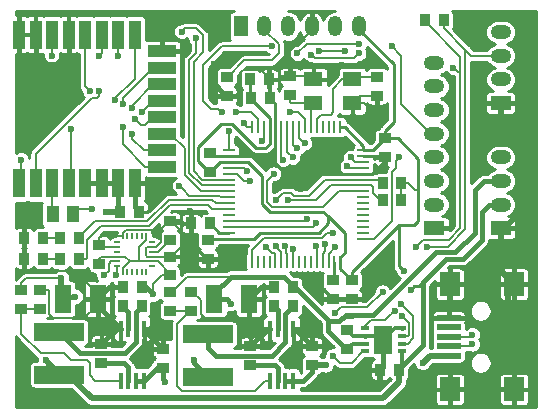
<source format=gtl>
G04 #@! TF.GenerationSoftware,KiCad,Pcbnew,5.0.0-rc2-dev-unknown-bf135b0~64~ubuntu16.04.1*
G04 #@! TF.CreationDate,2018-05-07T12:38:37+02:00*
G04 #@! TF.ProjectId,uwb_pcb,7577625F7063622E6B696361645F7063,rev?*
G04 #@! TF.SameCoordinates,Original*
G04 #@! TF.FileFunction,Copper,L1,Top,Signal*
G04 #@! TF.FilePolarity,Positive*
%FSLAX46Y46*%
G04 Gerber Fmt 4.6, Leading zero omitted, Abs format (unit mm)*
G04 Created by KiCad (PCBNEW 5.0.0-rc2-dev-unknown-bf135b0~64~ubuntu16.04.1) date Mon May  7 12:38:37 2018*
%MOMM*%
%LPD*%
G01*
G04 APERTURE LIST*
%ADD10R,1.600000X1.300000*%
%ADD11O,0.200000X0.550000*%
%ADD12O,0.550000X0.200000*%
%ADD13R,1.000000X0.820000*%
%ADD14R,0.820000X1.000000*%
%ADD15R,1.750000X1.200000*%
%ADD16O,1.750000X1.200000*%
%ADD17R,1.460000X2.400000*%
%ADD18R,1.200000X1.750000*%
%ADD19O,1.200000X1.750000*%
%ADD20R,2.000000X0.500000*%
%ADD21R,1.700000X2.000000*%
%ADD22R,1.120000X1.400000*%
%ADD23R,4.200000X1.500000*%
%ADD24R,0.650000X0.350000*%
%ADD25R,1.550000X2.400000*%
%ADD26R,0.250000X1.000000*%
%ADD27R,1.000000X0.250000*%
%ADD28R,0.450000X1.450000*%
%ADD29R,1.000000X2.450000*%
%ADD30R,2.450000X1.000000*%
%ADD31C,0.600000*%
%ADD32C,0.400000*%
%ADD33C,0.300000*%
%ADD34C,0.500000*%
%ADD35C,0.250000*%
%ADD36C,0.180000*%
%ADD37C,0.254000*%
G04 APERTURE END LIST*
D10*
X127450000Y-39800000D03*
X124150000Y-39800000D03*
X124150000Y-41800000D03*
X127450000Y-41800000D03*
D11*
X108000000Y-56100000D03*
X108400000Y-56100000D03*
X108800000Y-56100000D03*
X109200000Y-56100000D03*
X109600000Y-56100000D03*
X110000000Y-56100000D03*
D12*
X110500000Y-55600000D03*
X110500000Y-55200000D03*
X110500000Y-54800000D03*
X110500000Y-54400000D03*
X110500000Y-54000000D03*
X110500000Y-53600000D03*
D11*
X110000000Y-53100000D03*
X109600000Y-53100000D03*
X109200000Y-53100000D03*
X108800000Y-53100000D03*
X108400000Y-53100000D03*
X108000000Y-53100000D03*
D12*
X107500000Y-53600000D03*
X107500000Y-54000000D03*
X107500000Y-54400000D03*
X107500000Y-54800000D03*
X107500000Y-55200000D03*
X107500000Y-55600000D03*
D13*
X112000000Y-53400000D03*
X112000000Y-51800000D03*
X112000000Y-54800000D03*
X112000000Y-56400000D03*
X106000000Y-55400000D03*
X106000000Y-53800000D03*
D14*
X131600000Y-50000000D03*
X130000000Y-50000000D03*
X130000000Y-48600000D03*
X131600000Y-48600000D03*
D15*
X134400000Y-52400000D03*
D16*
X134400000Y-50400000D03*
X134400000Y-48400000D03*
X134400000Y-46400000D03*
X134400000Y-44400000D03*
X134400000Y-42400000D03*
X134400000Y-40400000D03*
X134400000Y-38400000D03*
D14*
X133600000Y-34800000D03*
X135200000Y-34800000D03*
X108000000Y-57400000D03*
X109600000Y-57400000D03*
D13*
X124020926Y-63993207D03*
X124020926Y-62393207D03*
X130200000Y-46400000D03*
X130200000Y-44800000D03*
X127400000Y-56800000D03*
X127400000Y-58400000D03*
X115400000Y-46000000D03*
X115400000Y-47600000D03*
X129540000Y-41186000D03*
X129540000Y-39586000D03*
D14*
X115400000Y-52000000D03*
X113800000Y-52000000D03*
D13*
X125800000Y-58400000D03*
X125800000Y-56800000D03*
D14*
X120400000Y-39800000D03*
X118800000Y-39800000D03*
X118834000Y-41402000D03*
X120434000Y-41402000D03*
D13*
X116800000Y-41200000D03*
X116800000Y-39600000D03*
X122174000Y-39548000D03*
X122174000Y-41148000D03*
D14*
X109600000Y-59000000D03*
X108000000Y-59000000D03*
D13*
X106200000Y-63800000D03*
X106200000Y-62200000D03*
X111400000Y-62600000D03*
X111400000Y-64200000D03*
D14*
X122420926Y-57393207D03*
X120820926Y-57393207D03*
X122420926Y-58993207D03*
X120820926Y-58993207D03*
D13*
X127018000Y-62649000D03*
X127018000Y-61049000D03*
D14*
X131412000Y-64389000D03*
X129812000Y-64389000D03*
D13*
X118820926Y-62393207D03*
X118820926Y-63993207D03*
X115200000Y-55000000D03*
X115200000Y-53400000D03*
D14*
X107800000Y-51000000D03*
X109400000Y-51000000D03*
D17*
X105880000Y-58400000D03*
X102920000Y-58400000D03*
X115740926Y-58393207D03*
X118700926Y-58393207D03*
D16*
X140000000Y-46400000D03*
X140000000Y-48400000D03*
X140000000Y-50400000D03*
D15*
X140000000Y-52400000D03*
X140000000Y-41800000D03*
D16*
X140000000Y-39800000D03*
X140000000Y-37800000D03*
X140000000Y-35800000D03*
D18*
X118000000Y-35306000D03*
D19*
X120000000Y-35306000D03*
X122000000Y-35306000D03*
X124000000Y-35306000D03*
X126000000Y-35306000D03*
X128000000Y-35306000D03*
D20*
X135600000Y-63200000D03*
X135600000Y-62400000D03*
X135600000Y-61600000D03*
X135600000Y-60800000D03*
X135600000Y-60000000D03*
D21*
X135700000Y-66050000D03*
X141150000Y-66050000D03*
X135700000Y-57150000D03*
X141150000Y-57150000D03*
D22*
X103823000Y-51200000D03*
X102063000Y-51200000D03*
D23*
X115220926Y-61393207D03*
X115220926Y-64993207D03*
X102600000Y-64800000D03*
X102600000Y-61200000D03*
D14*
X101257000Y-55000000D03*
X99657000Y-55000000D03*
X99657000Y-53200000D03*
X101257000Y-53200000D03*
D24*
X128516000Y-60874000D03*
X128516000Y-61524000D03*
X128516000Y-62174000D03*
X128516000Y-62824000D03*
X131616000Y-62824000D03*
X131616000Y-62174000D03*
X131616000Y-61524000D03*
X131616000Y-60874000D03*
D25*
X130066000Y-61849000D03*
D26*
X126432000Y-43830000D03*
X125932000Y-43830000D03*
X125432000Y-43830000D03*
X124932000Y-43830000D03*
X124432000Y-43830000D03*
X123932000Y-43830000D03*
X123432000Y-43830000D03*
X122932000Y-43830000D03*
X122432000Y-43830000D03*
X121932000Y-43830000D03*
X121432000Y-43830000D03*
X120932000Y-43830000D03*
X120432000Y-43830000D03*
X119932000Y-43830000D03*
X119432000Y-43830000D03*
X118932000Y-43830000D03*
D27*
X116982000Y-45780000D03*
X116982000Y-46280000D03*
X116982000Y-46780000D03*
X116982000Y-47280000D03*
X116982000Y-47780000D03*
X116982000Y-48280000D03*
X116982000Y-48780000D03*
X116982000Y-49280000D03*
X116982000Y-49780000D03*
X116982000Y-50280000D03*
X116982000Y-50780000D03*
X116982000Y-51280000D03*
X116982000Y-51780000D03*
X116982000Y-52280000D03*
X116982000Y-52780000D03*
X116982000Y-53280000D03*
D26*
X118932000Y-55230000D03*
X119432000Y-55230000D03*
X119932000Y-55230000D03*
X120432000Y-55230000D03*
X120932000Y-55230000D03*
X121432000Y-55230000D03*
X121932000Y-55230000D03*
X122432000Y-55230000D03*
X122932000Y-55230000D03*
X123432000Y-55230000D03*
X123932000Y-55230000D03*
X124432000Y-55230000D03*
X124932000Y-55230000D03*
X125432000Y-55230000D03*
X125932000Y-55230000D03*
X126432000Y-55230000D03*
D27*
X128382000Y-53280000D03*
X128382000Y-52780000D03*
X128382000Y-52280000D03*
X128382000Y-51780000D03*
X128382000Y-51280000D03*
X128382000Y-50780000D03*
X128382000Y-50280000D03*
X128382000Y-49780000D03*
X128382000Y-49280000D03*
X128382000Y-48780000D03*
X128382000Y-48280000D03*
X128382000Y-47780000D03*
X128382000Y-47280000D03*
X128382000Y-46780000D03*
X128382000Y-46280000D03*
X128382000Y-45780000D03*
D28*
X107825000Y-60897000D03*
X108475000Y-60897000D03*
X109125000Y-60897000D03*
X109775000Y-60897000D03*
X109775000Y-65297000D03*
X109125000Y-65297000D03*
X108475000Y-65297000D03*
X107825000Y-65297000D03*
X120480426Y-65338826D03*
X121130426Y-65338826D03*
X121780426Y-65338826D03*
X122430426Y-65338826D03*
X122430426Y-60938826D03*
X121780426Y-60938826D03*
X121130426Y-60938826D03*
X120480426Y-60938826D03*
D29*
X99223200Y-48601000D03*
X100623200Y-48601000D03*
X102023200Y-48601000D03*
X103423200Y-48601000D03*
X104823200Y-48601000D03*
X106223200Y-48601000D03*
X107623200Y-48601000D03*
X109023200Y-48601000D03*
D30*
X111318200Y-47201000D03*
X111318200Y-45801000D03*
X111318200Y-44401000D03*
X111318200Y-43001000D03*
X111318200Y-41601000D03*
X111318200Y-40201000D03*
X111318200Y-38801000D03*
X111318200Y-37401000D03*
D29*
X109022000Y-36001000D03*
X107622000Y-36001000D03*
X106223200Y-36001000D03*
X104823200Y-36001000D03*
X103423200Y-36001000D03*
X102023200Y-36001000D03*
X100623200Y-36001000D03*
X99223200Y-36001000D03*
D13*
X99400000Y-57600000D03*
X99400000Y-59200000D03*
D14*
X104305000Y-53200000D03*
X102705000Y-53200000D03*
X102705000Y-55000000D03*
X104305000Y-55000000D03*
D13*
X101000000Y-57600000D03*
X101000000Y-59200000D03*
X112000000Y-57800000D03*
X112000000Y-59400000D03*
X113793207Y-57779074D03*
X113793207Y-59379074D03*
D31*
X106800000Y-60800000D03*
X110800000Y-60800000D03*
X119200000Y-61000000D03*
X123400000Y-60800000D03*
X103600000Y-38400000D03*
X140600000Y-59200000D03*
X129800000Y-65600000D03*
X124600000Y-57200000D03*
X113529455Y-36998482D03*
X116800000Y-55600000D03*
X115703058Y-38503058D03*
X110400000Y-50600000D03*
X113662835Y-50970010D03*
X123096942Y-49069979D03*
X128800000Y-42800000D03*
X126600000Y-38600000D03*
X111600000Y-65400000D03*
X114000000Y-63600000D03*
X133400000Y-63800000D03*
X127400000Y-59800000D03*
X117200000Y-58800000D03*
X102800000Y-56600000D03*
X106600000Y-51000000D03*
X101481004Y-63570010D03*
X131800000Y-56000000D03*
X132400000Y-57600000D03*
X110600000Y-58000000D03*
X104000000Y-58200000D03*
X99400000Y-46600000D03*
X123400000Y-45200000D03*
X117600000Y-42600000D03*
X106024900Y-40793250D03*
X103600000Y-44000000D03*
X122750991Y-45632672D03*
X122400000Y-46400000D03*
X108000000Y-43800000D03*
X121600000Y-46600000D03*
X108800000Y-44400000D03*
X112800000Y-48800000D03*
X109065828Y-43171845D03*
X109596426Y-42600107D03*
X120167336Y-54003130D03*
X108754325Y-42240097D03*
X120944718Y-53916475D03*
X108014335Y-41894005D03*
X121723818Y-53878779D03*
X118529989Y-47588212D03*
X107329795Y-41520075D03*
X107600000Y-37799966D03*
X114200227Y-36318474D03*
X106000000Y-37800000D03*
X113000000Y-35770010D03*
X118800000Y-48400000D03*
X105237471Y-40811937D03*
X102000000Y-37800000D03*
X120770010Y-47800000D03*
X125200000Y-64000000D03*
X122200000Y-42599994D03*
X119800000Y-45000000D03*
X128000000Y-37600000D03*
X123943744Y-37697591D03*
X126800000Y-37370010D03*
X124651635Y-37370010D03*
X118252205Y-43491994D03*
X130800000Y-37000000D03*
X128000000Y-36800000D03*
X122800000Y-37600000D03*
X120600000Y-37000000D03*
X116400000Y-42600000D03*
X117003058Y-44196942D03*
X123600000Y-51600021D03*
X124400000Y-52000000D03*
X125825840Y-52771914D03*
X105400000Y-50800000D03*
X122433845Y-54201705D03*
X137600000Y-62200000D03*
X124400021Y-53886200D03*
X137600000Y-61400000D03*
X125170609Y-53765318D03*
X126000000Y-54000000D03*
X131400000Y-46399990D03*
X130000000Y-57800000D03*
X126000000Y-59600000D03*
X125800000Y-63200000D03*
X126999300Y-47174990D03*
X131025327Y-59374673D03*
X127289435Y-46392652D03*
X132800000Y-54000000D03*
X131600000Y-58800000D03*
X136000000Y-38800000D03*
X133800000Y-54000000D03*
X131652297Y-59838706D03*
X107400000Y-56400000D03*
X121000000Y-50000000D03*
X122000000Y-50000000D03*
X106400000Y-56400000D03*
D32*
X122566545Y-60938826D02*
X124020926Y-62393207D01*
X122430426Y-60938826D02*
X122566545Y-60938826D01*
X120275307Y-60938826D02*
X118820926Y-62393207D01*
X120480426Y-60938826D02*
X120275307Y-60938826D01*
X119700926Y-57393207D02*
X118700926Y-58393207D01*
X120820926Y-57393207D02*
X119700926Y-57393207D01*
X118700926Y-60100926D02*
X118700926Y-58393207D01*
X119538826Y-60938826D02*
X118700926Y-60100926D01*
X120480426Y-60938826D02*
X119538826Y-60938826D01*
X109775000Y-60897000D02*
X109775000Y-60975000D01*
X109775000Y-60975000D02*
X110000000Y-61200000D01*
X107503000Y-60897000D02*
X106200000Y-62200000D01*
X107825000Y-60897000D02*
X107503000Y-60897000D01*
X105880000Y-58952000D02*
X107825000Y-60897000D01*
X105880000Y-58400000D02*
X105880000Y-58952000D01*
X106880000Y-57400000D02*
X105880000Y-58400000D01*
X108000000Y-57400000D02*
X106880000Y-57400000D01*
X106897000Y-60897000D02*
X106800000Y-60800000D01*
X107825000Y-60897000D02*
X106897000Y-60897000D01*
X110375736Y-60800000D02*
X110000000Y-61175736D01*
X110800000Y-60800000D02*
X110375736Y-60800000D01*
X110000000Y-61175736D02*
X110000000Y-61200000D01*
X110000000Y-61200000D02*
X111400000Y-62600000D01*
X119477652Y-61000000D02*
X119200000Y-61000000D01*
X119538826Y-60938826D02*
X119477652Y-61000000D01*
X123699999Y-61099999D02*
X123400000Y-60800000D01*
X124020926Y-61420926D02*
X123699999Y-61099999D01*
X124020926Y-62393207D02*
X124020926Y-61420926D01*
X109023200Y-50623200D02*
X109400000Y-51000000D01*
X109023200Y-48601000D02*
X109023200Y-50623200D01*
X103423200Y-37626000D02*
X103049200Y-38000000D01*
X103423200Y-36001000D02*
X103423200Y-37626000D01*
X103200000Y-38000000D02*
X103600000Y-38400000D01*
X103049200Y-38000000D02*
X103200000Y-38000000D01*
X130066000Y-64135000D02*
X129812000Y-64389000D01*
X130066000Y-61849000D02*
X130066000Y-64135000D01*
D33*
X131041000Y-60874000D02*
X130066000Y-61849000D01*
X131616000Y-60874000D02*
X131041000Y-60874000D01*
X127493000Y-61524000D02*
X127018000Y-61049000D01*
X128516000Y-61524000D02*
X127493000Y-61524000D01*
X129741000Y-61524000D02*
X130066000Y-61849000D01*
X128516000Y-61524000D02*
X129741000Y-61524000D01*
D32*
X139900000Y-57150000D02*
X135700000Y-57150000D01*
X141150000Y-57150000D02*
X139900000Y-57150000D01*
X141150000Y-57150000D02*
X141150000Y-66050000D01*
X139900000Y-66050000D02*
X135700000Y-66050000D01*
X141150000Y-66050000D02*
X139900000Y-66050000D01*
X135600000Y-57250000D02*
X135700000Y-57150000D01*
X135600000Y-60000000D02*
X135600000Y-57250000D01*
D34*
X140600000Y-59200000D02*
X140600000Y-57700000D01*
X140600000Y-57700000D02*
X141150000Y-57150000D01*
X129800000Y-65600000D02*
X129800000Y-64401000D01*
X129800000Y-64401000D02*
X129812000Y-64389000D01*
D35*
X115680000Y-46280000D02*
X115400000Y-46000000D01*
X116982000Y-46280000D02*
X115680000Y-46280000D01*
X120932000Y-41900000D02*
X120434000Y-41402000D01*
X120932000Y-43830000D02*
X120932000Y-41900000D01*
X120434000Y-39834000D02*
X120400000Y-39800000D01*
X120434000Y-41402000D02*
X120434000Y-39834000D01*
X121922000Y-39800000D02*
X122174000Y-39548000D01*
X120400000Y-39800000D02*
X121922000Y-39800000D01*
X130080000Y-46280000D02*
X130200000Y-46400000D01*
X128382000Y-46280000D02*
X130080000Y-46280000D01*
X127400000Y-58400000D02*
X125800000Y-58400000D01*
X125800000Y-58400000D02*
X124600000Y-57200000D01*
X120280000Y-46280000D02*
X116982000Y-46280000D01*
X120320000Y-46280000D02*
X120280000Y-46280000D01*
X120932000Y-43830000D02*
X120932000Y-45668000D01*
X120932000Y-45668000D02*
X120320000Y-46280000D01*
X115110000Y-55000000D02*
X115200000Y-55000000D01*
X113800000Y-53690000D02*
X115110000Y-55000000D01*
X113800000Y-52000000D02*
X113800000Y-53690000D01*
D36*
X101680000Y-57600000D02*
X101800000Y-57720000D01*
X101000000Y-57600000D02*
X101680000Y-57600000D01*
X101800000Y-59696002D02*
X102103998Y-60000000D01*
X101800000Y-57720000D02*
X101800000Y-59696002D01*
X104750000Y-60000000D02*
X105880000Y-58870000D01*
X105880000Y-58870000D02*
X105880000Y-58400000D01*
X102103998Y-60000000D02*
X104750000Y-60000000D01*
X99657000Y-53880000D02*
X99657000Y-55000000D01*
X99657000Y-53200000D02*
X99657000Y-53880000D01*
X118900001Y-60700001D02*
X119200000Y-61000000D01*
X114600000Y-59668283D02*
X115131717Y-60200000D01*
X114600000Y-58495867D02*
X114600000Y-59668283D01*
X113883207Y-57779074D02*
X114600000Y-58495867D01*
X118900001Y-60500001D02*
X118900001Y-60700001D01*
X113793207Y-57779074D02*
X113883207Y-57779074D01*
X115131717Y-60200000D02*
X118600000Y-60200000D01*
X118600000Y-60200000D02*
X118900001Y-60500001D01*
X119719999Y-39029999D02*
X120400000Y-39710000D01*
X118173999Y-39029999D02*
X119719999Y-39029999D01*
X118000000Y-39203998D02*
X118173999Y-39029999D01*
X120400000Y-39710000D02*
X120400000Y-39800000D01*
X116800000Y-41200000D02*
X117480000Y-41200000D01*
X117480000Y-41200000D02*
X118000000Y-40680000D01*
X118000000Y-40680000D02*
X118000000Y-39203998D01*
D32*
X113229456Y-37298481D02*
X113529455Y-36998482D01*
X111318200Y-37401000D02*
X113126937Y-37401000D01*
X113126937Y-37401000D02*
X113229456Y-37298481D01*
X103049200Y-38000000D02*
X102569199Y-38480001D01*
X102569199Y-38480001D02*
X101800000Y-38480001D01*
X100623200Y-38000000D02*
X100623200Y-36001000D01*
X99223200Y-37623200D02*
X99600000Y-38000000D01*
X99223200Y-36001000D02*
X99223200Y-37623200D01*
X99600000Y-38000000D02*
X100623200Y-38000000D01*
X101103201Y-38480001D02*
X100623200Y-38000000D01*
X101800000Y-38480001D02*
X101103201Y-38480001D01*
X101800000Y-38480001D02*
X101319999Y-38480001D01*
D36*
X116800000Y-55600000D02*
X116200000Y-55000000D01*
X116200000Y-55000000D02*
X115200000Y-55000000D01*
D34*
X140000000Y-56000000D02*
X141150000Y-57150000D01*
X140000000Y-52400000D02*
X140000000Y-56000000D01*
X140275000Y-52400000D02*
X141600000Y-51075000D01*
X140000000Y-52400000D02*
X140275000Y-52400000D01*
X140000000Y-42900000D02*
X140000000Y-41800000D01*
X141600000Y-44500000D02*
X140000000Y-42900000D01*
X141600000Y-51075000D02*
X141600000Y-44500000D01*
D35*
X130200000Y-46712000D02*
X130200000Y-46400000D01*
X129132000Y-47780000D02*
X130200000Y-46712000D01*
X128382000Y-47780000D02*
X129132000Y-47780000D01*
D32*
X116710000Y-41200000D02*
X115703058Y-40193058D01*
X116800000Y-41200000D02*
X116710000Y-41200000D01*
X115703058Y-40193058D02*
X115703058Y-38927322D01*
X115703058Y-38927322D02*
X115703058Y-38503058D01*
D35*
X110400000Y-50660000D02*
X110400000Y-50600000D01*
X109400000Y-51000000D02*
X110060000Y-51000000D01*
X110060000Y-51000000D02*
X110400000Y-50660000D01*
D36*
X110500000Y-54800000D02*
X112000000Y-54800000D01*
X110045000Y-54800000D02*
X110500000Y-54800000D01*
X110500000Y-54000000D02*
X110045000Y-54000000D01*
X110045000Y-54000000D02*
X109954990Y-54090010D01*
X109954990Y-54090010D02*
X109954990Y-54709990D01*
X109954990Y-54709990D02*
X110045000Y-54800000D01*
X112090000Y-51800000D02*
X113000000Y-52710000D01*
X112000000Y-51800000D02*
X112090000Y-51800000D01*
X112090000Y-54800000D02*
X112000000Y-54800000D01*
X113000000Y-53890000D02*
X112090000Y-54800000D01*
X113000000Y-52710000D02*
X113000000Y-53890000D01*
X111229999Y-53568274D02*
X111229999Y-52480001D01*
X110798273Y-54000000D02*
X111229999Y-53568274D01*
X111910000Y-51800000D02*
X112000000Y-51800000D01*
X111229999Y-52480001D02*
X111910000Y-51800000D01*
X110500000Y-54000000D02*
X110798273Y-54000000D01*
D35*
X112200000Y-52000000D02*
X112000000Y-51800000D01*
X113800000Y-52000000D02*
X112200000Y-52000000D01*
D36*
X106200000Y-54000000D02*
X106000000Y-53800000D01*
X107500000Y-54000000D02*
X106200000Y-54000000D01*
X106110000Y-53100000D02*
X106000000Y-53210000D01*
X106000000Y-53210000D02*
X106000000Y-53800000D01*
X108000000Y-53100000D02*
X106110000Y-53100000D01*
X108000000Y-52801727D02*
X108246737Y-52554990D01*
X108000000Y-53100000D02*
X108000000Y-52801727D01*
X111155010Y-52554990D02*
X111229999Y-52480001D01*
X108246737Y-52554990D02*
X111155010Y-52554990D01*
D35*
X113800000Y-52000000D02*
X113800000Y-51107175D01*
X113800000Y-51107175D02*
X113662835Y-50970010D01*
D36*
X99657000Y-55680000D02*
X99977000Y-56000000D01*
X99657000Y-55000000D02*
X99657000Y-55680000D01*
X105880000Y-57930000D02*
X105880000Y-58400000D01*
X103950000Y-56000000D02*
X105880000Y-57930000D01*
X99977000Y-56000000D02*
X103950000Y-56000000D01*
D35*
X128382000Y-47780000D02*
X124386921Y-47780000D01*
X120280000Y-46280000D02*
X120306963Y-46280000D01*
X123396941Y-48769980D02*
X123096942Y-49069979D01*
X122796943Y-48769980D02*
X123096942Y-49069979D01*
X120306963Y-46280000D02*
X122796943Y-48769980D01*
X124386921Y-47780000D02*
X123396941Y-48769980D01*
D36*
X128064000Y-41186000D02*
X127450000Y-41800000D01*
X129540000Y-41186000D02*
X128064000Y-41186000D01*
X128800000Y-42170000D02*
X128800000Y-42800000D01*
X128430000Y-41800000D02*
X128800000Y-42170000D01*
X127450000Y-41800000D02*
X128430000Y-41800000D01*
X124520000Y-38600000D02*
X124150000Y-38970000D01*
X124150000Y-38970000D02*
X124150000Y-39800000D01*
X126600000Y-38600000D02*
X124520000Y-38600000D01*
X123898000Y-39548000D02*
X124150000Y-39800000D01*
X122174000Y-39548000D02*
X123898000Y-39548000D01*
X122174000Y-38958000D02*
X122174000Y-39548000D01*
X122174000Y-37407000D02*
X122174000Y-38958000D01*
X124000000Y-35581000D02*
X122174000Y-37407000D01*
X124000000Y-35306000D02*
X124000000Y-35581000D01*
X113772281Y-59400000D02*
X113793207Y-59379074D01*
X112000000Y-59400000D02*
X113772281Y-59400000D01*
X120075426Y-65338826D02*
X120480426Y-65338826D01*
X113000000Y-66200000D02*
X119214252Y-66200000D01*
X113793207Y-59379074D02*
X113703207Y-59379074D01*
X112600000Y-60482281D02*
X112600000Y-65800000D01*
X113703207Y-59379074D02*
X112600000Y-60482281D01*
X119214252Y-66200000D02*
X120075426Y-65338826D01*
X112600000Y-65800000D02*
X113000000Y-66200000D01*
D32*
X110872000Y-64200000D02*
X109775000Y-65297000D01*
X111400000Y-64200000D02*
X110872000Y-64200000D01*
X109125000Y-65297000D02*
X109775000Y-65297000D01*
X115740926Y-57923207D02*
X115740926Y-58393207D01*
X117150927Y-56513206D02*
X115740926Y-57923207D01*
X121630925Y-56513206D02*
X117150927Y-56513206D01*
X122420926Y-57303207D02*
X121630925Y-56513206D01*
X122420926Y-57393207D02*
X122420926Y-57303207D01*
D33*
X127493000Y-62174000D02*
X127018000Y-62649000D01*
X128516000Y-62174000D02*
X127493000Y-62174000D01*
D32*
X126928000Y-62649000D02*
X127018000Y-62649000D01*
X122420926Y-57393207D02*
X122593207Y-57393207D01*
X122593207Y-57393207D02*
X125400000Y-60200000D01*
X125400000Y-60200000D02*
X125400000Y-61121000D01*
X125400000Y-61121000D02*
X126928000Y-62649000D01*
X111400000Y-65200000D02*
X111600000Y-65400000D01*
X111400000Y-64200000D02*
X111400000Y-65200000D01*
X114000000Y-63772281D02*
X115220926Y-64993207D01*
X114000000Y-63600000D02*
X114000000Y-63772281D01*
D34*
X134000000Y-63200000D02*
X133400000Y-63800000D01*
X135600000Y-63200000D02*
X134000000Y-63200000D01*
X127400000Y-59800000D02*
X127000000Y-59800000D01*
D32*
X116793207Y-58393207D02*
X117200000Y-58800000D01*
X115740926Y-58393207D02*
X116793207Y-58393207D01*
X137800000Y-49200000D02*
X138600000Y-48400000D01*
X137800000Y-52800000D02*
X137800000Y-49200000D01*
X136169979Y-54430021D02*
X137800000Y-52800000D01*
X134528981Y-54430021D02*
X136169979Y-54430021D01*
X138600000Y-48400000D02*
X140000000Y-48400000D01*
X129229013Y-59729989D02*
X134528981Y-54430021D01*
X125400000Y-60200000D02*
X125480002Y-60280002D01*
X125480002Y-60280002D02*
X126326402Y-60280002D01*
X126876415Y-59729989D02*
X129229013Y-59729989D01*
X126326402Y-60280002D02*
X126876415Y-59729989D01*
D36*
X113486794Y-56513206D02*
X117150927Y-56513206D01*
X112200000Y-57800000D02*
X113486794Y-56513206D01*
X112000000Y-57800000D02*
X112200000Y-57800000D01*
X99400000Y-59200000D02*
X101000000Y-59200000D01*
X105697000Y-65297000D02*
X107420000Y-65297000D01*
X105200000Y-63800000D02*
X105200000Y-64800000D01*
X105200000Y-64800000D02*
X105697000Y-65297000D01*
X103600000Y-63600000D02*
X105000000Y-63600000D01*
X107420000Y-65297000D02*
X107825000Y-65297000D01*
X99400000Y-59200000D02*
X99400000Y-61336002D01*
X105000000Y-63600000D02*
X105200000Y-63800000D01*
X99400000Y-61336002D02*
X101063998Y-63000000D01*
X103000000Y-63000000D02*
X103600000Y-63600000D01*
X101063998Y-63000000D02*
X103000000Y-63000000D01*
X102705000Y-55000000D02*
X101257000Y-55000000D01*
X104895000Y-55000000D02*
X105000000Y-54895000D01*
X104305000Y-55000000D02*
X104895000Y-55000000D01*
X105000000Y-53403998D02*
X106203998Y-52200000D01*
X105000000Y-54895000D02*
X105000000Y-53403998D01*
X108097616Y-52194979D02*
X110205021Y-52194979D01*
X108092595Y-52200000D02*
X108097616Y-52194979D01*
X106203998Y-52200000D02*
X108092595Y-52200000D01*
X110205021Y-52194979D02*
X112000000Y-50400000D01*
X112000000Y-50400000D02*
X115200000Y-50400000D01*
X115580000Y-50780000D02*
X116982000Y-50780000D01*
X115200000Y-50400000D02*
X115580000Y-50780000D01*
X104305000Y-53110000D02*
X104305000Y-53200000D01*
X110090868Y-51800000D02*
X105615000Y-51800000D01*
X105615000Y-51800000D02*
X104305000Y-53110000D01*
X116982000Y-50280000D02*
X115880000Y-50280000D01*
X115880000Y-50280000D02*
X115600000Y-50000000D01*
X115600000Y-50000000D02*
X111890868Y-50000000D01*
X111890868Y-50000000D02*
X110090868Y-51800000D01*
X101257000Y-53200000D02*
X102705000Y-53200000D01*
D32*
X107623200Y-50823200D02*
X107800000Y-51000000D01*
X107623200Y-48601000D02*
X107623200Y-50823200D01*
X106223200Y-48601000D02*
X104823200Y-48601000D01*
X106223200Y-48601000D02*
X107623200Y-48601000D01*
D33*
X131616000Y-64185000D02*
X131412000Y-64389000D01*
X131616000Y-62824000D02*
X131616000Y-64185000D01*
D35*
X115320000Y-53280000D02*
X115200000Y-53400000D01*
X116982000Y-53280000D02*
X115320000Y-53280000D01*
X116220000Y-46780000D02*
X115400000Y-47600000D01*
X116982000Y-46780000D02*
X116220000Y-46780000D01*
X120432000Y-43090000D02*
X118834000Y-41492000D01*
X118834000Y-41492000D02*
X118834000Y-41402000D01*
X120432000Y-43830000D02*
X120432000Y-43090000D01*
X118800000Y-41368000D02*
X118834000Y-41402000D01*
X118800000Y-39800000D02*
X118800000Y-41368000D01*
X129220000Y-45780000D02*
X130200000Y-44800000D01*
X128382000Y-45780000D02*
X129220000Y-45780000D01*
X128382000Y-45405000D02*
X128382000Y-45780000D01*
X126807000Y-43830000D02*
X128382000Y-45405000D01*
X126432000Y-43830000D02*
X126807000Y-43830000D01*
X126432000Y-55832000D02*
X127400000Y-56800000D01*
X126432000Y-55230000D02*
X126432000Y-55832000D01*
D34*
X103400000Y-64800000D02*
X102600000Y-64800000D01*
X131412000Y-64389000D02*
X131412000Y-65389000D01*
X131412000Y-65389000D02*
X130001000Y-66800000D01*
X105400000Y-66800000D02*
X103400000Y-64800000D01*
X130001000Y-66800000D02*
X105400000Y-66800000D01*
X102800000Y-58280000D02*
X102920000Y-58400000D01*
X102800000Y-56600000D02*
X102800000Y-58280000D01*
X106600000Y-51000000D02*
X107800000Y-51000000D01*
D36*
X102375736Y-56600000D02*
X102800000Y-56600000D01*
X99810000Y-56600000D02*
X102375736Y-56600000D01*
X99400000Y-57010000D02*
X99810000Y-56600000D01*
X99400000Y-57600000D02*
X99400000Y-57010000D01*
D35*
X127400000Y-56140000D02*
X127400000Y-56800000D01*
X131400000Y-52140000D02*
X127400000Y-56140000D01*
D34*
X102600000Y-64800000D02*
X102600000Y-64689006D01*
X102600000Y-64689006D02*
X101781003Y-63870009D01*
X101781003Y-63870009D02*
X101481004Y-63570010D01*
D32*
X139000000Y-50400000D02*
X140000000Y-50400000D01*
X131412000Y-64389000D02*
X131412000Y-64299000D01*
X138400000Y-53400000D02*
X138400000Y-51000000D01*
X135384054Y-55010032D02*
X136789968Y-55010032D01*
X131412000Y-64299000D02*
X133400000Y-62311000D01*
X138400000Y-51000000D02*
X139000000Y-50400000D01*
X133400000Y-62311000D02*
X133400000Y-56994086D01*
X136789968Y-55010032D02*
X138400000Y-53400000D01*
X133400000Y-56994086D02*
X135384054Y-55010032D01*
D35*
X131400000Y-55600000D02*
X131800000Y-56000000D01*
X131400000Y-52140000D02*
X131400000Y-55600000D01*
X133094085Y-57300001D02*
X133400000Y-56994086D01*
X132699999Y-57300001D02*
X133094085Y-57300001D01*
X132400000Y-57600000D02*
X132699999Y-57300001D01*
X130950000Y-38531000D02*
X128000000Y-35581000D01*
X130950000Y-43390000D02*
X130950000Y-38531000D01*
X130200000Y-44140000D02*
X130950000Y-43390000D01*
X130200000Y-44800000D02*
X130200000Y-44140000D01*
X128000000Y-35581000D02*
X128000000Y-35306000D01*
X119120000Y-53280000D02*
X117732000Y-53280000D01*
X125400000Y-52000000D02*
X124600000Y-52800000D01*
X117732000Y-53280000D02*
X116982000Y-53280000D01*
X119600000Y-52800000D02*
X119120000Y-53280000D01*
X125400000Y-51400000D02*
X125400000Y-52000000D01*
X124600000Y-52800000D02*
X119600000Y-52800000D01*
X114400000Y-45540998D02*
X114400000Y-46690000D01*
X114400000Y-46690000D02*
X115310000Y-47600000D01*
X116349057Y-43591941D02*
X114400000Y-45540998D01*
X117293459Y-43591941D02*
X116349057Y-43591941D01*
X119306520Y-45605002D02*
X117293459Y-43591941D01*
X120090402Y-45605002D02*
X119306520Y-45605002D01*
X120432000Y-43830000D02*
X120432000Y-45263404D01*
X115310000Y-47600000D02*
X115400000Y-47600000D01*
X120432000Y-45263404D02*
X120090402Y-45605002D01*
X132660000Y-52140000D02*
X131400000Y-52140000D01*
X130200000Y-44800000D02*
X131295404Y-44800000D01*
X133000000Y-51800000D02*
X132660000Y-52140000D01*
X131295404Y-44800000D02*
X133000000Y-46504596D01*
D32*
X110000000Y-57400000D02*
X110600000Y-58000000D01*
X109600000Y-57400000D02*
X110000000Y-57400000D01*
X103120000Y-58200000D02*
X102920000Y-58400000D01*
X104000000Y-58200000D02*
X103120000Y-58200000D01*
D35*
X133000000Y-50400000D02*
X133000000Y-51800000D01*
X133000000Y-46504596D02*
X133000000Y-49000000D01*
D36*
X112000000Y-56245000D02*
X112000000Y-56400000D01*
X110955000Y-55200000D02*
X112000000Y-56245000D01*
X110500000Y-55200000D02*
X110955000Y-55200000D01*
X108000000Y-55801727D02*
X108000000Y-56100000D01*
X108601727Y-55200000D02*
X108000000Y-55801727D01*
X108201727Y-54800000D02*
X108601727Y-55200000D01*
X107500000Y-54800000D02*
X108201727Y-54800000D01*
X109400000Y-54001727D02*
X109400000Y-55200000D01*
X110000000Y-53100000D02*
X110000000Y-53401727D01*
X110000000Y-53401727D02*
X109400000Y-54001727D01*
X110500000Y-55200000D02*
X109400000Y-55200000D01*
X109400000Y-55200000D02*
X108601727Y-55200000D01*
X106000000Y-55000000D02*
X106000000Y-55400000D01*
X106200000Y-54800000D02*
X106000000Y-55000000D01*
X107500000Y-54800000D02*
X106200000Y-54800000D01*
X110600000Y-57575736D02*
X110600000Y-58000000D01*
X110600000Y-57120000D02*
X110600000Y-57575736D01*
X111320000Y-56400000D02*
X110600000Y-57120000D01*
X112000000Y-56400000D02*
X111320000Y-56400000D01*
D35*
X124995011Y-50995011D02*
X120436382Y-50995011D01*
X119800000Y-50358629D02*
X119800000Y-47958629D01*
X118621371Y-46780000D02*
X117732000Y-46780000D01*
X120436382Y-50995011D02*
X119800000Y-50358629D01*
X119800000Y-47958629D02*
X118621371Y-46780000D01*
X125400000Y-51400000D02*
X124995011Y-50995011D01*
X117732000Y-46780000D02*
X116982000Y-46780000D01*
X126807000Y-52807000D02*
X125400000Y-51400000D01*
X126807000Y-54480000D02*
X126807000Y-52807000D01*
X126432000Y-54855000D02*
X126807000Y-54480000D01*
X126432000Y-55230000D02*
X126432000Y-54855000D01*
D36*
X131600000Y-48600000D02*
X131600000Y-50000000D01*
X132790000Y-49200000D02*
X133000000Y-49200000D01*
X132190000Y-48600000D02*
X132790000Y-49200000D01*
X131600000Y-48600000D02*
X132190000Y-48600000D01*
D35*
X133000000Y-49200000D02*
X133000000Y-50400000D01*
X133000000Y-49000000D02*
X133000000Y-49200000D01*
D36*
X99400000Y-48424200D02*
X99223200Y-48601000D01*
X99400000Y-46600000D02*
X99400000Y-48424200D01*
X122932000Y-44732000D02*
X123100001Y-44900001D01*
X123100001Y-44900001D02*
X123400000Y-45200000D01*
X122932000Y-43830000D02*
X122932000Y-44732000D01*
X118882000Y-42600000D02*
X117600000Y-42600000D01*
X119432000Y-43150000D02*
X118882000Y-42600000D01*
X119432000Y-43830000D02*
X119432000Y-43150000D01*
X105362042Y-41378312D02*
X105864102Y-41378312D01*
X100623200Y-46117154D02*
X105362042Y-41378312D01*
X105864102Y-41378312D02*
X106024900Y-41217514D01*
X106024900Y-41217514D02*
X106024900Y-40793250D01*
X100623200Y-48601000D02*
X100623200Y-46117154D01*
X102023200Y-51160200D02*
X102063000Y-51200000D01*
X102023200Y-48601000D02*
X102023200Y-51160200D01*
X103600000Y-48424200D02*
X103423200Y-48601000D01*
X103600000Y-44000000D02*
X103600000Y-48424200D01*
X122432000Y-43830000D02*
X122432000Y-45313681D01*
X122432000Y-45313681D02*
X122450992Y-45332673D01*
X122450992Y-45332673D02*
X122750991Y-45632672D01*
X121932000Y-45932000D02*
X122400000Y-46400000D01*
X121932000Y-43830000D02*
X121932000Y-45932000D01*
X109913200Y-47201000D02*
X111318200Y-47201000D01*
X108000000Y-45287800D02*
X109913200Y-47201000D01*
X108000000Y-43800000D02*
X108000000Y-45287800D01*
X121432000Y-46432000D02*
X121600000Y-46600000D01*
X121432000Y-43830000D02*
X121432000Y-46432000D01*
X109913200Y-45801000D02*
X111318200Y-45801000D01*
X109776736Y-45801000D02*
X109913200Y-45801000D01*
X108800000Y-44824264D02*
X109776736Y-45801000D01*
X108800000Y-44400000D02*
X108800000Y-44824264D01*
X112043200Y-44401000D02*
X113239989Y-45597789D01*
X114665712Y-49279978D02*
X116301978Y-49279978D01*
X116301978Y-49279978D02*
X116302000Y-49280000D01*
X116302000Y-49280000D02*
X116982000Y-49280000D01*
X113239989Y-47854255D02*
X114665712Y-49279978D01*
X111318200Y-44401000D02*
X112043200Y-44401000D01*
X113239989Y-45597789D02*
X113239989Y-47854255D01*
X110593200Y-43001000D02*
X109913200Y-43681000D01*
X109913200Y-43681000D02*
X109574983Y-43681000D01*
X111318200Y-43001000D02*
X110593200Y-43001000D01*
X109365827Y-43471844D02*
X109065828Y-43171845D01*
X109574983Y-43681000D02*
X109365827Y-43471844D01*
X113639989Y-49639989D02*
X113099999Y-49099999D01*
X116311132Y-49780000D02*
X116171121Y-49639989D01*
X116171121Y-49639989D02*
X113639989Y-49639989D01*
X116982000Y-49780000D02*
X116311132Y-49780000D01*
X113099999Y-49099999D02*
X112800000Y-48800000D01*
X111318200Y-41601000D02*
X110593200Y-41601000D01*
X109596426Y-42597774D02*
X109596426Y-42600107D01*
X110593200Y-41601000D02*
X109596426Y-42597774D01*
X120773001Y-54459999D02*
X120624205Y-54459999D01*
X120932000Y-55230000D02*
X120932000Y-54618998D01*
X120624205Y-54459999D02*
X120467335Y-54303129D01*
X120932000Y-54618998D02*
X120773001Y-54459999D01*
X120467335Y-54303129D02*
X120167336Y-54003130D01*
X108754325Y-42039875D02*
X108754325Y-42240097D01*
X111318200Y-40201000D02*
X110593200Y-40201000D01*
X110593200Y-40201000D02*
X108754325Y-42039875D01*
X121432000Y-54403757D02*
X121244717Y-54216474D01*
X121244717Y-54216474D02*
X120944718Y-53916475D01*
X121432000Y-55230000D02*
X121432000Y-54403757D01*
X111318200Y-38801000D02*
X110593200Y-38801000D01*
X110593200Y-38801000D02*
X108014335Y-41379865D01*
X108014335Y-41469741D02*
X108014335Y-41894005D01*
X108014335Y-41379865D02*
X108014335Y-41469741D01*
X121863844Y-54018805D02*
X121723818Y-53878779D01*
X121863844Y-54481844D02*
X121863844Y-54018805D01*
X121932000Y-54550000D02*
X121863844Y-54481844D01*
X121932000Y-55230000D02*
X121932000Y-54550000D01*
X118229990Y-47288213D02*
X118529989Y-47588212D01*
X116982000Y-47280000D02*
X118221777Y-47280000D01*
X118221777Y-47280000D02*
X118229990Y-47288213D01*
X107300443Y-41490723D02*
X107329795Y-41520075D01*
X107300443Y-41461370D02*
X107300443Y-41490723D01*
X109022000Y-36001000D02*
X109022000Y-39739813D01*
X109022000Y-39739813D02*
X107300443Y-41461370D01*
X107622000Y-37777966D02*
X107600000Y-37799966D01*
X107622000Y-36001000D02*
X107622000Y-37777966D01*
X114674866Y-48780000D02*
X113600000Y-47705134D01*
X114200227Y-37581509D02*
X114200227Y-36742738D01*
X113600000Y-38181736D02*
X114200227Y-37581509D01*
X113600000Y-47705134D02*
X113600000Y-38181736D01*
X116982000Y-48780000D02*
X114674866Y-48780000D01*
X114200227Y-36742738D02*
X114200227Y-36318474D01*
X106223200Y-37576800D02*
X106000000Y-37800000D01*
X106223200Y-36001000D02*
X106223200Y-37576800D01*
X114000000Y-47596002D02*
X114000000Y-38290868D01*
X114195366Y-35470011D02*
X113299999Y-35470011D01*
X113299999Y-35470011D02*
X113000000Y-35770010D01*
X114800000Y-37490868D02*
X114800000Y-36074645D01*
X114800000Y-36074645D02*
X114195366Y-35470011D01*
X114683998Y-48280000D02*
X114000000Y-47596002D01*
X114000000Y-38290868D02*
X114800000Y-37490868D01*
X116982000Y-48280000D02*
X114683998Y-48280000D01*
X118282000Y-48400000D02*
X118800000Y-48400000D01*
X117662000Y-47780000D02*
X118282000Y-48400000D01*
X116982000Y-47780000D02*
X117662000Y-47780000D01*
X104937472Y-40511938D02*
X105237471Y-40811937D01*
X104823200Y-36001000D02*
X104823200Y-40397666D01*
X104823200Y-40397666D02*
X104937472Y-40511938D01*
X102023200Y-37352536D02*
X102023200Y-36001000D01*
X102000000Y-37375736D02*
X102023200Y-37352536D01*
X102000000Y-37800000D02*
X102000000Y-37375736D01*
X120200000Y-48370010D02*
X120770010Y-47800000D01*
X120200000Y-50200000D02*
X120200000Y-48370010D01*
X120600000Y-50600000D02*
X120200000Y-50200000D01*
X126320000Y-49280000D02*
X125000000Y-50600000D01*
X125000000Y-50600000D02*
X120600000Y-50600000D01*
X128382000Y-49280000D02*
X126320000Y-49280000D01*
D32*
X121130426Y-64213826D02*
X121130426Y-65338826D01*
X120909807Y-63993207D02*
X121130426Y-64213826D01*
X118820926Y-63993207D02*
X120909807Y-63993207D01*
X121780426Y-65338826D02*
X122430426Y-65338826D01*
X124020926Y-64579074D02*
X124020926Y-63993207D01*
X122430426Y-65338826D02*
X123261174Y-65338826D01*
X123261174Y-65338826D02*
X124020926Y-64579074D01*
D34*
X124027719Y-64000000D02*
X124020926Y-63993207D01*
X125200000Y-64000000D02*
X124027719Y-64000000D01*
D32*
X121780426Y-59633707D02*
X122420926Y-58993207D01*
X121780426Y-60938826D02*
X121780426Y-59633707D01*
X115220926Y-62543207D02*
X115220926Y-61393207D01*
X115860927Y-63183208D02*
X115220926Y-62543207D01*
X120661044Y-63183208D02*
X115860927Y-63183208D01*
X121780426Y-62063826D02*
X120661044Y-63183208D01*
X121780426Y-60938826D02*
X121780426Y-62063826D01*
X121130426Y-59302707D02*
X120820926Y-58993207D01*
X121130426Y-60938826D02*
X121130426Y-59302707D01*
X108475000Y-59475000D02*
X108000000Y-59000000D01*
X108475000Y-60897000D02*
X108475000Y-59475000D01*
X109125000Y-59475000D02*
X109600000Y-59000000D01*
X109125000Y-60897000D02*
X109125000Y-59475000D01*
X109125000Y-62022000D02*
X108156999Y-62990001D01*
X109125000Y-60897000D02*
X109125000Y-62022000D01*
X104390001Y-62990001D02*
X102600000Y-61200000D01*
X108156999Y-62990001D02*
X104390001Y-62990001D01*
X108475000Y-64172000D02*
X108475000Y-65297000D01*
X108103000Y-63800000D02*
X108475000Y-64172000D01*
X106200000Y-63800000D02*
X108103000Y-63800000D01*
D36*
X127664000Y-39586000D02*
X127450000Y-39800000D01*
X129540000Y-39586000D02*
X127664000Y-39586000D01*
X125800000Y-40600000D02*
X126600000Y-39800000D01*
X125800000Y-42600000D02*
X125800000Y-40600000D01*
X124432000Y-43830000D02*
X124432000Y-43150000D01*
X126600000Y-39800000D02*
X127450000Y-39800000D01*
X124432000Y-43150000D02*
X124782000Y-42800000D01*
X125600000Y-42800000D02*
X125800000Y-42600000D01*
X124782000Y-42800000D02*
X125600000Y-42800000D01*
X123932000Y-42018000D02*
X124150000Y-41800000D01*
X123932000Y-43830000D02*
X123932000Y-42018000D01*
X122174000Y-41738000D02*
X122174000Y-41148000D01*
X122236000Y-41800000D02*
X122174000Y-41738000D01*
X124150000Y-41800000D02*
X122236000Y-41800000D01*
X116890000Y-39600000D02*
X116800000Y-39600000D01*
X120000000Y-35581000D02*
X121200000Y-36781000D01*
X120000000Y-35306000D02*
X120000000Y-35581000D01*
X121200000Y-36781000D02*
X121200000Y-37600000D01*
X120600000Y-38200000D02*
X118290000Y-38200000D01*
X121200000Y-37600000D02*
X120600000Y-38200000D01*
X118290000Y-38200000D02*
X116890000Y-39600000D01*
X123432000Y-43830000D02*
X123432000Y-43150000D01*
X123432000Y-43150000D02*
X122881994Y-42599994D01*
X122624264Y-42599994D02*
X122200000Y-42599994D01*
X122881994Y-42599994D02*
X122624264Y-42599994D01*
X119932000Y-44868000D02*
X119800000Y-45000000D01*
X119932000Y-43830000D02*
X119932000Y-44868000D01*
X128000000Y-37600000D02*
X127602410Y-37997590D01*
X127602410Y-37997590D02*
X124243743Y-37997590D01*
X124243743Y-37997590D02*
X123943744Y-37697591D01*
X126800000Y-37370010D02*
X124651635Y-37370010D01*
X118590211Y-43830000D02*
X118552204Y-43791993D01*
X118552204Y-43791993D02*
X118252205Y-43491994D01*
X118932000Y-43830000D02*
X118590211Y-43830000D01*
X134125000Y-44400000D02*
X131600000Y-41875000D01*
X134400000Y-44400000D02*
X134125000Y-44400000D01*
X131600000Y-37800000D02*
X130800000Y-37000000D01*
X131600000Y-41875000D02*
X131600000Y-37800000D01*
X123600000Y-36800000D02*
X122800000Y-37600000D01*
X128000000Y-36800000D02*
X123600000Y-36800000D01*
X120600000Y-37000000D02*
X116400000Y-37000000D01*
X116400000Y-37000000D02*
X114800000Y-38600000D01*
X114800000Y-38600000D02*
X114800000Y-41600000D01*
X115500001Y-42300001D02*
X114800000Y-41600000D01*
X116100001Y-42300001D02*
X115500001Y-42300001D01*
X116400000Y-42600000D02*
X116100001Y-42300001D01*
X116982000Y-44218000D02*
X117003058Y-44196942D01*
X116982000Y-45780000D02*
X116982000Y-44218000D01*
X123420021Y-51780000D02*
X123600000Y-51600021D01*
X116982000Y-51780000D02*
X123420021Y-51780000D01*
X124120000Y-52280000D02*
X124400000Y-52000000D01*
X116982000Y-52280000D02*
X124120000Y-52280000D01*
D35*
X116180000Y-52780000D02*
X115400000Y-52000000D01*
X116982000Y-52780000D02*
X116180000Y-52780000D01*
D36*
X125401576Y-52771914D02*
X125825840Y-52771914D01*
X118932000Y-54268000D02*
X120000000Y-53200000D01*
X120000000Y-53200000D02*
X124881993Y-53200000D01*
X124881993Y-53200000D02*
X125310079Y-52771914D01*
X118932000Y-55230000D02*
X118932000Y-54268000D01*
X125310079Y-52771914D02*
X125401576Y-52771914D01*
X104223000Y-50800000D02*
X103823000Y-51200000D01*
X105400000Y-50800000D02*
X104223000Y-50800000D01*
X122432000Y-54203550D02*
X122433845Y-54201705D01*
X122432000Y-55230000D02*
X122432000Y-54203550D01*
X137400000Y-62400000D02*
X137600000Y-62200000D01*
X135600000Y-62400000D02*
X137400000Y-62400000D01*
X124432000Y-55230000D02*
X124432000Y-53918179D01*
X124432000Y-53918179D02*
X124400021Y-53886200D01*
X137400000Y-61600000D02*
X135600000Y-61600000D01*
X137600000Y-61400000D02*
X137400000Y-61600000D01*
X124932000Y-54550000D02*
X125170609Y-54311391D01*
X125170609Y-54189582D02*
X125170609Y-53765318D01*
X125170609Y-54311391D02*
X125170609Y-54189582D01*
X124932000Y-55230000D02*
X124932000Y-54550000D01*
X125432000Y-55230000D02*
X125432000Y-54568000D01*
X125432000Y-54568000D02*
X126000000Y-54000000D01*
D35*
X125932000Y-56668000D02*
X125800000Y-56800000D01*
X125932000Y-55230000D02*
X125932000Y-56668000D01*
D36*
X130800000Y-51800000D02*
X129320000Y-53280000D01*
X131400000Y-46399990D02*
X131100001Y-46699989D01*
X129320000Y-53280000D02*
X128382000Y-53280000D01*
X131100001Y-46699989D02*
X131100001Y-47299999D01*
X131100001Y-47299999D02*
X130800000Y-47600000D01*
X130800000Y-47600000D02*
X130800000Y-51800000D01*
X126519999Y-59080001D02*
X126000000Y-59600000D01*
X128719999Y-59080001D02*
X126519999Y-59080001D01*
X130000000Y-57800000D02*
X128719999Y-59080001D01*
X128366000Y-62824000D02*
X128516000Y-62824000D01*
X127390000Y-63800000D02*
X128366000Y-62824000D01*
X126400000Y-63800000D02*
X127390000Y-63800000D01*
X125800000Y-63200000D02*
X126400000Y-63800000D01*
X128382000Y-47280000D02*
X127104310Y-47280000D01*
X127104310Y-47280000D02*
X126999300Y-47174990D01*
X130725328Y-59674672D02*
X131025327Y-59374673D01*
X128516000Y-60874000D02*
X128516000Y-60684000D01*
X128516000Y-60684000D02*
X129000000Y-60200000D01*
X130200000Y-60200000D02*
X130725328Y-59674672D01*
X129000000Y-60200000D02*
X130200000Y-60200000D01*
X127589434Y-46692651D02*
X127289435Y-46392652D01*
X127676783Y-46780000D02*
X127589434Y-46692651D01*
X128382000Y-46780000D02*
X127676783Y-46780000D01*
X131600000Y-58800000D02*
X132600000Y-59800000D01*
X132121000Y-62174000D02*
X131616000Y-62174000D01*
X132600000Y-61695000D02*
X132121000Y-62174000D01*
X132600000Y-59800000D02*
X132600000Y-61695000D01*
X136600000Y-37890000D02*
X133600000Y-34890000D01*
X133600000Y-34890000D02*
X133600000Y-34800000D01*
X132800000Y-54000000D02*
X133400000Y-53400000D01*
X133400000Y-53400000D02*
X135600000Y-53400000D01*
X135600000Y-53400000D02*
X136600000Y-52400000D01*
X136600000Y-52400000D02*
X136600000Y-39200000D01*
X136600000Y-39200000D02*
X136600000Y-37890000D01*
X136299999Y-39099999D02*
X136000000Y-38800000D01*
X136400000Y-39200000D02*
X136299999Y-39099999D01*
X136600000Y-39200000D02*
X136400000Y-39200000D01*
X131616000Y-61524000D02*
X132121000Y-61524000D01*
X132211001Y-60397410D02*
X131952296Y-60138705D01*
X131952296Y-60138705D02*
X131652297Y-59838706D01*
X132121000Y-61524000D02*
X132211001Y-61433999D01*
X132211001Y-61433999D02*
X132211001Y-60397410D01*
X135200000Y-35480000D02*
X135200000Y-34800000D01*
X137000000Y-52509132D02*
X137000000Y-37280000D01*
X133800000Y-54000000D02*
X134224264Y-54000000D01*
X137000000Y-37280000D02*
X135200000Y-35480000D01*
X134224264Y-54000000D02*
X134264254Y-53960010D01*
X135549122Y-53960010D02*
X137000000Y-52509132D01*
X134264254Y-53960010D02*
X135549122Y-53960010D01*
X137520000Y-37800000D02*
X140000000Y-37800000D01*
X137000000Y-37280000D02*
X137520000Y-37800000D01*
X107500000Y-56300000D02*
X107400000Y-56400000D01*
X107500000Y-55600000D02*
X107500000Y-56300000D01*
X127702000Y-48280000D02*
X128382000Y-48280000D01*
X125120000Y-48280000D02*
X127702000Y-48280000D01*
X122273602Y-49429998D02*
X122483593Y-49639989D01*
X123760011Y-49639989D02*
X125120000Y-48280000D01*
X122483593Y-49639989D02*
X123760011Y-49639989D01*
X121570002Y-49429998D02*
X122273602Y-49429998D01*
X121000000Y-50000000D02*
X121570002Y-49429998D01*
X129680000Y-48280000D02*
X130000000Y-48600000D01*
X128382000Y-48280000D02*
X129680000Y-48280000D01*
X128382000Y-48780000D02*
X125620000Y-48780000D01*
X125620000Y-48780000D02*
X124400000Y-50000000D01*
X124400000Y-50000000D02*
X122000000Y-50000000D01*
X107000000Y-55200000D02*
X107500000Y-55200000D01*
X106800000Y-55400000D02*
X107000000Y-55200000D01*
X106800000Y-56000000D02*
X106800000Y-55400000D01*
X106400000Y-56400000D02*
X106800000Y-56000000D01*
X128382000Y-48780000D02*
X129062000Y-48780000D01*
X129062000Y-48780000D02*
X129200000Y-48918000D01*
X129200000Y-49400000D02*
X129800000Y-50000000D01*
X129800000Y-50000000D02*
X130000000Y-50000000D01*
X129200000Y-48918000D02*
X129200000Y-49400000D01*
X111000000Y-54400000D02*
X111320000Y-54080000D01*
X111320000Y-54080000D02*
X112000000Y-53400000D01*
X110500000Y-54400000D02*
X111000000Y-54400000D01*
D37*
G36*
X142998000Y-67498000D02*
X98927000Y-67498000D01*
X98927000Y-61547818D01*
X98968051Y-61624621D01*
X98994624Y-61657000D01*
X99032658Y-61703345D01*
X99052386Y-61719535D01*
X100680467Y-63347618D01*
X100696655Y-63367343D01*
X100716378Y-63383529D01*
X100716379Y-63383530D01*
X100768368Y-63426195D01*
X100754004Y-63498407D01*
X100754004Y-63620934D01*
X100500000Y-63620934D01*
X100416293Y-63629178D01*
X100335804Y-63653595D01*
X100261624Y-63693245D01*
X100196605Y-63746605D01*
X100143245Y-63811624D01*
X100103595Y-63885804D01*
X100079178Y-63966293D01*
X100070934Y-64050000D01*
X100070934Y-65550000D01*
X100079178Y-65633707D01*
X100103595Y-65714196D01*
X100143245Y-65788376D01*
X100196605Y-65853395D01*
X100261624Y-65906755D01*
X100335804Y-65946405D01*
X100416293Y-65970822D01*
X100500000Y-65979066D01*
X103621644Y-65979066D01*
X104897774Y-67255196D01*
X104918973Y-67281027D01*
X105022059Y-67365628D01*
X105139670Y-67428492D01*
X105267285Y-67467204D01*
X105366748Y-67477000D01*
X105366757Y-67477000D01*
X105399999Y-67480274D01*
X105433241Y-67477000D01*
X129967755Y-67477000D01*
X130001000Y-67480274D01*
X130034245Y-67477000D01*
X130034252Y-67477000D01*
X130133715Y-67467204D01*
X130261330Y-67428492D01*
X130378941Y-67365628D01*
X130482027Y-67281027D01*
X130503226Y-67255196D01*
X131528672Y-66229750D01*
X134423000Y-66229750D01*
X134423000Y-67092056D01*
X134439409Y-67174551D01*
X134471598Y-67252261D01*
X134518328Y-67322197D01*
X134577803Y-67381673D01*
X134647740Y-67428403D01*
X134725449Y-67460591D01*
X134807944Y-67477000D01*
X135520250Y-67477000D01*
X135627000Y-67370250D01*
X135627000Y-66123000D01*
X135773000Y-66123000D01*
X135773000Y-67370250D01*
X135879750Y-67477000D01*
X136592056Y-67477000D01*
X136674551Y-67460591D01*
X136752260Y-67428403D01*
X136822197Y-67381673D01*
X136881672Y-67322197D01*
X136928402Y-67252261D01*
X136960591Y-67174551D01*
X136977000Y-67092056D01*
X136977000Y-66229750D01*
X139873000Y-66229750D01*
X139873000Y-67092056D01*
X139889409Y-67174551D01*
X139921598Y-67252261D01*
X139968328Y-67322197D01*
X140027803Y-67381673D01*
X140097740Y-67428403D01*
X140175449Y-67460591D01*
X140257944Y-67477000D01*
X140970250Y-67477000D01*
X141077000Y-67370250D01*
X141077000Y-66123000D01*
X141223000Y-66123000D01*
X141223000Y-67370250D01*
X141329750Y-67477000D01*
X142042056Y-67477000D01*
X142124551Y-67460591D01*
X142202260Y-67428403D01*
X142272197Y-67381673D01*
X142331672Y-67322197D01*
X142378402Y-67252261D01*
X142410591Y-67174551D01*
X142427000Y-67092056D01*
X142427000Y-66229750D01*
X142320250Y-66123000D01*
X141223000Y-66123000D01*
X141077000Y-66123000D01*
X139979750Y-66123000D01*
X139873000Y-66229750D01*
X136977000Y-66229750D01*
X136870250Y-66123000D01*
X135773000Y-66123000D01*
X135627000Y-66123000D01*
X134529750Y-66123000D01*
X134423000Y-66229750D01*
X131528672Y-66229750D01*
X131867196Y-65891226D01*
X131893027Y-65870027D01*
X131977628Y-65766941D01*
X132040492Y-65649330D01*
X132079204Y-65521715D01*
X132089000Y-65422252D01*
X132089000Y-65422243D01*
X132092274Y-65389001D01*
X132089000Y-65355759D01*
X132089000Y-65222264D01*
X132125395Y-65192395D01*
X132178755Y-65127376D01*
X132218405Y-65053196D01*
X132232132Y-65007944D01*
X134423000Y-65007944D01*
X134423000Y-65870250D01*
X134529750Y-65977000D01*
X135627000Y-65977000D01*
X135627000Y-64729750D01*
X135773000Y-64729750D01*
X135773000Y-65977000D01*
X136870250Y-65977000D01*
X136977000Y-65870250D01*
X136977000Y-65007944D01*
X139873000Y-65007944D01*
X139873000Y-65870250D01*
X139979750Y-65977000D01*
X141077000Y-65977000D01*
X141077000Y-64729750D01*
X141223000Y-64729750D01*
X141223000Y-65977000D01*
X142320250Y-65977000D01*
X142427000Y-65870250D01*
X142427000Y-65007944D01*
X142410591Y-64925449D01*
X142378402Y-64847739D01*
X142331672Y-64777803D01*
X142272197Y-64718327D01*
X142202260Y-64671597D01*
X142124551Y-64639409D01*
X142042056Y-64623000D01*
X141329750Y-64623000D01*
X141223000Y-64729750D01*
X141077000Y-64729750D01*
X140970250Y-64623000D01*
X140257944Y-64623000D01*
X140175449Y-64639409D01*
X140097740Y-64671597D01*
X140027803Y-64718327D01*
X139968328Y-64777803D01*
X139921598Y-64847739D01*
X139889409Y-64925449D01*
X139873000Y-65007944D01*
X136977000Y-65007944D01*
X136960591Y-64925449D01*
X136928402Y-64847739D01*
X136881672Y-64777803D01*
X136822197Y-64718327D01*
X136752260Y-64671597D01*
X136674551Y-64639409D01*
X136592056Y-64623000D01*
X135879750Y-64623000D01*
X135773000Y-64729750D01*
X135627000Y-64729750D01*
X135520250Y-64623000D01*
X134807944Y-64623000D01*
X134725449Y-64639409D01*
X134647740Y-64671597D01*
X134577803Y-64718327D01*
X134518328Y-64777803D01*
X134471598Y-64847739D01*
X134439409Y-64925449D01*
X134423000Y-65007944D01*
X132232132Y-65007944D01*
X132242822Y-64972707D01*
X132251066Y-64889000D01*
X132251066Y-64346645D01*
X132681811Y-63915900D01*
X132700938Y-64012058D01*
X132755741Y-64144364D01*
X132835302Y-64263436D01*
X132936564Y-64364698D01*
X133055636Y-64444259D01*
X133187942Y-64499062D01*
X133328397Y-64527000D01*
X133471603Y-64527000D01*
X133612058Y-64499062D01*
X133744364Y-64444259D01*
X133863436Y-64364698D01*
X133964698Y-64263436D01*
X134044259Y-64144364D01*
X134066321Y-64091101D01*
X134280422Y-63877000D01*
X134579022Y-63877000D01*
X134600000Y-63879066D01*
X136600000Y-63879066D01*
X136683707Y-63870822D01*
X136764196Y-63846405D01*
X136838376Y-63806755D01*
X136903395Y-63753395D01*
X136940076Y-63708699D01*
X137373000Y-63708699D01*
X137373000Y-63891301D01*
X137408624Y-64070396D01*
X137478504Y-64239099D01*
X137579952Y-64390928D01*
X137709072Y-64520048D01*
X137860901Y-64621496D01*
X138029604Y-64691376D01*
X138208699Y-64727000D01*
X138391301Y-64727000D01*
X138570396Y-64691376D01*
X138739099Y-64621496D01*
X138890928Y-64520048D01*
X139020048Y-64390928D01*
X139121496Y-64239099D01*
X139191376Y-64070396D01*
X139227000Y-63891301D01*
X139227000Y-63708699D01*
X139191376Y-63529604D01*
X139121496Y-63360901D01*
X139020048Y-63209072D01*
X138890928Y-63079952D01*
X138739099Y-62978504D01*
X138570396Y-62908624D01*
X138391301Y-62873000D01*
X138208699Y-62873000D01*
X138029604Y-62908624D01*
X137860901Y-62978504D01*
X137709072Y-63079952D01*
X137579952Y-63209072D01*
X137478504Y-63360901D01*
X137408624Y-63529604D01*
X137373000Y-63708699D01*
X136940076Y-63708699D01*
X136956755Y-63688376D01*
X136996405Y-63614196D01*
X137020822Y-63533707D01*
X137029066Y-63450000D01*
X137029066Y-62950000D01*
X137025816Y-62917000D01*
X137374609Y-62917000D01*
X137400000Y-62919501D01*
X137425391Y-62917000D01*
X137425393Y-62917000D01*
X137460661Y-62913526D01*
X137528397Y-62927000D01*
X137671603Y-62927000D01*
X137812058Y-62899062D01*
X137944364Y-62844259D01*
X138063436Y-62764698D01*
X138164698Y-62663436D01*
X138244259Y-62544364D01*
X138299062Y-62412058D01*
X138327000Y-62271603D01*
X138327000Y-62128397D01*
X138299062Y-61987942D01*
X138244259Y-61855636D01*
X138207084Y-61800000D01*
X138244259Y-61744364D01*
X138299062Y-61612058D01*
X138327000Y-61471603D01*
X138327000Y-61328397D01*
X138299062Y-61187942D01*
X138244259Y-61055636D01*
X138164698Y-60936564D01*
X138063436Y-60835302D01*
X137944364Y-60755741D01*
X137812058Y-60700938D01*
X137671603Y-60673000D01*
X137528397Y-60673000D01*
X137387942Y-60700938D01*
X137255636Y-60755741D01*
X137136564Y-60835302D01*
X137035302Y-60936564D01*
X137029066Y-60945897D01*
X137029066Y-60550000D01*
X137020822Y-60466293D01*
X137000432Y-60399078D01*
X137010591Y-60374551D01*
X137027000Y-60292056D01*
X137027000Y-60179750D01*
X136920250Y-60073000D01*
X135673000Y-60073000D01*
X135673000Y-60093000D01*
X135527000Y-60093000D01*
X135527000Y-60073000D01*
X134279750Y-60073000D01*
X134173000Y-60179750D01*
X134173000Y-60292056D01*
X134189409Y-60374551D01*
X134199568Y-60399078D01*
X134179178Y-60466293D01*
X134170934Y-60550000D01*
X134170934Y-61050000D01*
X134179178Y-61133707D01*
X134199289Y-61200000D01*
X134179178Y-61266293D01*
X134170934Y-61350000D01*
X134170934Y-61850000D01*
X134179178Y-61933707D01*
X134199289Y-62000000D01*
X134179178Y-62066293D01*
X134170934Y-62150000D01*
X134170934Y-62523000D01*
X134033241Y-62523000D01*
X133999999Y-62519726D01*
X133991647Y-62520549D01*
X134017927Y-62433913D01*
X134030033Y-62311000D01*
X134027000Y-62280206D01*
X134027000Y-59707944D01*
X134173000Y-59707944D01*
X134173000Y-59820250D01*
X134279750Y-59927000D01*
X135527000Y-59927000D01*
X135527000Y-59429750D01*
X135673000Y-59429750D01*
X135673000Y-59927000D01*
X136920250Y-59927000D01*
X137027000Y-59820250D01*
X137027000Y-59707944D01*
X137010591Y-59625449D01*
X136978402Y-59547739D01*
X136931672Y-59477803D01*
X136872197Y-59418327D01*
X136802260Y-59371597D01*
X136724551Y-59339409D01*
X136642056Y-59323000D01*
X135779750Y-59323000D01*
X135673000Y-59429750D01*
X135527000Y-59429750D01*
X135420250Y-59323000D01*
X134557944Y-59323000D01*
X134475449Y-59339409D01*
X134397740Y-59371597D01*
X134327803Y-59418327D01*
X134268328Y-59477803D01*
X134221598Y-59547739D01*
X134189409Y-59625449D01*
X134173000Y-59707944D01*
X134027000Y-59707944D01*
X134027000Y-59308699D01*
X137373000Y-59308699D01*
X137373000Y-59491301D01*
X137408624Y-59670396D01*
X137478504Y-59839099D01*
X137579952Y-59990928D01*
X137709072Y-60120048D01*
X137860901Y-60221496D01*
X138029604Y-60291376D01*
X138208699Y-60327000D01*
X138391301Y-60327000D01*
X138570396Y-60291376D01*
X138739099Y-60221496D01*
X138890928Y-60120048D01*
X139020048Y-59990928D01*
X139121496Y-59839099D01*
X139191376Y-59670396D01*
X139227000Y-59491301D01*
X139227000Y-59308699D01*
X139191376Y-59129604D01*
X139121496Y-58960901D01*
X139020048Y-58809072D01*
X138890928Y-58679952D01*
X138739099Y-58578504D01*
X138570396Y-58508624D01*
X138391301Y-58473000D01*
X138208699Y-58473000D01*
X138029604Y-58508624D01*
X137860901Y-58578504D01*
X137709072Y-58679952D01*
X137579952Y-58809072D01*
X137478504Y-58960901D01*
X137408624Y-59129604D01*
X137373000Y-59308699D01*
X134027000Y-59308699D01*
X134027000Y-57329750D01*
X134423000Y-57329750D01*
X134423000Y-58192056D01*
X134439409Y-58274551D01*
X134471598Y-58352261D01*
X134518328Y-58422197D01*
X134577803Y-58481673D01*
X134647740Y-58528403D01*
X134725449Y-58560591D01*
X134807944Y-58577000D01*
X135520250Y-58577000D01*
X135627000Y-58470250D01*
X135627000Y-57223000D01*
X135773000Y-57223000D01*
X135773000Y-58470250D01*
X135879750Y-58577000D01*
X136592056Y-58577000D01*
X136674551Y-58560591D01*
X136752260Y-58528403D01*
X136822197Y-58481673D01*
X136881672Y-58422197D01*
X136928402Y-58352261D01*
X136960591Y-58274551D01*
X136977000Y-58192056D01*
X136977000Y-57329750D01*
X139873000Y-57329750D01*
X139873000Y-58192056D01*
X139889409Y-58274551D01*
X139921598Y-58352261D01*
X139968328Y-58422197D01*
X140027803Y-58481673D01*
X140097740Y-58528403D01*
X140175449Y-58560591D01*
X140257944Y-58577000D01*
X140970250Y-58577000D01*
X141077000Y-58470250D01*
X141077000Y-57223000D01*
X141223000Y-57223000D01*
X141223000Y-58470250D01*
X141329750Y-58577000D01*
X142042056Y-58577000D01*
X142124551Y-58560591D01*
X142202260Y-58528403D01*
X142272197Y-58481673D01*
X142331672Y-58422197D01*
X142378402Y-58352261D01*
X142410591Y-58274551D01*
X142427000Y-58192056D01*
X142427000Y-57329750D01*
X142320250Y-57223000D01*
X141223000Y-57223000D01*
X141077000Y-57223000D01*
X139979750Y-57223000D01*
X139873000Y-57329750D01*
X136977000Y-57329750D01*
X136870250Y-57223000D01*
X135773000Y-57223000D01*
X135627000Y-57223000D01*
X134529750Y-57223000D01*
X134423000Y-57329750D01*
X134027000Y-57329750D01*
X134027000Y-57253797D01*
X134423000Y-56857797D01*
X134423000Y-56970250D01*
X134529750Y-57077000D01*
X135627000Y-57077000D01*
X135627000Y-55829750D01*
X135773000Y-55829750D01*
X135773000Y-57077000D01*
X136870250Y-57077000D01*
X136977000Y-56970250D01*
X136977000Y-56107944D01*
X139873000Y-56107944D01*
X139873000Y-56970250D01*
X139979750Y-57077000D01*
X141077000Y-57077000D01*
X141077000Y-55829750D01*
X141223000Y-55829750D01*
X141223000Y-57077000D01*
X142320250Y-57077000D01*
X142427000Y-56970250D01*
X142427000Y-56107944D01*
X142410591Y-56025449D01*
X142378402Y-55947739D01*
X142331672Y-55877803D01*
X142272197Y-55818327D01*
X142202260Y-55771597D01*
X142124551Y-55739409D01*
X142042056Y-55723000D01*
X141329750Y-55723000D01*
X141223000Y-55829750D01*
X141077000Y-55829750D01*
X140970250Y-55723000D01*
X140257944Y-55723000D01*
X140175449Y-55739409D01*
X140097740Y-55771597D01*
X140027803Y-55818327D01*
X139968328Y-55877803D01*
X139921598Y-55947739D01*
X139889409Y-56025449D01*
X139873000Y-56107944D01*
X136977000Y-56107944D01*
X136960591Y-56025449D01*
X136928402Y-55947739D01*
X136881672Y-55877803D01*
X136822197Y-55818327D01*
X136752260Y-55771597D01*
X136674551Y-55739409D01*
X136592056Y-55723000D01*
X135879750Y-55723000D01*
X135773000Y-55829750D01*
X135627000Y-55829750D01*
X135539024Y-55741774D01*
X135643766Y-55637032D01*
X136759174Y-55637032D01*
X136789968Y-55640065D01*
X136820762Y-55637032D01*
X136912881Y-55627959D01*
X137031071Y-55592107D01*
X137139996Y-55533885D01*
X137235469Y-55455533D01*
X137255106Y-55431605D01*
X138821579Y-53865133D01*
X138845501Y-53845501D01*
X138923853Y-53750028D01*
X138982075Y-53641103D01*
X139017927Y-53522913D01*
X139025060Y-53450491D01*
X139028442Y-53416159D01*
X139082944Y-53427000D01*
X139820250Y-53427000D01*
X139927000Y-53320250D01*
X139927000Y-52473000D01*
X140073000Y-52473000D01*
X140073000Y-53320250D01*
X140179750Y-53427000D01*
X140917056Y-53427000D01*
X140999551Y-53410591D01*
X141077260Y-53378403D01*
X141147197Y-53331673D01*
X141206672Y-53272197D01*
X141253402Y-53202261D01*
X141285591Y-53124551D01*
X141302000Y-53042056D01*
X141302000Y-52579750D01*
X141195250Y-52473000D01*
X140073000Y-52473000D01*
X139927000Y-52473000D01*
X139907000Y-52473000D01*
X139907000Y-52327000D01*
X139927000Y-52327000D01*
X139927000Y-52307000D01*
X140073000Y-52307000D01*
X140073000Y-52327000D01*
X141195250Y-52327000D01*
X141302000Y-52220250D01*
X141302000Y-51757944D01*
X141285591Y-51675449D01*
X141253402Y-51597739D01*
X141206672Y-51527803D01*
X141147197Y-51468327D01*
X141077260Y-51421597D01*
X140999551Y-51389409D01*
X140917056Y-51373000D01*
X140605354Y-51373000D01*
X140669917Y-51353415D01*
X140848331Y-51258051D01*
X141004712Y-51129712D01*
X141133051Y-50973331D01*
X141228415Y-50794917D01*
X141287140Y-50601327D01*
X141306969Y-50400000D01*
X141287140Y-50198673D01*
X141228415Y-50005083D01*
X141133051Y-49826669D01*
X141004712Y-49670288D01*
X140848331Y-49541949D01*
X140669917Y-49446585D01*
X140516347Y-49400000D01*
X140669917Y-49353415D01*
X140848331Y-49258051D01*
X141004712Y-49129712D01*
X141133051Y-48973331D01*
X141228415Y-48794917D01*
X141287140Y-48601327D01*
X141306969Y-48400000D01*
X141287140Y-48198673D01*
X141228415Y-48005083D01*
X141133051Y-47826669D01*
X141004712Y-47670288D01*
X140848331Y-47541949D01*
X140669917Y-47446585D01*
X140516347Y-47400000D01*
X140669917Y-47353415D01*
X140848331Y-47258051D01*
X141004712Y-47129712D01*
X141133051Y-46973331D01*
X141228415Y-46794917D01*
X141287140Y-46601327D01*
X141306969Y-46400000D01*
X141287140Y-46198673D01*
X141228415Y-46005083D01*
X141133051Y-45826669D01*
X141004712Y-45670288D01*
X140848331Y-45541949D01*
X140669917Y-45446585D01*
X140476327Y-45387860D01*
X140325451Y-45373000D01*
X139674549Y-45373000D01*
X139523673Y-45387860D01*
X139330083Y-45446585D01*
X139151669Y-45541949D01*
X138995288Y-45670288D01*
X138866949Y-45826669D01*
X138771585Y-46005083D01*
X138712860Y-46198673D01*
X138693031Y-46400000D01*
X138712860Y-46601327D01*
X138771585Y-46794917D01*
X138866949Y-46973331D01*
X138995288Y-47129712D01*
X139151669Y-47258051D01*
X139330083Y-47353415D01*
X139483653Y-47400000D01*
X139330083Y-47446585D01*
X139151669Y-47541949D01*
X138995288Y-47670288D01*
X138910994Y-47773000D01*
X138630794Y-47773000D01*
X138600000Y-47769967D01*
X138569206Y-47773000D01*
X138477087Y-47782073D01*
X138358897Y-47817925D01*
X138249972Y-47876147D01*
X138154499Y-47954499D01*
X138134866Y-47978422D01*
X137517000Y-48596289D01*
X137517000Y-41979750D01*
X138698000Y-41979750D01*
X138698000Y-42442056D01*
X138714409Y-42524551D01*
X138746598Y-42602261D01*
X138793328Y-42672197D01*
X138852803Y-42731673D01*
X138922740Y-42778403D01*
X139000449Y-42810591D01*
X139082944Y-42827000D01*
X139820250Y-42827000D01*
X139927000Y-42720250D01*
X139927000Y-41873000D01*
X140073000Y-41873000D01*
X140073000Y-42720250D01*
X140179750Y-42827000D01*
X140917056Y-42827000D01*
X140999551Y-42810591D01*
X141077260Y-42778403D01*
X141147197Y-42731673D01*
X141206672Y-42672197D01*
X141253402Y-42602261D01*
X141285591Y-42524551D01*
X141302000Y-42442056D01*
X141302000Y-41979750D01*
X141195250Y-41873000D01*
X140073000Y-41873000D01*
X139927000Y-41873000D01*
X138804750Y-41873000D01*
X138698000Y-41979750D01*
X137517000Y-41979750D01*
X137517000Y-38319206D01*
X137519999Y-38319501D01*
X137545390Y-38317000D01*
X138836840Y-38317000D01*
X138866949Y-38373331D01*
X138995288Y-38529712D01*
X139151669Y-38658051D01*
X139330083Y-38753415D01*
X139483653Y-38800000D01*
X139330083Y-38846585D01*
X139151669Y-38941949D01*
X138995288Y-39070288D01*
X138866949Y-39226669D01*
X138771585Y-39405083D01*
X138712860Y-39598673D01*
X138693031Y-39800000D01*
X138712860Y-40001327D01*
X138771585Y-40194917D01*
X138866949Y-40373331D01*
X138995288Y-40529712D01*
X139151669Y-40658051D01*
X139330083Y-40753415D01*
X139394646Y-40773000D01*
X139082944Y-40773000D01*
X139000449Y-40789409D01*
X138922740Y-40821597D01*
X138852803Y-40868327D01*
X138793328Y-40927803D01*
X138746598Y-40997739D01*
X138714409Y-41075449D01*
X138698000Y-41157944D01*
X138698000Y-41620250D01*
X138804750Y-41727000D01*
X139927000Y-41727000D01*
X139927000Y-41707000D01*
X140073000Y-41707000D01*
X140073000Y-41727000D01*
X141195250Y-41727000D01*
X141302000Y-41620250D01*
X141302000Y-41157944D01*
X141285591Y-41075449D01*
X141253402Y-40997739D01*
X141206672Y-40927803D01*
X141147197Y-40868327D01*
X141077260Y-40821597D01*
X140999551Y-40789409D01*
X140917056Y-40773000D01*
X140605354Y-40773000D01*
X140669917Y-40753415D01*
X140848331Y-40658051D01*
X141004712Y-40529712D01*
X141133051Y-40373331D01*
X141228415Y-40194917D01*
X141287140Y-40001327D01*
X141306969Y-39800000D01*
X141287140Y-39598673D01*
X141228415Y-39405083D01*
X141133051Y-39226669D01*
X141004712Y-39070288D01*
X140848331Y-38941949D01*
X140669917Y-38846585D01*
X140516347Y-38800000D01*
X140669917Y-38753415D01*
X140848331Y-38658051D01*
X141004712Y-38529712D01*
X141133051Y-38373331D01*
X141228415Y-38194917D01*
X141287140Y-38001327D01*
X141306969Y-37800000D01*
X141287140Y-37598673D01*
X141228415Y-37405083D01*
X141133051Y-37226669D01*
X141004712Y-37070288D01*
X140848331Y-36941949D01*
X140669917Y-36846585D01*
X140516347Y-36800000D01*
X140669917Y-36753415D01*
X140848331Y-36658051D01*
X141004712Y-36529712D01*
X141133051Y-36373331D01*
X141228415Y-36194917D01*
X141287140Y-36001327D01*
X141306969Y-35800000D01*
X141287140Y-35598673D01*
X141228415Y-35405083D01*
X141133051Y-35226669D01*
X141004712Y-35070288D01*
X140848331Y-34941949D01*
X140669917Y-34846585D01*
X140476327Y-34787860D01*
X140325451Y-34773000D01*
X139674549Y-34773000D01*
X139523673Y-34787860D01*
X139330083Y-34846585D01*
X139151669Y-34941949D01*
X138995288Y-35070288D01*
X138866949Y-35226669D01*
X138771585Y-35405083D01*
X138712860Y-35598673D01*
X138693031Y-35800000D01*
X138712860Y-36001327D01*
X138771585Y-36194917D01*
X138866949Y-36373331D01*
X138995288Y-36529712D01*
X139151669Y-36658051D01*
X139330083Y-36753415D01*
X139483653Y-36800000D01*
X139330083Y-36846585D01*
X139151669Y-36941949D01*
X138995288Y-37070288D01*
X138866949Y-37226669D01*
X138836840Y-37283000D01*
X137734148Y-37283000D01*
X137383538Y-36932391D01*
X137367343Y-36912657D01*
X137347614Y-36896467D01*
X135974686Y-35523539D01*
X136006405Y-35464196D01*
X136030822Y-35383707D01*
X136039066Y-35300000D01*
X136039066Y-34300000D01*
X136030822Y-34216293D01*
X136006405Y-34135804D01*
X135966755Y-34061624D01*
X135917823Y-34002000D01*
X142998001Y-34002000D01*
X142998000Y-67498000D01*
X142998000Y-67498000D01*
G37*
X142998000Y-67498000D02*
X98927000Y-67498000D01*
X98927000Y-61547818D01*
X98968051Y-61624621D01*
X98994624Y-61657000D01*
X99032658Y-61703345D01*
X99052386Y-61719535D01*
X100680467Y-63347618D01*
X100696655Y-63367343D01*
X100716378Y-63383529D01*
X100716379Y-63383530D01*
X100768368Y-63426195D01*
X100754004Y-63498407D01*
X100754004Y-63620934D01*
X100500000Y-63620934D01*
X100416293Y-63629178D01*
X100335804Y-63653595D01*
X100261624Y-63693245D01*
X100196605Y-63746605D01*
X100143245Y-63811624D01*
X100103595Y-63885804D01*
X100079178Y-63966293D01*
X100070934Y-64050000D01*
X100070934Y-65550000D01*
X100079178Y-65633707D01*
X100103595Y-65714196D01*
X100143245Y-65788376D01*
X100196605Y-65853395D01*
X100261624Y-65906755D01*
X100335804Y-65946405D01*
X100416293Y-65970822D01*
X100500000Y-65979066D01*
X103621644Y-65979066D01*
X104897774Y-67255196D01*
X104918973Y-67281027D01*
X105022059Y-67365628D01*
X105139670Y-67428492D01*
X105267285Y-67467204D01*
X105366748Y-67477000D01*
X105366757Y-67477000D01*
X105399999Y-67480274D01*
X105433241Y-67477000D01*
X129967755Y-67477000D01*
X130001000Y-67480274D01*
X130034245Y-67477000D01*
X130034252Y-67477000D01*
X130133715Y-67467204D01*
X130261330Y-67428492D01*
X130378941Y-67365628D01*
X130482027Y-67281027D01*
X130503226Y-67255196D01*
X131528672Y-66229750D01*
X134423000Y-66229750D01*
X134423000Y-67092056D01*
X134439409Y-67174551D01*
X134471598Y-67252261D01*
X134518328Y-67322197D01*
X134577803Y-67381673D01*
X134647740Y-67428403D01*
X134725449Y-67460591D01*
X134807944Y-67477000D01*
X135520250Y-67477000D01*
X135627000Y-67370250D01*
X135627000Y-66123000D01*
X135773000Y-66123000D01*
X135773000Y-67370250D01*
X135879750Y-67477000D01*
X136592056Y-67477000D01*
X136674551Y-67460591D01*
X136752260Y-67428403D01*
X136822197Y-67381673D01*
X136881672Y-67322197D01*
X136928402Y-67252261D01*
X136960591Y-67174551D01*
X136977000Y-67092056D01*
X136977000Y-66229750D01*
X139873000Y-66229750D01*
X139873000Y-67092056D01*
X139889409Y-67174551D01*
X139921598Y-67252261D01*
X139968328Y-67322197D01*
X140027803Y-67381673D01*
X140097740Y-67428403D01*
X140175449Y-67460591D01*
X140257944Y-67477000D01*
X140970250Y-67477000D01*
X141077000Y-67370250D01*
X141077000Y-66123000D01*
X141223000Y-66123000D01*
X141223000Y-67370250D01*
X141329750Y-67477000D01*
X142042056Y-67477000D01*
X142124551Y-67460591D01*
X142202260Y-67428403D01*
X142272197Y-67381673D01*
X142331672Y-67322197D01*
X142378402Y-67252261D01*
X142410591Y-67174551D01*
X142427000Y-67092056D01*
X142427000Y-66229750D01*
X142320250Y-66123000D01*
X141223000Y-66123000D01*
X141077000Y-66123000D01*
X139979750Y-66123000D01*
X139873000Y-66229750D01*
X136977000Y-66229750D01*
X136870250Y-66123000D01*
X135773000Y-66123000D01*
X135627000Y-66123000D01*
X134529750Y-66123000D01*
X134423000Y-66229750D01*
X131528672Y-66229750D01*
X131867196Y-65891226D01*
X131893027Y-65870027D01*
X131977628Y-65766941D01*
X132040492Y-65649330D01*
X132079204Y-65521715D01*
X132089000Y-65422252D01*
X132089000Y-65422243D01*
X132092274Y-65389001D01*
X132089000Y-65355759D01*
X132089000Y-65222264D01*
X132125395Y-65192395D01*
X132178755Y-65127376D01*
X132218405Y-65053196D01*
X132232132Y-65007944D01*
X134423000Y-65007944D01*
X134423000Y-65870250D01*
X134529750Y-65977000D01*
X135627000Y-65977000D01*
X135627000Y-64729750D01*
X135773000Y-64729750D01*
X135773000Y-65977000D01*
X136870250Y-65977000D01*
X136977000Y-65870250D01*
X136977000Y-65007944D01*
X139873000Y-65007944D01*
X139873000Y-65870250D01*
X139979750Y-65977000D01*
X141077000Y-65977000D01*
X141077000Y-64729750D01*
X141223000Y-64729750D01*
X141223000Y-65977000D01*
X142320250Y-65977000D01*
X142427000Y-65870250D01*
X142427000Y-65007944D01*
X142410591Y-64925449D01*
X142378402Y-64847739D01*
X142331672Y-64777803D01*
X142272197Y-64718327D01*
X142202260Y-64671597D01*
X142124551Y-64639409D01*
X142042056Y-64623000D01*
X141329750Y-64623000D01*
X141223000Y-64729750D01*
X141077000Y-64729750D01*
X140970250Y-64623000D01*
X140257944Y-64623000D01*
X140175449Y-64639409D01*
X140097740Y-64671597D01*
X140027803Y-64718327D01*
X139968328Y-64777803D01*
X139921598Y-64847739D01*
X139889409Y-64925449D01*
X139873000Y-65007944D01*
X136977000Y-65007944D01*
X136960591Y-64925449D01*
X136928402Y-64847739D01*
X136881672Y-64777803D01*
X136822197Y-64718327D01*
X136752260Y-64671597D01*
X136674551Y-64639409D01*
X136592056Y-64623000D01*
X135879750Y-64623000D01*
X135773000Y-64729750D01*
X135627000Y-64729750D01*
X135520250Y-64623000D01*
X134807944Y-64623000D01*
X134725449Y-64639409D01*
X134647740Y-64671597D01*
X134577803Y-64718327D01*
X134518328Y-64777803D01*
X134471598Y-64847739D01*
X134439409Y-64925449D01*
X134423000Y-65007944D01*
X132232132Y-65007944D01*
X132242822Y-64972707D01*
X132251066Y-64889000D01*
X132251066Y-64346645D01*
X132681811Y-63915900D01*
X132700938Y-64012058D01*
X132755741Y-64144364D01*
X132835302Y-64263436D01*
X132936564Y-64364698D01*
X133055636Y-64444259D01*
X133187942Y-64499062D01*
X133328397Y-64527000D01*
X133471603Y-64527000D01*
X133612058Y-64499062D01*
X133744364Y-64444259D01*
X133863436Y-64364698D01*
X133964698Y-64263436D01*
X134044259Y-64144364D01*
X134066321Y-64091101D01*
X134280422Y-63877000D01*
X134579022Y-63877000D01*
X134600000Y-63879066D01*
X136600000Y-63879066D01*
X136683707Y-63870822D01*
X136764196Y-63846405D01*
X136838376Y-63806755D01*
X136903395Y-63753395D01*
X136940076Y-63708699D01*
X137373000Y-63708699D01*
X137373000Y-63891301D01*
X137408624Y-64070396D01*
X137478504Y-64239099D01*
X137579952Y-64390928D01*
X137709072Y-64520048D01*
X137860901Y-64621496D01*
X138029604Y-64691376D01*
X138208699Y-64727000D01*
X138391301Y-64727000D01*
X138570396Y-64691376D01*
X138739099Y-64621496D01*
X138890928Y-64520048D01*
X139020048Y-64390928D01*
X139121496Y-64239099D01*
X139191376Y-64070396D01*
X139227000Y-63891301D01*
X139227000Y-63708699D01*
X139191376Y-63529604D01*
X139121496Y-63360901D01*
X139020048Y-63209072D01*
X138890928Y-63079952D01*
X138739099Y-62978504D01*
X138570396Y-62908624D01*
X138391301Y-62873000D01*
X138208699Y-62873000D01*
X138029604Y-62908624D01*
X137860901Y-62978504D01*
X137709072Y-63079952D01*
X137579952Y-63209072D01*
X137478504Y-63360901D01*
X137408624Y-63529604D01*
X137373000Y-63708699D01*
X136940076Y-63708699D01*
X136956755Y-63688376D01*
X136996405Y-63614196D01*
X137020822Y-63533707D01*
X137029066Y-63450000D01*
X137029066Y-62950000D01*
X137025816Y-62917000D01*
X137374609Y-62917000D01*
X137400000Y-62919501D01*
X137425391Y-62917000D01*
X137425393Y-62917000D01*
X137460661Y-62913526D01*
X137528397Y-62927000D01*
X137671603Y-62927000D01*
X137812058Y-62899062D01*
X137944364Y-62844259D01*
X138063436Y-62764698D01*
X138164698Y-62663436D01*
X138244259Y-62544364D01*
X138299062Y-62412058D01*
X138327000Y-62271603D01*
X138327000Y-62128397D01*
X138299062Y-61987942D01*
X138244259Y-61855636D01*
X138207084Y-61800000D01*
X138244259Y-61744364D01*
X138299062Y-61612058D01*
X138327000Y-61471603D01*
X138327000Y-61328397D01*
X138299062Y-61187942D01*
X138244259Y-61055636D01*
X138164698Y-60936564D01*
X138063436Y-60835302D01*
X137944364Y-60755741D01*
X137812058Y-60700938D01*
X137671603Y-60673000D01*
X137528397Y-60673000D01*
X137387942Y-60700938D01*
X137255636Y-60755741D01*
X137136564Y-60835302D01*
X137035302Y-60936564D01*
X137029066Y-60945897D01*
X137029066Y-60550000D01*
X137020822Y-60466293D01*
X137000432Y-60399078D01*
X137010591Y-60374551D01*
X137027000Y-60292056D01*
X137027000Y-60179750D01*
X136920250Y-60073000D01*
X135673000Y-60073000D01*
X135673000Y-60093000D01*
X135527000Y-60093000D01*
X135527000Y-60073000D01*
X134279750Y-60073000D01*
X134173000Y-60179750D01*
X134173000Y-60292056D01*
X134189409Y-60374551D01*
X134199568Y-60399078D01*
X134179178Y-60466293D01*
X134170934Y-60550000D01*
X134170934Y-61050000D01*
X134179178Y-61133707D01*
X134199289Y-61200000D01*
X134179178Y-61266293D01*
X134170934Y-61350000D01*
X134170934Y-61850000D01*
X134179178Y-61933707D01*
X134199289Y-62000000D01*
X134179178Y-62066293D01*
X134170934Y-62150000D01*
X134170934Y-62523000D01*
X134033241Y-62523000D01*
X133999999Y-62519726D01*
X133991647Y-62520549D01*
X134017927Y-62433913D01*
X134030033Y-62311000D01*
X134027000Y-62280206D01*
X134027000Y-59707944D01*
X134173000Y-59707944D01*
X134173000Y-59820250D01*
X134279750Y-59927000D01*
X135527000Y-59927000D01*
X135527000Y-59429750D01*
X135673000Y-59429750D01*
X135673000Y-59927000D01*
X136920250Y-59927000D01*
X137027000Y-59820250D01*
X137027000Y-59707944D01*
X137010591Y-59625449D01*
X136978402Y-59547739D01*
X136931672Y-59477803D01*
X136872197Y-59418327D01*
X136802260Y-59371597D01*
X136724551Y-59339409D01*
X136642056Y-59323000D01*
X135779750Y-59323000D01*
X135673000Y-59429750D01*
X135527000Y-59429750D01*
X135420250Y-59323000D01*
X134557944Y-59323000D01*
X134475449Y-59339409D01*
X134397740Y-59371597D01*
X134327803Y-59418327D01*
X134268328Y-59477803D01*
X134221598Y-59547739D01*
X134189409Y-59625449D01*
X134173000Y-59707944D01*
X134027000Y-59707944D01*
X134027000Y-59308699D01*
X137373000Y-59308699D01*
X137373000Y-59491301D01*
X137408624Y-59670396D01*
X137478504Y-59839099D01*
X137579952Y-59990928D01*
X137709072Y-60120048D01*
X137860901Y-60221496D01*
X138029604Y-60291376D01*
X138208699Y-60327000D01*
X138391301Y-60327000D01*
X138570396Y-60291376D01*
X138739099Y-60221496D01*
X138890928Y-60120048D01*
X139020048Y-59990928D01*
X139121496Y-59839099D01*
X139191376Y-59670396D01*
X139227000Y-59491301D01*
X139227000Y-59308699D01*
X139191376Y-59129604D01*
X139121496Y-58960901D01*
X139020048Y-58809072D01*
X138890928Y-58679952D01*
X138739099Y-58578504D01*
X138570396Y-58508624D01*
X138391301Y-58473000D01*
X138208699Y-58473000D01*
X138029604Y-58508624D01*
X137860901Y-58578504D01*
X137709072Y-58679952D01*
X137579952Y-58809072D01*
X137478504Y-58960901D01*
X137408624Y-59129604D01*
X137373000Y-59308699D01*
X134027000Y-59308699D01*
X134027000Y-57329750D01*
X134423000Y-57329750D01*
X134423000Y-58192056D01*
X134439409Y-58274551D01*
X134471598Y-58352261D01*
X134518328Y-58422197D01*
X134577803Y-58481673D01*
X134647740Y-58528403D01*
X134725449Y-58560591D01*
X134807944Y-58577000D01*
X135520250Y-58577000D01*
X135627000Y-58470250D01*
X135627000Y-57223000D01*
X135773000Y-57223000D01*
X135773000Y-58470250D01*
X135879750Y-58577000D01*
X136592056Y-58577000D01*
X136674551Y-58560591D01*
X136752260Y-58528403D01*
X136822197Y-58481673D01*
X136881672Y-58422197D01*
X136928402Y-58352261D01*
X136960591Y-58274551D01*
X136977000Y-58192056D01*
X136977000Y-57329750D01*
X139873000Y-57329750D01*
X139873000Y-58192056D01*
X139889409Y-58274551D01*
X139921598Y-58352261D01*
X139968328Y-58422197D01*
X140027803Y-58481673D01*
X140097740Y-58528403D01*
X140175449Y-58560591D01*
X140257944Y-58577000D01*
X140970250Y-58577000D01*
X141077000Y-58470250D01*
X141077000Y-57223000D01*
X141223000Y-57223000D01*
X141223000Y-58470250D01*
X141329750Y-58577000D01*
X142042056Y-58577000D01*
X142124551Y-58560591D01*
X142202260Y-58528403D01*
X142272197Y-58481673D01*
X142331672Y-58422197D01*
X142378402Y-58352261D01*
X142410591Y-58274551D01*
X142427000Y-58192056D01*
X142427000Y-57329750D01*
X142320250Y-57223000D01*
X141223000Y-57223000D01*
X141077000Y-57223000D01*
X139979750Y-57223000D01*
X139873000Y-57329750D01*
X136977000Y-57329750D01*
X136870250Y-57223000D01*
X135773000Y-57223000D01*
X135627000Y-57223000D01*
X134529750Y-57223000D01*
X134423000Y-57329750D01*
X134027000Y-57329750D01*
X134027000Y-57253797D01*
X134423000Y-56857797D01*
X134423000Y-56970250D01*
X134529750Y-57077000D01*
X135627000Y-57077000D01*
X135627000Y-55829750D01*
X135773000Y-55829750D01*
X135773000Y-57077000D01*
X136870250Y-57077000D01*
X136977000Y-56970250D01*
X136977000Y-56107944D01*
X139873000Y-56107944D01*
X139873000Y-56970250D01*
X139979750Y-57077000D01*
X141077000Y-57077000D01*
X141077000Y-55829750D01*
X141223000Y-55829750D01*
X141223000Y-57077000D01*
X142320250Y-57077000D01*
X142427000Y-56970250D01*
X142427000Y-56107944D01*
X142410591Y-56025449D01*
X142378402Y-55947739D01*
X142331672Y-55877803D01*
X142272197Y-55818327D01*
X142202260Y-55771597D01*
X142124551Y-55739409D01*
X142042056Y-55723000D01*
X141329750Y-55723000D01*
X141223000Y-55829750D01*
X141077000Y-55829750D01*
X140970250Y-55723000D01*
X140257944Y-55723000D01*
X140175449Y-55739409D01*
X140097740Y-55771597D01*
X140027803Y-55818327D01*
X139968328Y-55877803D01*
X139921598Y-55947739D01*
X139889409Y-56025449D01*
X139873000Y-56107944D01*
X136977000Y-56107944D01*
X136960591Y-56025449D01*
X136928402Y-55947739D01*
X136881672Y-55877803D01*
X136822197Y-55818327D01*
X136752260Y-55771597D01*
X136674551Y-55739409D01*
X136592056Y-55723000D01*
X135879750Y-55723000D01*
X135773000Y-55829750D01*
X135627000Y-55829750D01*
X135539024Y-55741774D01*
X135643766Y-55637032D01*
X136759174Y-55637032D01*
X136789968Y-55640065D01*
X136820762Y-55637032D01*
X136912881Y-55627959D01*
X137031071Y-55592107D01*
X137139996Y-55533885D01*
X137235469Y-55455533D01*
X137255106Y-55431605D01*
X138821579Y-53865133D01*
X138845501Y-53845501D01*
X138923853Y-53750028D01*
X138982075Y-53641103D01*
X139017927Y-53522913D01*
X139025060Y-53450491D01*
X139028442Y-53416159D01*
X139082944Y-53427000D01*
X139820250Y-53427000D01*
X139927000Y-53320250D01*
X139927000Y-52473000D01*
X140073000Y-52473000D01*
X140073000Y-53320250D01*
X140179750Y-53427000D01*
X140917056Y-53427000D01*
X140999551Y-53410591D01*
X141077260Y-53378403D01*
X141147197Y-53331673D01*
X141206672Y-53272197D01*
X141253402Y-53202261D01*
X141285591Y-53124551D01*
X141302000Y-53042056D01*
X141302000Y-52579750D01*
X141195250Y-52473000D01*
X140073000Y-52473000D01*
X139927000Y-52473000D01*
X139907000Y-52473000D01*
X139907000Y-52327000D01*
X139927000Y-52327000D01*
X139927000Y-52307000D01*
X140073000Y-52307000D01*
X140073000Y-52327000D01*
X141195250Y-52327000D01*
X141302000Y-52220250D01*
X141302000Y-51757944D01*
X141285591Y-51675449D01*
X141253402Y-51597739D01*
X141206672Y-51527803D01*
X141147197Y-51468327D01*
X141077260Y-51421597D01*
X140999551Y-51389409D01*
X140917056Y-51373000D01*
X140605354Y-51373000D01*
X140669917Y-51353415D01*
X140848331Y-51258051D01*
X141004712Y-51129712D01*
X141133051Y-50973331D01*
X141228415Y-50794917D01*
X141287140Y-50601327D01*
X141306969Y-50400000D01*
X141287140Y-50198673D01*
X141228415Y-50005083D01*
X141133051Y-49826669D01*
X141004712Y-49670288D01*
X140848331Y-49541949D01*
X140669917Y-49446585D01*
X140516347Y-49400000D01*
X140669917Y-49353415D01*
X140848331Y-49258051D01*
X141004712Y-49129712D01*
X141133051Y-48973331D01*
X141228415Y-48794917D01*
X141287140Y-48601327D01*
X141306969Y-48400000D01*
X141287140Y-48198673D01*
X141228415Y-48005083D01*
X141133051Y-47826669D01*
X141004712Y-47670288D01*
X140848331Y-47541949D01*
X140669917Y-47446585D01*
X140516347Y-47400000D01*
X140669917Y-47353415D01*
X140848331Y-47258051D01*
X141004712Y-47129712D01*
X141133051Y-46973331D01*
X141228415Y-46794917D01*
X141287140Y-46601327D01*
X141306969Y-46400000D01*
X141287140Y-46198673D01*
X141228415Y-46005083D01*
X141133051Y-45826669D01*
X141004712Y-45670288D01*
X140848331Y-45541949D01*
X140669917Y-45446585D01*
X140476327Y-45387860D01*
X140325451Y-45373000D01*
X139674549Y-45373000D01*
X139523673Y-45387860D01*
X139330083Y-45446585D01*
X139151669Y-45541949D01*
X138995288Y-45670288D01*
X138866949Y-45826669D01*
X138771585Y-46005083D01*
X138712860Y-46198673D01*
X138693031Y-46400000D01*
X138712860Y-46601327D01*
X138771585Y-46794917D01*
X138866949Y-46973331D01*
X138995288Y-47129712D01*
X139151669Y-47258051D01*
X139330083Y-47353415D01*
X139483653Y-47400000D01*
X139330083Y-47446585D01*
X139151669Y-47541949D01*
X138995288Y-47670288D01*
X138910994Y-47773000D01*
X138630794Y-47773000D01*
X138600000Y-47769967D01*
X138569206Y-47773000D01*
X138477087Y-47782073D01*
X138358897Y-47817925D01*
X138249972Y-47876147D01*
X138154499Y-47954499D01*
X138134866Y-47978422D01*
X137517000Y-48596289D01*
X137517000Y-41979750D01*
X138698000Y-41979750D01*
X138698000Y-42442056D01*
X138714409Y-42524551D01*
X138746598Y-42602261D01*
X138793328Y-42672197D01*
X138852803Y-42731673D01*
X138922740Y-42778403D01*
X139000449Y-42810591D01*
X139082944Y-42827000D01*
X139820250Y-42827000D01*
X139927000Y-42720250D01*
X139927000Y-41873000D01*
X140073000Y-41873000D01*
X140073000Y-42720250D01*
X140179750Y-42827000D01*
X140917056Y-42827000D01*
X140999551Y-42810591D01*
X141077260Y-42778403D01*
X141147197Y-42731673D01*
X141206672Y-42672197D01*
X141253402Y-42602261D01*
X141285591Y-42524551D01*
X141302000Y-42442056D01*
X141302000Y-41979750D01*
X141195250Y-41873000D01*
X140073000Y-41873000D01*
X139927000Y-41873000D01*
X138804750Y-41873000D01*
X138698000Y-41979750D01*
X137517000Y-41979750D01*
X137517000Y-38319206D01*
X137519999Y-38319501D01*
X137545390Y-38317000D01*
X138836840Y-38317000D01*
X138866949Y-38373331D01*
X138995288Y-38529712D01*
X139151669Y-38658051D01*
X139330083Y-38753415D01*
X139483653Y-38800000D01*
X139330083Y-38846585D01*
X139151669Y-38941949D01*
X138995288Y-39070288D01*
X138866949Y-39226669D01*
X138771585Y-39405083D01*
X138712860Y-39598673D01*
X138693031Y-39800000D01*
X138712860Y-40001327D01*
X138771585Y-40194917D01*
X138866949Y-40373331D01*
X138995288Y-40529712D01*
X139151669Y-40658051D01*
X139330083Y-40753415D01*
X139394646Y-40773000D01*
X139082944Y-40773000D01*
X139000449Y-40789409D01*
X138922740Y-40821597D01*
X138852803Y-40868327D01*
X138793328Y-40927803D01*
X138746598Y-40997739D01*
X138714409Y-41075449D01*
X138698000Y-41157944D01*
X138698000Y-41620250D01*
X138804750Y-41727000D01*
X139927000Y-41727000D01*
X139927000Y-41707000D01*
X140073000Y-41707000D01*
X140073000Y-41727000D01*
X141195250Y-41727000D01*
X141302000Y-41620250D01*
X141302000Y-41157944D01*
X141285591Y-41075449D01*
X141253402Y-40997739D01*
X141206672Y-40927803D01*
X141147197Y-40868327D01*
X141077260Y-40821597D01*
X140999551Y-40789409D01*
X140917056Y-40773000D01*
X140605354Y-40773000D01*
X140669917Y-40753415D01*
X140848331Y-40658051D01*
X141004712Y-40529712D01*
X141133051Y-40373331D01*
X141228415Y-40194917D01*
X141287140Y-40001327D01*
X141306969Y-39800000D01*
X141287140Y-39598673D01*
X141228415Y-39405083D01*
X141133051Y-39226669D01*
X141004712Y-39070288D01*
X140848331Y-38941949D01*
X140669917Y-38846585D01*
X140516347Y-38800000D01*
X140669917Y-38753415D01*
X140848331Y-38658051D01*
X141004712Y-38529712D01*
X141133051Y-38373331D01*
X141228415Y-38194917D01*
X141287140Y-38001327D01*
X141306969Y-37800000D01*
X141287140Y-37598673D01*
X141228415Y-37405083D01*
X141133051Y-37226669D01*
X141004712Y-37070288D01*
X140848331Y-36941949D01*
X140669917Y-36846585D01*
X140516347Y-36800000D01*
X140669917Y-36753415D01*
X140848331Y-36658051D01*
X141004712Y-36529712D01*
X141133051Y-36373331D01*
X141228415Y-36194917D01*
X141287140Y-36001327D01*
X141306969Y-35800000D01*
X141287140Y-35598673D01*
X141228415Y-35405083D01*
X141133051Y-35226669D01*
X141004712Y-35070288D01*
X140848331Y-34941949D01*
X140669917Y-34846585D01*
X140476327Y-34787860D01*
X140325451Y-34773000D01*
X139674549Y-34773000D01*
X139523673Y-34787860D01*
X139330083Y-34846585D01*
X139151669Y-34941949D01*
X138995288Y-35070288D01*
X138866949Y-35226669D01*
X138771585Y-35405083D01*
X138712860Y-35598673D01*
X138693031Y-35800000D01*
X138712860Y-36001327D01*
X138771585Y-36194917D01*
X138866949Y-36373331D01*
X138995288Y-36529712D01*
X139151669Y-36658051D01*
X139330083Y-36753415D01*
X139483653Y-36800000D01*
X139330083Y-36846585D01*
X139151669Y-36941949D01*
X138995288Y-37070288D01*
X138866949Y-37226669D01*
X138836840Y-37283000D01*
X137734148Y-37283000D01*
X137383538Y-36932391D01*
X137367343Y-36912657D01*
X137347614Y-36896467D01*
X135974686Y-35523539D01*
X136006405Y-35464196D01*
X136030822Y-35383707D01*
X136039066Y-35300000D01*
X136039066Y-34300000D01*
X136030822Y-34216293D01*
X136006405Y-34135804D01*
X135966755Y-34061624D01*
X135917823Y-34002000D01*
X142998001Y-34002000D01*
X142998000Y-67498000D01*
G36*
X129088739Y-63427402D02*
X129166449Y-63459591D01*
X129248944Y-63476000D01*
X129289560Y-63476000D01*
X129277449Y-63478409D01*
X129199739Y-63510598D01*
X129129803Y-63557328D01*
X129070327Y-63616803D01*
X129023597Y-63686740D01*
X128991409Y-63764449D01*
X128975000Y-63846944D01*
X128975000Y-64209250D01*
X129081750Y-64316000D01*
X129739000Y-64316000D01*
X129739000Y-64296000D01*
X129885000Y-64296000D01*
X129885000Y-64316000D01*
X129905000Y-64316000D01*
X129905000Y-64462000D01*
X129885000Y-64462000D01*
X129885000Y-65209250D01*
X129991750Y-65316000D01*
X130264056Y-65316000D01*
X130346551Y-65299591D01*
X130424261Y-65267402D01*
X130494197Y-65220672D01*
X130553673Y-65161197D01*
X130600403Y-65091260D01*
X130611553Y-65064342D01*
X130645245Y-65127376D01*
X130677229Y-65166349D01*
X129720578Y-66123000D01*
X123078664Y-66123000D01*
X123084492Y-66063826D01*
X123084492Y-65965826D01*
X123230380Y-65965826D01*
X123261174Y-65968859D01*
X123291968Y-65965826D01*
X123384087Y-65956753D01*
X123502277Y-65920901D01*
X123611202Y-65862679D01*
X123706675Y-65784327D01*
X123726312Y-65760399D01*
X124442505Y-65044207D01*
X124466427Y-65024575D01*
X124544779Y-64929102D01*
X124559613Y-64901350D01*
X124600737Y-64824413D01*
X124604633Y-64824029D01*
X124685122Y-64799612D01*
X124759302Y-64759962D01*
X124824321Y-64706602D01*
X124848615Y-64677000D01*
X124934680Y-64677000D01*
X124987942Y-64699062D01*
X125128397Y-64727000D01*
X125271603Y-64727000D01*
X125412058Y-64699062D01*
X125544364Y-64644259D01*
X125657371Y-64568750D01*
X128975000Y-64568750D01*
X128975000Y-64931056D01*
X128991409Y-65013551D01*
X129023597Y-65091260D01*
X129070327Y-65161197D01*
X129129803Y-65220672D01*
X129199739Y-65267402D01*
X129277449Y-65299591D01*
X129359944Y-65316000D01*
X129632250Y-65316000D01*
X129739000Y-65209250D01*
X129739000Y-64462000D01*
X129081750Y-64462000D01*
X128975000Y-64568750D01*
X125657371Y-64568750D01*
X125663436Y-64564698D01*
X125764698Y-64463436D01*
X125844259Y-64344364D01*
X125899062Y-64212058D01*
X125927000Y-64071603D01*
X125927000Y-64058148D01*
X126016466Y-64147614D01*
X126032657Y-64167343D01*
X126072452Y-64200001D01*
X126111380Y-64231949D01*
X126156911Y-64256285D01*
X126201196Y-64279956D01*
X126298650Y-64309519D01*
X126374607Y-64317000D01*
X126374608Y-64317000D01*
X126399999Y-64319501D01*
X126425390Y-64317000D01*
X127364609Y-64317000D01*
X127390000Y-64319501D01*
X127415391Y-64317000D01*
X127415393Y-64317000D01*
X127491350Y-64309519D01*
X127588804Y-64279956D01*
X127678619Y-64231949D01*
X127757343Y-64167343D01*
X127773538Y-64147609D01*
X128493082Y-63428066D01*
X128841000Y-63428066D01*
X128924707Y-63419822D01*
X129005196Y-63395405D01*
X129025006Y-63384817D01*
X129088739Y-63427402D01*
X129088739Y-63427402D01*
G37*
X129088739Y-63427402D02*
X129166449Y-63459591D01*
X129248944Y-63476000D01*
X129289560Y-63476000D01*
X129277449Y-63478409D01*
X129199739Y-63510598D01*
X129129803Y-63557328D01*
X129070327Y-63616803D01*
X129023597Y-63686740D01*
X128991409Y-63764449D01*
X128975000Y-63846944D01*
X128975000Y-64209250D01*
X129081750Y-64316000D01*
X129739000Y-64316000D01*
X129739000Y-64296000D01*
X129885000Y-64296000D01*
X129885000Y-64316000D01*
X129905000Y-64316000D01*
X129905000Y-64462000D01*
X129885000Y-64462000D01*
X129885000Y-65209250D01*
X129991750Y-65316000D01*
X130264056Y-65316000D01*
X130346551Y-65299591D01*
X130424261Y-65267402D01*
X130494197Y-65220672D01*
X130553673Y-65161197D01*
X130600403Y-65091260D01*
X130611553Y-65064342D01*
X130645245Y-65127376D01*
X130677229Y-65166349D01*
X129720578Y-66123000D01*
X123078664Y-66123000D01*
X123084492Y-66063826D01*
X123084492Y-65965826D01*
X123230380Y-65965826D01*
X123261174Y-65968859D01*
X123291968Y-65965826D01*
X123384087Y-65956753D01*
X123502277Y-65920901D01*
X123611202Y-65862679D01*
X123706675Y-65784327D01*
X123726312Y-65760399D01*
X124442505Y-65044207D01*
X124466427Y-65024575D01*
X124544779Y-64929102D01*
X124559613Y-64901350D01*
X124600737Y-64824413D01*
X124604633Y-64824029D01*
X124685122Y-64799612D01*
X124759302Y-64759962D01*
X124824321Y-64706602D01*
X124848615Y-64677000D01*
X124934680Y-64677000D01*
X124987942Y-64699062D01*
X125128397Y-64727000D01*
X125271603Y-64727000D01*
X125412058Y-64699062D01*
X125544364Y-64644259D01*
X125657371Y-64568750D01*
X128975000Y-64568750D01*
X128975000Y-64931056D01*
X128991409Y-65013551D01*
X129023597Y-65091260D01*
X129070327Y-65161197D01*
X129129803Y-65220672D01*
X129199739Y-65267402D01*
X129277449Y-65299591D01*
X129359944Y-65316000D01*
X129632250Y-65316000D01*
X129739000Y-65209250D01*
X129739000Y-64462000D01*
X129081750Y-64462000D01*
X128975000Y-64568750D01*
X125657371Y-64568750D01*
X125663436Y-64564698D01*
X125764698Y-64463436D01*
X125844259Y-64344364D01*
X125899062Y-64212058D01*
X125927000Y-64071603D01*
X125927000Y-64058148D01*
X126016466Y-64147614D01*
X126032657Y-64167343D01*
X126072452Y-64200001D01*
X126111380Y-64231949D01*
X126156911Y-64256285D01*
X126201196Y-64279956D01*
X126298650Y-64309519D01*
X126374607Y-64317000D01*
X126374608Y-64317000D01*
X126399999Y-64319501D01*
X126425390Y-64317000D01*
X127364609Y-64317000D01*
X127390000Y-64319501D01*
X127415391Y-64317000D01*
X127415393Y-64317000D01*
X127491350Y-64309519D01*
X127588804Y-64279956D01*
X127678619Y-64231949D01*
X127757343Y-64167343D01*
X127773538Y-64147609D01*
X128493082Y-63428066D01*
X128841000Y-63428066D01*
X128924707Y-63419822D01*
X129005196Y-63395405D01*
X129025006Y-63384817D01*
X129088739Y-63427402D01*
G36*
X124773000Y-60459712D02*
X124773001Y-61090196D01*
X124769967Y-61121000D01*
X124782073Y-61243912D01*
X124810008Y-61336002D01*
X124817926Y-61362103D01*
X124876148Y-61471028D01*
X124954500Y-61566501D01*
X124978422Y-61586133D01*
X125865288Y-62473000D01*
X125728397Y-62473000D01*
X125587942Y-62500938D01*
X125455636Y-62555741D01*
X125336564Y-62635302D01*
X125235302Y-62736564D01*
X125155741Y-62855636D01*
X125100938Y-62987942D01*
X125073000Y-63128397D01*
X125073000Y-63271603D01*
X125075376Y-63283547D01*
X124987942Y-63300938D01*
X124934680Y-63323000D01*
X124859765Y-63323000D01*
X124824321Y-63279812D01*
X124759302Y-63226452D01*
X124696268Y-63192760D01*
X124723186Y-63181610D01*
X124793123Y-63134880D01*
X124852598Y-63075404D01*
X124899328Y-63005468D01*
X124931517Y-62927758D01*
X124947926Y-62845263D01*
X124947926Y-62572957D01*
X124841176Y-62466207D01*
X124093926Y-62466207D01*
X124093926Y-62486207D01*
X123947926Y-62486207D01*
X123947926Y-62466207D01*
X123200676Y-62466207D01*
X123093926Y-62572957D01*
X123093926Y-62845263D01*
X123110335Y-62927758D01*
X123142524Y-63005468D01*
X123189254Y-63075404D01*
X123248729Y-63134880D01*
X123318666Y-63181610D01*
X123345584Y-63192760D01*
X123282550Y-63226452D01*
X123217531Y-63279812D01*
X123164171Y-63344831D01*
X123124521Y-63419011D01*
X123100104Y-63499500D01*
X123091860Y-63583207D01*
X123091860Y-64403207D01*
X123100104Y-64486914D01*
X123124521Y-64567403D01*
X123131963Y-64581326D01*
X123084492Y-64628797D01*
X123084492Y-64613826D01*
X123076248Y-64530119D01*
X123051831Y-64449630D01*
X123012181Y-64375450D01*
X122958821Y-64310431D01*
X122893802Y-64257071D01*
X122819622Y-64217421D01*
X122739133Y-64193004D01*
X122655426Y-64184760D01*
X122205426Y-64184760D01*
X122121719Y-64193004D01*
X122105426Y-64197947D01*
X122089133Y-64193004D01*
X122005426Y-64184760D01*
X121757596Y-64184760D01*
X121756742Y-64176087D01*
X121748353Y-64090913D01*
X121712501Y-63972723D01*
X121654279Y-63863798D01*
X121575927Y-63768325D01*
X121552000Y-63748689D01*
X121374945Y-63571634D01*
X121355308Y-63547706D01*
X121260809Y-63470154D01*
X122202004Y-62528960D01*
X122225927Y-62509327D01*
X122304279Y-62413854D01*
X122362501Y-62304929D01*
X122398353Y-62186739D01*
X122405775Y-62111381D01*
X122410459Y-62063827D01*
X122407426Y-62033033D01*
X122407426Y-61809578D01*
X122426248Y-61747533D01*
X122434492Y-61663826D01*
X122434492Y-61011826D01*
X122503426Y-61011826D01*
X122503426Y-61984076D01*
X122610176Y-62090826D01*
X122697482Y-62090826D01*
X122779977Y-62074417D01*
X122857686Y-62042229D01*
X122927623Y-61995499D01*
X122981970Y-61941151D01*
X123093926Y-61941151D01*
X123093926Y-62213457D01*
X123200676Y-62320207D01*
X123947926Y-62320207D01*
X123947926Y-61662957D01*
X124093926Y-61662957D01*
X124093926Y-62320207D01*
X124841176Y-62320207D01*
X124947926Y-62213457D01*
X124947926Y-61941151D01*
X124931517Y-61858656D01*
X124899328Y-61780946D01*
X124852598Y-61711010D01*
X124793123Y-61651534D01*
X124723186Y-61604804D01*
X124645477Y-61572616D01*
X124562982Y-61556207D01*
X124200676Y-61556207D01*
X124093926Y-61662957D01*
X123947926Y-61662957D01*
X123841176Y-61556207D01*
X123478870Y-61556207D01*
X123396375Y-61572616D01*
X123318666Y-61604804D01*
X123248729Y-61651534D01*
X123189254Y-61711010D01*
X123142524Y-61780946D01*
X123110335Y-61858656D01*
X123093926Y-61941151D01*
X122981970Y-61941151D01*
X122987098Y-61936023D01*
X123033828Y-61866087D01*
X123066017Y-61788377D01*
X123082426Y-61705882D01*
X123082426Y-61118576D01*
X122975676Y-61011826D01*
X122503426Y-61011826D01*
X122434492Y-61011826D01*
X122434492Y-60845826D01*
X122503426Y-60845826D01*
X122503426Y-60865826D01*
X122975676Y-60865826D01*
X123082426Y-60759076D01*
X123082426Y-60171770D01*
X123066017Y-60089275D01*
X123033828Y-60011565D01*
X122987098Y-59941629D01*
X122949056Y-59903586D01*
X122995122Y-59889612D01*
X123069302Y-59849962D01*
X123134321Y-59796602D01*
X123187681Y-59731583D01*
X123227331Y-59657403D01*
X123251748Y-59576914D01*
X123259992Y-59493207D01*
X123259992Y-58946703D01*
X124773000Y-60459712D01*
X124773000Y-60459712D01*
G37*
X124773000Y-60459712D02*
X124773001Y-61090196D01*
X124769967Y-61121000D01*
X124782073Y-61243912D01*
X124810008Y-61336002D01*
X124817926Y-61362103D01*
X124876148Y-61471028D01*
X124954500Y-61566501D01*
X124978422Y-61586133D01*
X125865288Y-62473000D01*
X125728397Y-62473000D01*
X125587942Y-62500938D01*
X125455636Y-62555741D01*
X125336564Y-62635302D01*
X125235302Y-62736564D01*
X125155741Y-62855636D01*
X125100938Y-62987942D01*
X125073000Y-63128397D01*
X125073000Y-63271603D01*
X125075376Y-63283547D01*
X124987942Y-63300938D01*
X124934680Y-63323000D01*
X124859765Y-63323000D01*
X124824321Y-63279812D01*
X124759302Y-63226452D01*
X124696268Y-63192760D01*
X124723186Y-63181610D01*
X124793123Y-63134880D01*
X124852598Y-63075404D01*
X124899328Y-63005468D01*
X124931517Y-62927758D01*
X124947926Y-62845263D01*
X124947926Y-62572957D01*
X124841176Y-62466207D01*
X124093926Y-62466207D01*
X124093926Y-62486207D01*
X123947926Y-62486207D01*
X123947926Y-62466207D01*
X123200676Y-62466207D01*
X123093926Y-62572957D01*
X123093926Y-62845263D01*
X123110335Y-62927758D01*
X123142524Y-63005468D01*
X123189254Y-63075404D01*
X123248729Y-63134880D01*
X123318666Y-63181610D01*
X123345584Y-63192760D01*
X123282550Y-63226452D01*
X123217531Y-63279812D01*
X123164171Y-63344831D01*
X123124521Y-63419011D01*
X123100104Y-63499500D01*
X123091860Y-63583207D01*
X123091860Y-64403207D01*
X123100104Y-64486914D01*
X123124521Y-64567403D01*
X123131963Y-64581326D01*
X123084492Y-64628797D01*
X123084492Y-64613826D01*
X123076248Y-64530119D01*
X123051831Y-64449630D01*
X123012181Y-64375450D01*
X122958821Y-64310431D01*
X122893802Y-64257071D01*
X122819622Y-64217421D01*
X122739133Y-64193004D01*
X122655426Y-64184760D01*
X122205426Y-64184760D01*
X122121719Y-64193004D01*
X122105426Y-64197947D01*
X122089133Y-64193004D01*
X122005426Y-64184760D01*
X121757596Y-64184760D01*
X121756742Y-64176087D01*
X121748353Y-64090913D01*
X121712501Y-63972723D01*
X121654279Y-63863798D01*
X121575927Y-63768325D01*
X121552000Y-63748689D01*
X121374945Y-63571634D01*
X121355308Y-63547706D01*
X121260809Y-63470154D01*
X122202004Y-62528960D01*
X122225927Y-62509327D01*
X122304279Y-62413854D01*
X122362501Y-62304929D01*
X122398353Y-62186739D01*
X122405775Y-62111381D01*
X122410459Y-62063827D01*
X122407426Y-62033033D01*
X122407426Y-61809578D01*
X122426248Y-61747533D01*
X122434492Y-61663826D01*
X122434492Y-61011826D01*
X122503426Y-61011826D01*
X122503426Y-61984076D01*
X122610176Y-62090826D01*
X122697482Y-62090826D01*
X122779977Y-62074417D01*
X122857686Y-62042229D01*
X122927623Y-61995499D01*
X122981970Y-61941151D01*
X123093926Y-61941151D01*
X123093926Y-62213457D01*
X123200676Y-62320207D01*
X123947926Y-62320207D01*
X123947926Y-61662957D01*
X124093926Y-61662957D01*
X124093926Y-62320207D01*
X124841176Y-62320207D01*
X124947926Y-62213457D01*
X124947926Y-61941151D01*
X124931517Y-61858656D01*
X124899328Y-61780946D01*
X124852598Y-61711010D01*
X124793123Y-61651534D01*
X124723186Y-61604804D01*
X124645477Y-61572616D01*
X124562982Y-61556207D01*
X124200676Y-61556207D01*
X124093926Y-61662957D01*
X123947926Y-61662957D01*
X123841176Y-61556207D01*
X123478870Y-61556207D01*
X123396375Y-61572616D01*
X123318666Y-61604804D01*
X123248729Y-61651534D01*
X123189254Y-61711010D01*
X123142524Y-61780946D01*
X123110335Y-61858656D01*
X123093926Y-61941151D01*
X122981970Y-61941151D01*
X122987098Y-61936023D01*
X123033828Y-61866087D01*
X123066017Y-61788377D01*
X123082426Y-61705882D01*
X123082426Y-61118576D01*
X122975676Y-61011826D01*
X122503426Y-61011826D01*
X122434492Y-61011826D01*
X122434492Y-60845826D01*
X122503426Y-60845826D01*
X122503426Y-60865826D01*
X122975676Y-60865826D01*
X123082426Y-60759076D01*
X123082426Y-60171770D01*
X123066017Y-60089275D01*
X123033828Y-60011565D01*
X122987098Y-59941629D01*
X122949056Y-59903586D01*
X122995122Y-59889612D01*
X123069302Y-59849962D01*
X123134321Y-59796602D01*
X123187681Y-59731583D01*
X123227331Y-59657403D01*
X123251748Y-59576914D01*
X123259992Y-59493207D01*
X123259992Y-58946703D01*
X124773000Y-60459712D01*
G36*
X111196605Y-58513395D02*
X111261624Y-58566755D01*
X111323821Y-58600000D01*
X111261624Y-58633245D01*
X111196605Y-58686605D01*
X111143245Y-58751624D01*
X111103595Y-58825804D01*
X111079178Y-58906293D01*
X111070934Y-58990000D01*
X111070934Y-59810000D01*
X111079178Y-59893707D01*
X111103595Y-59974196D01*
X111143245Y-60048376D01*
X111196605Y-60113395D01*
X111261624Y-60166755D01*
X111335804Y-60206405D01*
X111416293Y-60230822D01*
X111500000Y-60239066D01*
X112143782Y-60239066D01*
X112120044Y-60283478D01*
X112090481Y-60380932D01*
X112083531Y-60451499D01*
X112080499Y-60482281D01*
X112083000Y-60507672D01*
X112083000Y-61803619D01*
X112024551Y-61779409D01*
X111942056Y-61763000D01*
X111579750Y-61763000D01*
X111473000Y-61869750D01*
X111473000Y-62527000D01*
X111493000Y-62527000D01*
X111493000Y-62673000D01*
X111473000Y-62673000D01*
X111473000Y-62693000D01*
X111327000Y-62693000D01*
X111327000Y-62673000D01*
X110579750Y-62673000D01*
X110473000Y-62779750D01*
X110473000Y-63052056D01*
X110489409Y-63134551D01*
X110521598Y-63212261D01*
X110568328Y-63282197D01*
X110627803Y-63341673D01*
X110697740Y-63388403D01*
X110724658Y-63399553D01*
X110661624Y-63433245D01*
X110596605Y-63486605D01*
X110543245Y-63551624D01*
X110503595Y-63625804D01*
X110479178Y-63706293D01*
X110478645Y-63711704D01*
X110426499Y-63754499D01*
X110406866Y-63778422D01*
X110038557Y-64146731D01*
X110000000Y-64142934D01*
X109550000Y-64142934D01*
X109466293Y-64151178D01*
X109450000Y-64156121D01*
X109433707Y-64151178D01*
X109350000Y-64142934D01*
X109102170Y-64142934D01*
X109101248Y-64133574D01*
X109092927Y-64049087D01*
X109057075Y-63930897D01*
X108998853Y-63821972D01*
X108920501Y-63726499D01*
X108896574Y-63706863D01*
X108612738Y-63423027D01*
X108622137Y-63411574D01*
X109546578Y-62487134D01*
X109570501Y-62467501D01*
X109648853Y-62372028D01*
X109707075Y-62263103D01*
X109742007Y-62147944D01*
X110473000Y-62147944D01*
X110473000Y-62420250D01*
X110579750Y-62527000D01*
X111327000Y-62527000D01*
X111327000Y-61869750D01*
X111220250Y-61763000D01*
X110857944Y-61763000D01*
X110775449Y-61779409D01*
X110697740Y-61811597D01*
X110627803Y-61858327D01*
X110568328Y-61917803D01*
X110521598Y-61987739D01*
X110489409Y-62065449D01*
X110473000Y-62147944D01*
X109742007Y-62147944D01*
X109742927Y-62144913D01*
X109747803Y-62095405D01*
X109755033Y-62022001D01*
X109752000Y-61991207D01*
X109752000Y-61767752D01*
X109770822Y-61705707D01*
X109779066Y-61622000D01*
X109779066Y-60970000D01*
X109848000Y-60970000D01*
X109848000Y-61942250D01*
X109954750Y-62049000D01*
X110042056Y-62049000D01*
X110124551Y-62032591D01*
X110202260Y-62000403D01*
X110272197Y-61953673D01*
X110331672Y-61894197D01*
X110378402Y-61824261D01*
X110410591Y-61746551D01*
X110427000Y-61664056D01*
X110427000Y-61076750D01*
X110320250Y-60970000D01*
X109848000Y-60970000D01*
X109779066Y-60970000D01*
X109779066Y-60804000D01*
X109848000Y-60804000D01*
X109848000Y-60824000D01*
X110320250Y-60824000D01*
X110427000Y-60717250D01*
X110427000Y-60129944D01*
X110410591Y-60047449D01*
X110378402Y-59969739D01*
X110331672Y-59899803D01*
X110272197Y-59840327D01*
X110270100Y-59838926D01*
X110313395Y-59803395D01*
X110366755Y-59738376D01*
X110406405Y-59664196D01*
X110430822Y-59583707D01*
X110439066Y-59500000D01*
X110439066Y-58709231D01*
X110528397Y-58727000D01*
X110671603Y-58727000D01*
X110812058Y-58699062D01*
X110944364Y-58644259D01*
X111063436Y-58564698D01*
X111159703Y-58468431D01*
X111196605Y-58513395D01*
X111196605Y-58513395D01*
G37*
X111196605Y-58513395D02*
X111261624Y-58566755D01*
X111323821Y-58600000D01*
X111261624Y-58633245D01*
X111196605Y-58686605D01*
X111143245Y-58751624D01*
X111103595Y-58825804D01*
X111079178Y-58906293D01*
X111070934Y-58990000D01*
X111070934Y-59810000D01*
X111079178Y-59893707D01*
X111103595Y-59974196D01*
X111143245Y-60048376D01*
X111196605Y-60113395D01*
X111261624Y-60166755D01*
X111335804Y-60206405D01*
X111416293Y-60230822D01*
X111500000Y-60239066D01*
X112143782Y-60239066D01*
X112120044Y-60283478D01*
X112090481Y-60380932D01*
X112083531Y-60451499D01*
X112080499Y-60482281D01*
X112083000Y-60507672D01*
X112083000Y-61803619D01*
X112024551Y-61779409D01*
X111942056Y-61763000D01*
X111579750Y-61763000D01*
X111473000Y-61869750D01*
X111473000Y-62527000D01*
X111493000Y-62527000D01*
X111493000Y-62673000D01*
X111473000Y-62673000D01*
X111473000Y-62693000D01*
X111327000Y-62693000D01*
X111327000Y-62673000D01*
X110579750Y-62673000D01*
X110473000Y-62779750D01*
X110473000Y-63052056D01*
X110489409Y-63134551D01*
X110521598Y-63212261D01*
X110568328Y-63282197D01*
X110627803Y-63341673D01*
X110697740Y-63388403D01*
X110724658Y-63399553D01*
X110661624Y-63433245D01*
X110596605Y-63486605D01*
X110543245Y-63551624D01*
X110503595Y-63625804D01*
X110479178Y-63706293D01*
X110478645Y-63711704D01*
X110426499Y-63754499D01*
X110406866Y-63778422D01*
X110038557Y-64146731D01*
X110000000Y-64142934D01*
X109550000Y-64142934D01*
X109466293Y-64151178D01*
X109450000Y-64156121D01*
X109433707Y-64151178D01*
X109350000Y-64142934D01*
X109102170Y-64142934D01*
X109101248Y-64133574D01*
X109092927Y-64049087D01*
X109057075Y-63930897D01*
X108998853Y-63821972D01*
X108920501Y-63726499D01*
X108896574Y-63706863D01*
X108612738Y-63423027D01*
X108622137Y-63411574D01*
X109546578Y-62487134D01*
X109570501Y-62467501D01*
X109648853Y-62372028D01*
X109707075Y-62263103D01*
X109742007Y-62147944D01*
X110473000Y-62147944D01*
X110473000Y-62420250D01*
X110579750Y-62527000D01*
X111327000Y-62527000D01*
X111327000Y-61869750D01*
X111220250Y-61763000D01*
X110857944Y-61763000D01*
X110775449Y-61779409D01*
X110697740Y-61811597D01*
X110627803Y-61858327D01*
X110568328Y-61917803D01*
X110521598Y-61987739D01*
X110489409Y-62065449D01*
X110473000Y-62147944D01*
X109742007Y-62147944D01*
X109742927Y-62144913D01*
X109747803Y-62095405D01*
X109755033Y-62022001D01*
X109752000Y-61991207D01*
X109752000Y-61767752D01*
X109770822Y-61705707D01*
X109779066Y-61622000D01*
X109779066Y-60970000D01*
X109848000Y-60970000D01*
X109848000Y-61942250D01*
X109954750Y-62049000D01*
X110042056Y-62049000D01*
X110124551Y-62032591D01*
X110202260Y-62000403D01*
X110272197Y-61953673D01*
X110331672Y-61894197D01*
X110378402Y-61824261D01*
X110410591Y-61746551D01*
X110427000Y-61664056D01*
X110427000Y-61076750D01*
X110320250Y-60970000D01*
X109848000Y-60970000D01*
X109779066Y-60970000D01*
X109779066Y-60804000D01*
X109848000Y-60804000D01*
X109848000Y-60824000D01*
X110320250Y-60824000D01*
X110427000Y-60717250D01*
X110427000Y-60129944D01*
X110410591Y-60047449D01*
X110378402Y-59969739D01*
X110331672Y-59899803D01*
X110272197Y-59840327D01*
X110270100Y-59838926D01*
X110313395Y-59803395D01*
X110366755Y-59738376D01*
X110406405Y-59664196D01*
X110430822Y-59583707D01*
X110439066Y-59500000D01*
X110439066Y-58709231D01*
X110528397Y-58727000D01*
X110671603Y-58727000D01*
X110812058Y-58699062D01*
X110944364Y-58644259D01*
X111063436Y-58564698D01*
X111159703Y-58468431D01*
X111196605Y-58513395D01*
G36*
X119983926Y-57213457D02*
X120090676Y-57320207D01*
X120747926Y-57320207D01*
X120747926Y-57300207D01*
X120893926Y-57300207D01*
X120893926Y-57320207D01*
X120913926Y-57320207D01*
X120913926Y-57466207D01*
X120893926Y-57466207D01*
X120893926Y-57486207D01*
X120747926Y-57486207D01*
X120747926Y-57466207D01*
X120090676Y-57466207D01*
X119983926Y-57572957D01*
X119983926Y-57935263D01*
X120000335Y-58017758D01*
X120032523Y-58095467D01*
X120079253Y-58165404D01*
X120105787Y-58191937D01*
X120054171Y-58254831D01*
X120014521Y-58329011D01*
X119990104Y-58409500D01*
X119981860Y-58493207D01*
X119981860Y-59493207D01*
X119990104Y-59576914D01*
X120014521Y-59657403D01*
X120054171Y-59731583D01*
X120107531Y-59796602D01*
X120120732Y-59807436D01*
X120053166Y-59835423D01*
X119983229Y-59882153D01*
X119923754Y-59941629D01*
X119877024Y-60011565D01*
X119844835Y-60089275D01*
X119828426Y-60171770D01*
X119828426Y-60759076D01*
X119935176Y-60865826D01*
X120407426Y-60865826D01*
X120407426Y-60845826D01*
X120476360Y-60845826D01*
X120476360Y-61663826D01*
X120484604Y-61747533D01*
X120509021Y-61828022D01*
X120548671Y-61902202D01*
X120553426Y-61907996D01*
X120553426Y-61984076D01*
X120660176Y-62090826D01*
X120747482Y-62090826D01*
X120804620Y-62079461D01*
X120821719Y-62084648D01*
X120868304Y-62089236D01*
X120401333Y-62556208D01*
X119731177Y-62556208D01*
X119641176Y-62466207D01*
X118893926Y-62466207D01*
X118893926Y-62486207D01*
X118747926Y-62486207D01*
X118747926Y-62466207D01*
X118000676Y-62466207D01*
X117910675Y-62556208D01*
X117430414Y-62556208D01*
X117485122Y-62539612D01*
X117559302Y-62499962D01*
X117624321Y-62446602D01*
X117677681Y-62381583D01*
X117717331Y-62307403D01*
X117741748Y-62226914D01*
X117749992Y-62143207D01*
X117749992Y-61941151D01*
X117893926Y-61941151D01*
X117893926Y-62213457D01*
X118000676Y-62320207D01*
X118747926Y-62320207D01*
X118747926Y-61662957D01*
X118893926Y-61662957D01*
X118893926Y-62320207D01*
X119641176Y-62320207D01*
X119747926Y-62213457D01*
X119747926Y-61941151D01*
X119731517Y-61858656D01*
X119699328Y-61780946D01*
X119652598Y-61711010D01*
X119593123Y-61651534D01*
X119523186Y-61604804D01*
X119445477Y-61572616D01*
X119362982Y-61556207D01*
X119000676Y-61556207D01*
X118893926Y-61662957D01*
X118747926Y-61662957D01*
X118641176Y-61556207D01*
X118278870Y-61556207D01*
X118196375Y-61572616D01*
X118118666Y-61604804D01*
X118048729Y-61651534D01*
X117989254Y-61711010D01*
X117942524Y-61780946D01*
X117910335Y-61858656D01*
X117893926Y-61941151D01*
X117749992Y-61941151D01*
X117749992Y-61118576D01*
X119828426Y-61118576D01*
X119828426Y-61705882D01*
X119844835Y-61788377D01*
X119877024Y-61866087D01*
X119923754Y-61936023D01*
X119983229Y-61995499D01*
X120053166Y-62042229D01*
X120130875Y-62074417D01*
X120213370Y-62090826D01*
X120300676Y-62090826D01*
X120407426Y-61984076D01*
X120407426Y-61011826D01*
X119935176Y-61011826D01*
X119828426Y-61118576D01*
X117749992Y-61118576D01*
X117749992Y-60643207D01*
X117741748Y-60559500D01*
X117717331Y-60479011D01*
X117677681Y-60404831D01*
X117624321Y-60339812D01*
X117559302Y-60286452D01*
X117485122Y-60246802D01*
X117404633Y-60222385D01*
X117320926Y-60214141D01*
X114333812Y-60214141D01*
X114376914Y-60209896D01*
X114457403Y-60185479D01*
X114531583Y-60145829D01*
X114596602Y-60092469D01*
X114649962Y-60027450D01*
X114689612Y-59953270D01*
X114706999Y-59895954D01*
X114707531Y-59896602D01*
X114772550Y-59949962D01*
X114846730Y-59989612D01*
X114927219Y-60014029D01*
X115010926Y-60022273D01*
X116470926Y-60022273D01*
X116554633Y-60014029D01*
X116635122Y-59989612D01*
X116709302Y-59949962D01*
X116774321Y-59896602D01*
X116827681Y-59831583D01*
X116867331Y-59757403D01*
X116891748Y-59676914D01*
X116899992Y-59593207D01*
X116899992Y-59462632D01*
X116987942Y-59499062D01*
X117128397Y-59527000D01*
X117271603Y-59527000D01*
X117412058Y-59499062D01*
X117543926Y-59444440D01*
X117543926Y-59635263D01*
X117560335Y-59717758D01*
X117592523Y-59795467D01*
X117639253Y-59865404D01*
X117698729Y-59924879D01*
X117768665Y-59971609D01*
X117846375Y-60003798D01*
X117928870Y-60020207D01*
X118521176Y-60020207D01*
X118627926Y-59913457D01*
X118627926Y-58466207D01*
X118773926Y-58466207D01*
X118773926Y-59913457D01*
X118880676Y-60020207D01*
X119472982Y-60020207D01*
X119555477Y-60003798D01*
X119633187Y-59971609D01*
X119703123Y-59924879D01*
X119762599Y-59865404D01*
X119809329Y-59795467D01*
X119841517Y-59717758D01*
X119857926Y-59635263D01*
X119857926Y-58572957D01*
X119751176Y-58466207D01*
X118773926Y-58466207D01*
X118627926Y-58466207D01*
X118607926Y-58466207D01*
X118607926Y-58320207D01*
X118627926Y-58320207D01*
X118627926Y-58300207D01*
X118773926Y-58300207D01*
X118773926Y-58320207D01*
X119751176Y-58320207D01*
X119857926Y-58213457D01*
X119857926Y-57151151D01*
X119855749Y-57140206D01*
X119983926Y-57140206D01*
X119983926Y-57213457D01*
X119983926Y-57213457D01*
G37*
X119983926Y-57213457D02*
X120090676Y-57320207D01*
X120747926Y-57320207D01*
X120747926Y-57300207D01*
X120893926Y-57300207D01*
X120893926Y-57320207D01*
X120913926Y-57320207D01*
X120913926Y-57466207D01*
X120893926Y-57466207D01*
X120893926Y-57486207D01*
X120747926Y-57486207D01*
X120747926Y-57466207D01*
X120090676Y-57466207D01*
X119983926Y-57572957D01*
X119983926Y-57935263D01*
X120000335Y-58017758D01*
X120032523Y-58095467D01*
X120079253Y-58165404D01*
X120105787Y-58191937D01*
X120054171Y-58254831D01*
X120014521Y-58329011D01*
X119990104Y-58409500D01*
X119981860Y-58493207D01*
X119981860Y-59493207D01*
X119990104Y-59576914D01*
X120014521Y-59657403D01*
X120054171Y-59731583D01*
X120107531Y-59796602D01*
X120120732Y-59807436D01*
X120053166Y-59835423D01*
X119983229Y-59882153D01*
X119923754Y-59941629D01*
X119877024Y-60011565D01*
X119844835Y-60089275D01*
X119828426Y-60171770D01*
X119828426Y-60759076D01*
X119935176Y-60865826D01*
X120407426Y-60865826D01*
X120407426Y-60845826D01*
X120476360Y-60845826D01*
X120476360Y-61663826D01*
X120484604Y-61747533D01*
X120509021Y-61828022D01*
X120548671Y-61902202D01*
X120553426Y-61907996D01*
X120553426Y-61984076D01*
X120660176Y-62090826D01*
X120747482Y-62090826D01*
X120804620Y-62079461D01*
X120821719Y-62084648D01*
X120868304Y-62089236D01*
X120401333Y-62556208D01*
X119731177Y-62556208D01*
X119641176Y-62466207D01*
X118893926Y-62466207D01*
X118893926Y-62486207D01*
X118747926Y-62486207D01*
X118747926Y-62466207D01*
X118000676Y-62466207D01*
X117910675Y-62556208D01*
X117430414Y-62556208D01*
X117485122Y-62539612D01*
X117559302Y-62499962D01*
X117624321Y-62446602D01*
X117677681Y-62381583D01*
X117717331Y-62307403D01*
X117741748Y-62226914D01*
X117749992Y-62143207D01*
X117749992Y-61941151D01*
X117893926Y-61941151D01*
X117893926Y-62213457D01*
X118000676Y-62320207D01*
X118747926Y-62320207D01*
X118747926Y-61662957D01*
X118893926Y-61662957D01*
X118893926Y-62320207D01*
X119641176Y-62320207D01*
X119747926Y-62213457D01*
X119747926Y-61941151D01*
X119731517Y-61858656D01*
X119699328Y-61780946D01*
X119652598Y-61711010D01*
X119593123Y-61651534D01*
X119523186Y-61604804D01*
X119445477Y-61572616D01*
X119362982Y-61556207D01*
X119000676Y-61556207D01*
X118893926Y-61662957D01*
X118747926Y-61662957D01*
X118641176Y-61556207D01*
X118278870Y-61556207D01*
X118196375Y-61572616D01*
X118118666Y-61604804D01*
X118048729Y-61651534D01*
X117989254Y-61711010D01*
X117942524Y-61780946D01*
X117910335Y-61858656D01*
X117893926Y-61941151D01*
X117749992Y-61941151D01*
X117749992Y-61118576D01*
X119828426Y-61118576D01*
X119828426Y-61705882D01*
X119844835Y-61788377D01*
X119877024Y-61866087D01*
X119923754Y-61936023D01*
X119983229Y-61995499D01*
X120053166Y-62042229D01*
X120130875Y-62074417D01*
X120213370Y-62090826D01*
X120300676Y-62090826D01*
X120407426Y-61984076D01*
X120407426Y-61011826D01*
X119935176Y-61011826D01*
X119828426Y-61118576D01*
X117749992Y-61118576D01*
X117749992Y-60643207D01*
X117741748Y-60559500D01*
X117717331Y-60479011D01*
X117677681Y-60404831D01*
X117624321Y-60339812D01*
X117559302Y-60286452D01*
X117485122Y-60246802D01*
X117404633Y-60222385D01*
X117320926Y-60214141D01*
X114333812Y-60214141D01*
X114376914Y-60209896D01*
X114457403Y-60185479D01*
X114531583Y-60145829D01*
X114596602Y-60092469D01*
X114649962Y-60027450D01*
X114689612Y-59953270D01*
X114706999Y-59895954D01*
X114707531Y-59896602D01*
X114772550Y-59949962D01*
X114846730Y-59989612D01*
X114927219Y-60014029D01*
X115010926Y-60022273D01*
X116470926Y-60022273D01*
X116554633Y-60014029D01*
X116635122Y-59989612D01*
X116709302Y-59949962D01*
X116774321Y-59896602D01*
X116827681Y-59831583D01*
X116867331Y-59757403D01*
X116891748Y-59676914D01*
X116899992Y-59593207D01*
X116899992Y-59462632D01*
X116987942Y-59499062D01*
X117128397Y-59527000D01*
X117271603Y-59527000D01*
X117412058Y-59499062D01*
X117543926Y-59444440D01*
X117543926Y-59635263D01*
X117560335Y-59717758D01*
X117592523Y-59795467D01*
X117639253Y-59865404D01*
X117698729Y-59924879D01*
X117768665Y-59971609D01*
X117846375Y-60003798D01*
X117928870Y-60020207D01*
X118521176Y-60020207D01*
X118627926Y-59913457D01*
X118627926Y-58466207D01*
X118773926Y-58466207D01*
X118773926Y-59913457D01*
X118880676Y-60020207D01*
X119472982Y-60020207D01*
X119555477Y-60003798D01*
X119633187Y-59971609D01*
X119703123Y-59924879D01*
X119762599Y-59865404D01*
X119809329Y-59795467D01*
X119841517Y-59717758D01*
X119857926Y-59635263D01*
X119857926Y-58572957D01*
X119751176Y-58466207D01*
X118773926Y-58466207D01*
X118627926Y-58466207D01*
X118607926Y-58466207D01*
X118607926Y-58320207D01*
X118627926Y-58320207D01*
X118627926Y-58300207D01*
X118773926Y-58300207D01*
X118773926Y-58320207D01*
X119751176Y-58320207D01*
X119857926Y-58213457D01*
X119857926Y-57151151D01*
X119855749Y-57140206D01*
X119983926Y-57140206D01*
X119983926Y-57213457D01*
G36*
X107055636Y-57044259D02*
X107163000Y-57088731D01*
X107163000Y-57220250D01*
X107269750Y-57327000D01*
X107927000Y-57327000D01*
X107927000Y-57307000D01*
X108073000Y-57307000D01*
X108073000Y-57327000D01*
X108093000Y-57327000D01*
X108093000Y-57473000D01*
X108073000Y-57473000D01*
X108073000Y-57493000D01*
X107927000Y-57493000D01*
X107927000Y-57473000D01*
X107269750Y-57473000D01*
X107163000Y-57579750D01*
X107163000Y-57942056D01*
X107179409Y-58024551D01*
X107211597Y-58102260D01*
X107258327Y-58172197D01*
X107284861Y-58198730D01*
X107233245Y-58261624D01*
X107193595Y-58335804D01*
X107169178Y-58416293D01*
X107160934Y-58500000D01*
X107160934Y-59500000D01*
X107169178Y-59583707D01*
X107193595Y-59664196D01*
X107233245Y-59738376D01*
X107286605Y-59803395D01*
X107329900Y-59838926D01*
X107327803Y-59840327D01*
X107268328Y-59899803D01*
X107221598Y-59969739D01*
X107189409Y-60047449D01*
X107173000Y-60129944D01*
X107173000Y-60717250D01*
X107279750Y-60824000D01*
X107752000Y-60824000D01*
X107752000Y-60804000D01*
X107820934Y-60804000D01*
X107820934Y-61622000D01*
X107829178Y-61705707D01*
X107853595Y-61786196D01*
X107893245Y-61860376D01*
X107898000Y-61866170D01*
X107898000Y-61942250D01*
X108004750Y-62049000D01*
X108092056Y-62049000D01*
X108149194Y-62037635D01*
X108166293Y-62042822D01*
X108212878Y-62047410D01*
X107897288Y-62363001D01*
X107110251Y-62363001D01*
X107020250Y-62273000D01*
X106273000Y-62273000D01*
X106273000Y-62293000D01*
X106127000Y-62293000D01*
X106127000Y-62273000D01*
X105379750Y-62273000D01*
X105289749Y-62363001D01*
X104809488Y-62363001D01*
X104864196Y-62346405D01*
X104938376Y-62306755D01*
X105003395Y-62253395D01*
X105056755Y-62188376D01*
X105096405Y-62114196D01*
X105120822Y-62033707D01*
X105129066Y-61950000D01*
X105129066Y-61747944D01*
X105273000Y-61747944D01*
X105273000Y-62020250D01*
X105379750Y-62127000D01*
X106127000Y-62127000D01*
X106127000Y-61469750D01*
X106273000Y-61469750D01*
X106273000Y-62127000D01*
X107020250Y-62127000D01*
X107127000Y-62020250D01*
X107127000Y-61747944D01*
X107110591Y-61665449D01*
X107078402Y-61587739D01*
X107031672Y-61517803D01*
X106972197Y-61458327D01*
X106902260Y-61411597D01*
X106824551Y-61379409D01*
X106742056Y-61363000D01*
X106379750Y-61363000D01*
X106273000Y-61469750D01*
X106127000Y-61469750D01*
X106020250Y-61363000D01*
X105657944Y-61363000D01*
X105575449Y-61379409D01*
X105497740Y-61411597D01*
X105427803Y-61458327D01*
X105368328Y-61517803D01*
X105321598Y-61587739D01*
X105289409Y-61665449D01*
X105273000Y-61747944D01*
X105129066Y-61747944D01*
X105129066Y-61076750D01*
X107173000Y-61076750D01*
X107173000Y-61664056D01*
X107189409Y-61746551D01*
X107221598Y-61824261D01*
X107268328Y-61894197D01*
X107327803Y-61953673D01*
X107397740Y-62000403D01*
X107475449Y-62032591D01*
X107557944Y-62049000D01*
X107645250Y-62049000D01*
X107752000Y-61942250D01*
X107752000Y-60970000D01*
X107279750Y-60970000D01*
X107173000Y-61076750D01*
X105129066Y-61076750D01*
X105129066Y-60450000D01*
X105120822Y-60366293D01*
X105096405Y-60285804D01*
X105056755Y-60211624D01*
X105003395Y-60146605D01*
X104938376Y-60093245D01*
X104864196Y-60053595D01*
X104783707Y-60029178D01*
X104700000Y-60020934D01*
X103732570Y-60020934D01*
X103733707Y-60020822D01*
X103814196Y-59996405D01*
X103888376Y-59956755D01*
X103953395Y-59903395D01*
X104006755Y-59838376D01*
X104046405Y-59764196D01*
X104070822Y-59683707D01*
X104079066Y-59600000D01*
X104079066Y-58925516D01*
X104212058Y-58899062D01*
X104344364Y-58844259D01*
X104463436Y-58764698D01*
X104564698Y-58663436D01*
X104620614Y-58579750D01*
X104723000Y-58579750D01*
X104723000Y-59642056D01*
X104739409Y-59724551D01*
X104771597Y-59802260D01*
X104818327Y-59872197D01*
X104877803Y-59931672D01*
X104947739Y-59978402D01*
X105025449Y-60010591D01*
X105107944Y-60027000D01*
X105700250Y-60027000D01*
X105807000Y-59920250D01*
X105807000Y-58473000D01*
X105953000Y-58473000D01*
X105953000Y-59920250D01*
X106059750Y-60027000D01*
X106652056Y-60027000D01*
X106734551Y-60010591D01*
X106812261Y-59978402D01*
X106882197Y-59931672D01*
X106941673Y-59872197D01*
X106988403Y-59802260D01*
X107020591Y-59724551D01*
X107037000Y-59642056D01*
X107037000Y-58579750D01*
X106930250Y-58473000D01*
X105953000Y-58473000D01*
X105807000Y-58473000D01*
X104829750Y-58473000D01*
X104723000Y-58579750D01*
X104620614Y-58579750D01*
X104644259Y-58544364D01*
X104699062Y-58412058D01*
X104727000Y-58271603D01*
X104727000Y-58224250D01*
X104829750Y-58327000D01*
X105807000Y-58327000D01*
X105807000Y-58307000D01*
X105953000Y-58307000D01*
X105953000Y-58327000D01*
X106930250Y-58327000D01*
X107037000Y-58220250D01*
X107037000Y-57157944D01*
X107020591Y-57075449D01*
X106989317Y-56999946D01*
X107055636Y-57044259D01*
X107055636Y-57044259D01*
G37*
X107055636Y-57044259D02*
X107163000Y-57088731D01*
X107163000Y-57220250D01*
X107269750Y-57327000D01*
X107927000Y-57327000D01*
X107927000Y-57307000D01*
X108073000Y-57307000D01*
X108073000Y-57327000D01*
X108093000Y-57327000D01*
X108093000Y-57473000D01*
X108073000Y-57473000D01*
X108073000Y-57493000D01*
X107927000Y-57493000D01*
X107927000Y-57473000D01*
X107269750Y-57473000D01*
X107163000Y-57579750D01*
X107163000Y-57942056D01*
X107179409Y-58024551D01*
X107211597Y-58102260D01*
X107258327Y-58172197D01*
X107284861Y-58198730D01*
X107233245Y-58261624D01*
X107193595Y-58335804D01*
X107169178Y-58416293D01*
X107160934Y-58500000D01*
X107160934Y-59500000D01*
X107169178Y-59583707D01*
X107193595Y-59664196D01*
X107233245Y-59738376D01*
X107286605Y-59803395D01*
X107329900Y-59838926D01*
X107327803Y-59840327D01*
X107268328Y-59899803D01*
X107221598Y-59969739D01*
X107189409Y-60047449D01*
X107173000Y-60129944D01*
X107173000Y-60717250D01*
X107279750Y-60824000D01*
X107752000Y-60824000D01*
X107752000Y-60804000D01*
X107820934Y-60804000D01*
X107820934Y-61622000D01*
X107829178Y-61705707D01*
X107853595Y-61786196D01*
X107893245Y-61860376D01*
X107898000Y-61866170D01*
X107898000Y-61942250D01*
X108004750Y-62049000D01*
X108092056Y-62049000D01*
X108149194Y-62037635D01*
X108166293Y-62042822D01*
X108212878Y-62047410D01*
X107897288Y-62363001D01*
X107110251Y-62363001D01*
X107020250Y-62273000D01*
X106273000Y-62273000D01*
X106273000Y-62293000D01*
X106127000Y-62293000D01*
X106127000Y-62273000D01*
X105379750Y-62273000D01*
X105289749Y-62363001D01*
X104809488Y-62363001D01*
X104864196Y-62346405D01*
X104938376Y-62306755D01*
X105003395Y-62253395D01*
X105056755Y-62188376D01*
X105096405Y-62114196D01*
X105120822Y-62033707D01*
X105129066Y-61950000D01*
X105129066Y-61747944D01*
X105273000Y-61747944D01*
X105273000Y-62020250D01*
X105379750Y-62127000D01*
X106127000Y-62127000D01*
X106127000Y-61469750D01*
X106273000Y-61469750D01*
X106273000Y-62127000D01*
X107020250Y-62127000D01*
X107127000Y-62020250D01*
X107127000Y-61747944D01*
X107110591Y-61665449D01*
X107078402Y-61587739D01*
X107031672Y-61517803D01*
X106972197Y-61458327D01*
X106902260Y-61411597D01*
X106824551Y-61379409D01*
X106742056Y-61363000D01*
X106379750Y-61363000D01*
X106273000Y-61469750D01*
X106127000Y-61469750D01*
X106020250Y-61363000D01*
X105657944Y-61363000D01*
X105575449Y-61379409D01*
X105497740Y-61411597D01*
X105427803Y-61458327D01*
X105368328Y-61517803D01*
X105321598Y-61587739D01*
X105289409Y-61665449D01*
X105273000Y-61747944D01*
X105129066Y-61747944D01*
X105129066Y-61076750D01*
X107173000Y-61076750D01*
X107173000Y-61664056D01*
X107189409Y-61746551D01*
X107221598Y-61824261D01*
X107268328Y-61894197D01*
X107327803Y-61953673D01*
X107397740Y-62000403D01*
X107475449Y-62032591D01*
X107557944Y-62049000D01*
X107645250Y-62049000D01*
X107752000Y-61942250D01*
X107752000Y-60970000D01*
X107279750Y-60970000D01*
X107173000Y-61076750D01*
X105129066Y-61076750D01*
X105129066Y-60450000D01*
X105120822Y-60366293D01*
X105096405Y-60285804D01*
X105056755Y-60211624D01*
X105003395Y-60146605D01*
X104938376Y-60093245D01*
X104864196Y-60053595D01*
X104783707Y-60029178D01*
X104700000Y-60020934D01*
X103732570Y-60020934D01*
X103733707Y-60020822D01*
X103814196Y-59996405D01*
X103888376Y-59956755D01*
X103953395Y-59903395D01*
X104006755Y-59838376D01*
X104046405Y-59764196D01*
X104070822Y-59683707D01*
X104079066Y-59600000D01*
X104079066Y-58925516D01*
X104212058Y-58899062D01*
X104344364Y-58844259D01*
X104463436Y-58764698D01*
X104564698Y-58663436D01*
X104620614Y-58579750D01*
X104723000Y-58579750D01*
X104723000Y-59642056D01*
X104739409Y-59724551D01*
X104771597Y-59802260D01*
X104818327Y-59872197D01*
X104877803Y-59931672D01*
X104947739Y-59978402D01*
X105025449Y-60010591D01*
X105107944Y-60027000D01*
X105700250Y-60027000D01*
X105807000Y-59920250D01*
X105807000Y-58473000D01*
X105953000Y-58473000D01*
X105953000Y-59920250D01*
X106059750Y-60027000D01*
X106652056Y-60027000D01*
X106734551Y-60010591D01*
X106812261Y-59978402D01*
X106882197Y-59931672D01*
X106941673Y-59872197D01*
X106988403Y-59802260D01*
X107020591Y-59724551D01*
X107037000Y-59642056D01*
X107037000Y-58579750D01*
X106930250Y-58473000D01*
X105953000Y-58473000D01*
X105807000Y-58473000D01*
X104829750Y-58473000D01*
X104723000Y-58579750D01*
X104620614Y-58579750D01*
X104644259Y-58544364D01*
X104699062Y-58412058D01*
X104727000Y-58271603D01*
X104727000Y-58224250D01*
X104829750Y-58327000D01*
X105807000Y-58327000D01*
X105807000Y-58307000D01*
X105953000Y-58307000D01*
X105953000Y-58327000D01*
X106930250Y-58327000D01*
X107037000Y-58220250D01*
X107037000Y-57157944D01*
X107020591Y-57075449D01*
X106989317Y-56999946D01*
X107055636Y-57044259D01*
G36*
X130139000Y-61776000D02*
X130159000Y-61776000D01*
X130159000Y-61922000D01*
X130139000Y-61922000D01*
X130139000Y-61942000D01*
X129993000Y-61942000D01*
X129993000Y-61922000D01*
X129973000Y-61922000D01*
X129973000Y-61776000D01*
X129993000Y-61776000D01*
X129993000Y-61756000D01*
X130139000Y-61756000D01*
X130139000Y-61776000D01*
X130139000Y-61776000D01*
G37*
X130139000Y-61776000D02*
X130159000Y-61776000D01*
X130159000Y-61922000D01*
X130139000Y-61922000D01*
X130139000Y-61942000D01*
X129993000Y-61942000D01*
X129993000Y-61922000D01*
X129973000Y-61922000D01*
X129973000Y-61776000D01*
X129993000Y-61776000D01*
X129993000Y-61756000D01*
X130139000Y-61756000D01*
X130139000Y-61776000D01*
G36*
X128609000Y-61569934D02*
X128423000Y-61569934D01*
X128423000Y-61478066D01*
X128609000Y-61478066D01*
X128609000Y-61569934D01*
X128609000Y-61569934D01*
G37*
X128609000Y-61569934D02*
X128423000Y-61569934D01*
X128423000Y-61478066D01*
X128609000Y-61478066D01*
X128609000Y-61569934D01*
G36*
X127091000Y-60976000D02*
X127111000Y-60976000D01*
X127111000Y-61122000D01*
X127091000Y-61122000D01*
X127091000Y-61142000D01*
X126945000Y-61142000D01*
X126945000Y-61122000D01*
X126925000Y-61122000D01*
X126925000Y-60976000D01*
X126945000Y-60976000D01*
X126945000Y-60956000D01*
X127091000Y-60956000D01*
X127091000Y-60976000D01*
X127091000Y-60976000D01*
G37*
X127091000Y-60976000D02*
X127111000Y-60976000D01*
X127111000Y-61122000D01*
X127091000Y-61122000D01*
X127091000Y-61142000D01*
X126945000Y-61142000D01*
X126945000Y-61122000D01*
X126925000Y-61122000D01*
X126925000Y-60976000D01*
X126945000Y-60976000D01*
X126945000Y-60956000D01*
X127091000Y-60956000D01*
X127091000Y-60976000D01*
G36*
X131689000Y-60801000D02*
X131694002Y-60801000D01*
X131694001Y-60919934D01*
X131523000Y-60919934D01*
X131523000Y-60801000D01*
X131543000Y-60801000D01*
X131543000Y-60781000D01*
X131689000Y-60781000D01*
X131689000Y-60801000D01*
X131689000Y-60801000D01*
G37*
X131689000Y-60801000D02*
X131694002Y-60801000D01*
X131694001Y-60919934D01*
X131523000Y-60919934D01*
X131523000Y-60801000D01*
X131543000Y-60801000D01*
X131543000Y-60781000D01*
X131689000Y-60781000D01*
X131689000Y-60801000D01*
G36*
X101886605Y-59903395D02*
X101951624Y-59956755D01*
X102025804Y-59996405D01*
X102106293Y-60020822D01*
X102107430Y-60020934D01*
X101616302Y-60020934D01*
X101664196Y-60006405D01*
X101738376Y-59966755D01*
X101803395Y-59913395D01*
X101849103Y-59857699D01*
X101886605Y-59903395D01*
X101886605Y-59903395D01*
G37*
X101886605Y-59903395D02*
X101951624Y-59956755D01*
X102025804Y-59996405D01*
X102106293Y-60020822D01*
X102107430Y-60020934D01*
X101616302Y-60020934D01*
X101664196Y-60006405D01*
X101738376Y-59966755D01*
X101803395Y-59913395D01*
X101849103Y-59857699D01*
X101886605Y-59903395D01*
G36*
X130848001Y-55572884D02*
X130845330Y-55600000D01*
X130852521Y-55673000D01*
X130855989Y-55708211D01*
X130864261Y-55735481D01*
X130887552Y-55812262D01*
X130937813Y-55906293D01*
X130938810Y-55908158D01*
X131007790Y-55992211D01*
X131028851Y-56009495D01*
X131073000Y-56053644D01*
X131073000Y-56071603D01*
X131100938Y-56212058D01*
X131155741Y-56344364D01*
X131235302Y-56463436D01*
X131336564Y-56564698D01*
X131439088Y-56633202D01*
X130633202Y-57439088D01*
X130564698Y-57336564D01*
X130463436Y-57235302D01*
X130344364Y-57155741D01*
X130212058Y-57100938D01*
X130071603Y-57073000D01*
X129928397Y-57073000D01*
X129787942Y-57100938D01*
X129655636Y-57155741D01*
X129536564Y-57235302D01*
X129435302Y-57336564D01*
X129355741Y-57455636D01*
X129300938Y-57587942D01*
X129273000Y-57728397D01*
X129273000Y-57795852D01*
X128505852Y-58563001D01*
X128310251Y-58563001D01*
X128220250Y-58473000D01*
X127473000Y-58473000D01*
X127473000Y-58493000D01*
X127327000Y-58493000D01*
X127327000Y-58473000D01*
X125873000Y-58473000D01*
X125873000Y-58493000D01*
X125727000Y-58493000D01*
X125727000Y-58473000D01*
X124979750Y-58473000D01*
X124873000Y-58579750D01*
X124873000Y-58786288D01*
X123259992Y-57173281D01*
X123259992Y-56893207D01*
X123251748Y-56809500D01*
X123227331Y-56729011D01*
X123187681Y-56654831D01*
X123134321Y-56589812D01*
X123069302Y-56536452D01*
X122995122Y-56496802D01*
X122914633Y-56472385D01*
X122830926Y-56464141D01*
X122468571Y-56464141D01*
X122151867Y-56147437D01*
X122182000Y-56138295D01*
X122223293Y-56150822D01*
X122307000Y-56159066D01*
X122557000Y-56159066D01*
X122640707Y-56150822D01*
X122682000Y-56138295D01*
X122723293Y-56150822D01*
X122807000Y-56159066D01*
X123057000Y-56159066D01*
X123140707Y-56150822D01*
X123182000Y-56138295D01*
X123223293Y-56150822D01*
X123307000Y-56159066D01*
X123557000Y-56159066D01*
X123640707Y-56150822D01*
X123682000Y-56138295D01*
X123723293Y-56150822D01*
X123807000Y-56159066D01*
X124057000Y-56159066D01*
X124140707Y-56150822D01*
X124182000Y-56138295D01*
X124223293Y-56150822D01*
X124307000Y-56159066D01*
X124557000Y-56159066D01*
X124640707Y-56150822D01*
X124682000Y-56138295D01*
X124723293Y-56150822D01*
X124807000Y-56159066D01*
X124939267Y-56159066D01*
X124903595Y-56225804D01*
X124879178Y-56306293D01*
X124870934Y-56390000D01*
X124870934Y-57210000D01*
X124879178Y-57293707D01*
X124903595Y-57374196D01*
X124943245Y-57448376D01*
X124996605Y-57513395D01*
X125061624Y-57566755D01*
X125124658Y-57600447D01*
X125097740Y-57611597D01*
X125027803Y-57658327D01*
X124968328Y-57717803D01*
X124921598Y-57787739D01*
X124889409Y-57865449D01*
X124873000Y-57947944D01*
X124873000Y-58220250D01*
X124979750Y-58327000D01*
X125727000Y-58327000D01*
X125727000Y-58307000D01*
X125873000Y-58307000D01*
X125873000Y-58327000D01*
X127327000Y-58327000D01*
X127327000Y-58307000D01*
X127473000Y-58307000D01*
X127473000Y-58327000D01*
X128220250Y-58327000D01*
X128327000Y-58220250D01*
X128327000Y-57947944D01*
X128310591Y-57865449D01*
X128278402Y-57787739D01*
X128231672Y-57717803D01*
X128172197Y-57658327D01*
X128102260Y-57611597D01*
X128075342Y-57600447D01*
X128138376Y-57566755D01*
X128203395Y-57513395D01*
X128256755Y-57448376D01*
X128296405Y-57374196D01*
X128320822Y-57293707D01*
X128329066Y-57210000D01*
X128329066Y-56390000D01*
X128320822Y-56306293D01*
X128296405Y-56225804D01*
X128256755Y-56151624D01*
X128217208Y-56103436D01*
X130848000Y-53472645D01*
X130848001Y-55572884D01*
X130848001Y-55572884D01*
G37*
X130848001Y-55572884D02*
X130845330Y-55600000D01*
X130852521Y-55673000D01*
X130855989Y-55708211D01*
X130864261Y-55735481D01*
X130887552Y-55812262D01*
X130937813Y-55906293D01*
X130938810Y-55908158D01*
X131007790Y-55992211D01*
X131028851Y-56009495D01*
X131073000Y-56053644D01*
X131073000Y-56071603D01*
X131100938Y-56212058D01*
X131155741Y-56344364D01*
X131235302Y-56463436D01*
X131336564Y-56564698D01*
X131439088Y-56633202D01*
X130633202Y-57439088D01*
X130564698Y-57336564D01*
X130463436Y-57235302D01*
X130344364Y-57155741D01*
X130212058Y-57100938D01*
X130071603Y-57073000D01*
X129928397Y-57073000D01*
X129787942Y-57100938D01*
X129655636Y-57155741D01*
X129536564Y-57235302D01*
X129435302Y-57336564D01*
X129355741Y-57455636D01*
X129300938Y-57587942D01*
X129273000Y-57728397D01*
X129273000Y-57795852D01*
X128505852Y-58563001D01*
X128310251Y-58563001D01*
X128220250Y-58473000D01*
X127473000Y-58473000D01*
X127473000Y-58493000D01*
X127327000Y-58493000D01*
X127327000Y-58473000D01*
X125873000Y-58473000D01*
X125873000Y-58493000D01*
X125727000Y-58493000D01*
X125727000Y-58473000D01*
X124979750Y-58473000D01*
X124873000Y-58579750D01*
X124873000Y-58786288D01*
X123259992Y-57173281D01*
X123259992Y-56893207D01*
X123251748Y-56809500D01*
X123227331Y-56729011D01*
X123187681Y-56654831D01*
X123134321Y-56589812D01*
X123069302Y-56536452D01*
X122995122Y-56496802D01*
X122914633Y-56472385D01*
X122830926Y-56464141D01*
X122468571Y-56464141D01*
X122151867Y-56147437D01*
X122182000Y-56138295D01*
X122223293Y-56150822D01*
X122307000Y-56159066D01*
X122557000Y-56159066D01*
X122640707Y-56150822D01*
X122682000Y-56138295D01*
X122723293Y-56150822D01*
X122807000Y-56159066D01*
X123057000Y-56159066D01*
X123140707Y-56150822D01*
X123182000Y-56138295D01*
X123223293Y-56150822D01*
X123307000Y-56159066D01*
X123557000Y-56159066D01*
X123640707Y-56150822D01*
X123682000Y-56138295D01*
X123723293Y-56150822D01*
X123807000Y-56159066D01*
X124057000Y-56159066D01*
X124140707Y-56150822D01*
X124182000Y-56138295D01*
X124223293Y-56150822D01*
X124307000Y-56159066D01*
X124557000Y-56159066D01*
X124640707Y-56150822D01*
X124682000Y-56138295D01*
X124723293Y-56150822D01*
X124807000Y-56159066D01*
X124939267Y-56159066D01*
X124903595Y-56225804D01*
X124879178Y-56306293D01*
X124870934Y-56390000D01*
X124870934Y-57210000D01*
X124879178Y-57293707D01*
X124903595Y-57374196D01*
X124943245Y-57448376D01*
X124996605Y-57513395D01*
X125061624Y-57566755D01*
X125124658Y-57600447D01*
X125097740Y-57611597D01*
X125027803Y-57658327D01*
X124968328Y-57717803D01*
X124921598Y-57787739D01*
X124889409Y-57865449D01*
X124873000Y-57947944D01*
X124873000Y-58220250D01*
X124979750Y-58327000D01*
X125727000Y-58327000D01*
X125727000Y-58307000D01*
X125873000Y-58307000D01*
X125873000Y-58327000D01*
X127327000Y-58327000D01*
X127327000Y-58307000D01*
X127473000Y-58307000D01*
X127473000Y-58327000D01*
X128220250Y-58327000D01*
X128327000Y-58220250D01*
X128327000Y-57947944D01*
X128310591Y-57865449D01*
X128278402Y-57787739D01*
X128231672Y-57717803D01*
X128172197Y-57658327D01*
X128102260Y-57611597D01*
X128075342Y-57600447D01*
X128138376Y-57566755D01*
X128203395Y-57513395D01*
X128256755Y-57448376D01*
X128296405Y-57374196D01*
X128320822Y-57293707D01*
X128329066Y-57210000D01*
X128329066Y-56390000D01*
X128320822Y-56306293D01*
X128296405Y-56225804D01*
X128256755Y-56151624D01*
X128217208Y-56103436D01*
X130848000Y-53472645D01*
X130848001Y-55572884D01*
G36*
X103538245Y-55738376D02*
X103591605Y-55803395D01*
X103656624Y-55856755D01*
X103730804Y-55896405D01*
X103811293Y-55920822D01*
X103895000Y-55929066D01*
X104715000Y-55929066D01*
X104798707Y-55920822D01*
X104879196Y-55896405D01*
X104953376Y-55856755D01*
X105018395Y-55803395D01*
X105070934Y-55739376D01*
X105070934Y-55810000D01*
X105079178Y-55893707D01*
X105103595Y-55974196D01*
X105143245Y-56048376D01*
X105196605Y-56113395D01*
X105261624Y-56166755D01*
X105335804Y-56206405D01*
X105416293Y-56230822D01*
X105500000Y-56239066D01*
X105690769Y-56239066D01*
X105673000Y-56328397D01*
X105673000Y-56471603D01*
X105700938Y-56612058D01*
X105755741Y-56744364D01*
X105806998Y-56821076D01*
X105806998Y-56879748D01*
X105700250Y-56773000D01*
X105107944Y-56773000D01*
X105025449Y-56789409D01*
X104947739Y-56821598D01*
X104877803Y-56868328D01*
X104818327Y-56927803D01*
X104771597Y-56997740D01*
X104739409Y-57075449D01*
X104723000Y-57157944D01*
X104723000Y-58108287D01*
X104699062Y-57987942D01*
X104644259Y-57855636D01*
X104564698Y-57736564D01*
X104463436Y-57635302D01*
X104344364Y-57555741D01*
X104212058Y-57500938D01*
X104079066Y-57474484D01*
X104079066Y-57200000D01*
X104070822Y-57116293D01*
X104046405Y-57035804D01*
X104006755Y-56961624D01*
X103953395Y-56896605D01*
X103888376Y-56843245D01*
X103814196Y-56803595D01*
X103733707Y-56779178D01*
X103650000Y-56770934D01*
X103507242Y-56770934D01*
X103527000Y-56671603D01*
X103527000Y-56528397D01*
X103499062Y-56387942D01*
X103444259Y-56255636D01*
X103364698Y-56136564D01*
X103263436Y-56035302D01*
X103144364Y-55955741D01*
X103079965Y-55929066D01*
X103115000Y-55929066D01*
X103198707Y-55920822D01*
X103279196Y-55896405D01*
X103353376Y-55856755D01*
X103418395Y-55803395D01*
X103471755Y-55738376D01*
X103505000Y-55676179D01*
X103538245Y-55738376D01*
X103538245Y-55738376D01*
G37*
X103538245Y-55738376D02*
X103591605Y-55803395D01*
X103656624Y-55856755D01*
X103730804Y-55896405D01*
X103811293Y-55920822D01*
X103895000Y-55929066D01*
X104715000Y-55929066D01*
X104798707Y-55920822D01*
X104879196Y-55896405D01*
X104953376Y-55856755D01*
X105018395Y-55803395D01*
X105070934Y-55739376D01*
X105070934Y-55810000D01*
X105079178Y-55893707D01*
X105103595Y-55974196D01*
X105143245Y-56048376D01*
X105196605Y-56113395D01*
X105261624Y-56166755D01*
X105335804Y-56206405D01*
X105416293Y-56230822D01*
X105500000Y-56239066D01*
X105690769Y-56239066D01*
X105673000Y-56328397D01*
X105673000Y-56471603D01*
X105700938Y-56612058D01*
X105755741Y-56744364D01*
X105806998Y-56821076D01*
X105806998Y-56879748D01*
X105700250Y-56773000D01*
X105107944Y-56773000D01*
X105025449Y-56789409D01*
X104947739Y-56821598D01*
X104877803Y-56868328D01*
X104818327Y-56927803D01*
X104771597Y-56997740D01*
X104739409Y-57075449D01*
X104723000Y-57157944D01*
X104723000Y-58108287D01*
X104699062Y-57987942D01*
X104644259Y-57855636D01*
X104564698Y-57736564D01*
X104463436Y-57635302D01*
X104344364Y-57555741D01*
X104212058Y-57500938D01*
X104079066Y-57474484D01*
X104079066Y-57200000D01*
X104070822Y-57116293D01*
X104046405Y-57035804D01*
X104006755Y-56961624D01*
X103953395Y-56896605D01*
X103888376Y-56843245D01*
X103814196Y-56803595D01*
X103733707Y-56779178D01*
X103650000Y-56770934D01*
X103507242Y-56770934D01*
X103527000Y-56671603D01*
X103527000Y-56528397D01*
X103499062Y-56387942D01*
X103444259Y-56255636D01*
X103364698Y-56136564D01*
X103263436Y-56035302D01*
X103144364Y-55955741D01*
X103079965Y-55929066D01*
X103115000Y-55929066D01*
X103198707Y-55920822D01*
X103279196Y-55896405D01*
X103353376Y-55856755D01*
X103418395Y-55803395D01*
X103471755Y-55738376D01*
X103505000Y-55676179D01*
X103538245Y-55738376D01*
G36*
X113866207Y-57706074D02*
X113886207Y-57706074D01*
X113886207Y-57852074D01*
X113866207Y-57852074D01*
X113866207Y-57872074D01*
X113720207Y-57872074D01*
X113720207Y-57852074D01*
X113700207Y-57852074D01*
X113700207Y-57706074D01*
X113720207Y-57706074D01*
X113720207Y-57686074D01*
X113866207Y-57686074D01*
X113866207Y-57706074D01*
X113866207Y-57706074D01*
G37*
X113866207Y-57706074D02*
X113886207Y-57706074D01*
X113886207Y-57852074D01*
X113866207Y-57852074D01*
X113866207Y-57872074D01*
X113720207Y-57872074D01*
X113720207Y-57852074D01*
X113700207Y-57852074D01*
X113700207Y-57706074D01*
X113720207Y-57706074D01*
X113720207Y-57686074D01*
X113866207Y-57686074D01*
X113866207Y-57706074D01*
G36*
X101073000Y-57527000D02*
X101093000Y-57527000D01*
X101093000Y-57673000D01*
X101073000Y-57673000D01*
X101073000Y-57693000D01*
X100927000Y-57693000D01*
X100927000Y-57673000D01*
X100907000Y-57673000D01*
X100907000Y-57527000D01*
X100927000Y-57527000D01*
X100927000Y-57507000D01*
X101073000Y-57507000D01*
X101073000Y-57527000D01*
X101073000Y-57527000D01*
G37*
X101073000Y-57527000D02*
X101093000Y-57527000D01*
X101093000Y-57673000D01*
X101073000Y-57673000D01*
X101073000Y-57693000D01*
X100927000Y-57693000D01*
X100927000Y-57673000D01*
X100907000Y-57673000D01*
X100907000Y-57527000D01*
X100927000Y-57527000D01*
X100927000Y-57507000D01*
X101073000Y-57507000D01*
X101073000Y-57527000D01*
G36*
X99959004Y-50222405D02*
X100039493Y-50246822D01*
X100123200Y-50255066D01*
X101123200Y-50255066D01*
X101154127Y-50252020D01*
X101146245Y-50261624D01*
X101106595Y-50335804D01*
X101082178Y-50416293D01*
X101073934Y-50500000D01*
X101073934Y-51900000D01*
X101082178Y-51983707D01*
X101106595Y-52064196D01*
X101146245Y-52138376D01*
X101199605Y-52203395D01*
X101264624Y-52256755D01*
X101291151Y-52270934D01*
X100847000Y-52270934D01*
X100763293Y-52279178D01*
X100682804Y-52303595D01*
X100608624Y-52343245D01*
X100543605Y-52396605D01*
X100490245Y-52461624D01*
X100456553Y-52524658D01*
X100445403Y-52497740D01*
X100398673Y-52427803D01*
X100339197Y-52368328D01*
X100269261Y-52321598D01*
X100191551Y-52289409D01*
X100109056Y-52273000D01*
X99836750Y-52273000D01*
X99730000Y-52379750D01*
X99730000Y-53127000D01*
X99750000Y-53127000D01*
X99750000Y-53273000D01*
X99730000Y-53273000D01*
X99730000Y-54020250D01*
X99809750Y-54100000D01*
X99730000Y-54179750D01*
X99730000Y-54927000D01*
X99750000Y-54927000D01*
X99750000Y-55073000D01*
X99730000Y-55073000D01*
X99730000Y-55820250D01*
X99836750Y-55927000D01*
X100109056Y-55927000D01*
X100191551Y-55910591D01*
X100269261Y-55878402D01*
X100339197Y-55831672D01*
X100398673Y-55772197D01*
X100445403Y-55702260D01*
X100456553Y-55675342D01*
X100490245Y-55738376D01*
X100543605Y-55803395D01*
X100608624Y-55856755D01*
X100682804Y-55896405D01*
X100763293Y-55920822D01*
X100847000Y-55929066D01*
X101667000Y-55929066D01*
X101750707Y-55920822D01*
X101831196Y-55896405D01*
X101905376Y-55856755D01*
X101970395Y-55803395D01*
X101981000Y-55790473D01*
X101991605Y-55803395D01*
X102056624Y-55856755D01*
X102130804Y-55896405D01*
X102211293Y-55920822D01*
X102295000Y-55929066D01*
X102520035Y-55929066D01*
X102455636Y-55955741D01*
X102336564Y-56035302D01*
X102288866Y-56083000D01*
X99835391Y-56083000D01*
X99810000Y-56080499D01*
X99784609Y-56083000D01*
X99784607Y-56083000D01*
X99708650Y-56090481D01*
X99633877Y-56113163D01*
X99611195Y-56120044D01*
X99521381Y-56168051D01*
X99480807Y-56201349D01*
X99442657Y-56232657D01*
X99426470Y-56252381D01*
X99052385Y-56626467D01*
X99032658Y-56642657D01*
X99008903Y-56671603D01*
X98968051Y-56721381D01*
X98946910Y-56760934D01*
X98927000Y-56760934D01*
X98927000Y-55783870D01*
X98974803Y-55831672D01*
X99044739Y-55878402D01*
X99122449Y-55910591D01*
X99204944Y-55927000D01*
X99477250Y-55927000D01*
X99584000Y-55820250D01*
X99584000Y-55073000D01*
X99564000Y-55073000D01*
X99564000Y-54927000D01*
X99584000Y-54927000D01*
X99584000Y-54179750D01*
X99504250Y-54100000D01*
X99584000Y-54020250D01*
X99584000Y-53273000D01*
X99564000Y-53273000D01*
X99564000Y-53127000D01*
X99584000Y-53127000D01*
X99584000Y-52379750D01*
X99477250Y-52273000D01*
X99204944Y-52273000D01*
X99122449Y-52289409D01*
X99044739Y-52321598D01*
X98974803Y-52368328D01*
X98927000Y-52416130D01*
X98927000Y-50255066D01*
X99723200Y-50255066D01*
X99806907Y-50246822D01*
X99887396Y-50222405D01*
X99923200Y-50203267D01*
X99959004Y-50222405D01*
X99959004Y-50222405D01*
G37*
X99959004Y-50222405D02*
X100039493Y-50246822D01*
X100123200Y-50255066D01*
X101123200Y-50255066D01*
X101154127Y-50252020D01*
X101146245Y-50261624D01*
X101106595Y-50335804D01*
X101082178Y-50416293D01*
X101073934Y-50500000D01*
X101073934Y-51900000D01*
X101082178Y-51983707D01*
X101106595Y-52064196D01*
X101146245Y-52138376D01*
X101199605Y-52203395D01*
X101264624Y-52256755D01*
X101291151Y-52270934D01*
X100847000Y-52270934D01*
X100763293Y-52279178D01*
X100682804Y-52303595D01*
X100608624Y-52343245D01*
X100543605Y-52396605D01*
X100490245Y-52461624D01*
X100456553Y-52524658D01*
X100445403Y-52497740D01*
X100398673Y-52427803D01*
X100339197Y-52368328D01*
X100269261Y-52321598D01*
X100191551Y-52289409D01*
X100109056Y-52273000D01*
X99836750Y-52273000D01*
X99730000Y-52379750D01*
X99730000Y-53127000D01*
X99750000Y-53127000D01*
X99750000Y-53273000D01*
X99730000Y-53273000D01*
X99730000Y-54020250D01*
X99809750Y-54100000D01*
X99730000Y-54179750D01*
X99730000Y-54927000D01*
X99750000Y-54927000D01*
X99750000Y-55073000D01*
X99730000Y-55073000D01*
X99730000Y-55820250D01*
X99836750Y-55927000D01*
X100109056Y-55927000D01*
X100191551Y-55910591D01*
X100269261Y-55878402D01*
X100339197Y-55831672D01*
X100398673Y-55772197D01*
X100445403Y-55702260D01*
X100456553Y-55675342D01*
X100490245Y-55738376D01*
X100543605Y-55803395D01*
X100608624Y-55856755D01*
X100682804Y-55896405D01*
X100763293Y-55920822D01*
X100847000Y-55929066D01*
X101667000Y-55929066D01*
X101750707Y-55920822D01*
X101831196Y-55896405D01*
X101905376Y-55856755D01*
X101970395Y-55803395D01*
X101981000Y-55790473D01*
X101991605Y-55803395D01*
X102056624Y-55856755D01*
X102130804Y-55896405D01*
X102211293Y-55920822D01*
X102295000Y-55929066D01*
X102520035Y-55929066D01*
X102455636Y-55955741D01*
X102336564Y-56035302D01*
X102288866Y-56083000D01*
X99835391Y-56083000D01*
X99810000Y-56080499D01*
X99784609Y-56083000D01*
X99784607Y-56083000D01*
X99708650Y-56090481D01*
X99633877Y-56113163D01*
X99611195Y-56120044D01*
X99521381Y-56168051D01*
X99480807Y-56201349D01*
X99442657Y-56232657D01*
X99426470Y-56252381D01*
X99052385Y-56626467D01*
X99032658Y-56642657D01*
X99008903Y-56671603D01*
X98968051Y-56721381D01*
X98946910Y-56760934D01*
X98927000Y-56760934D01*
X98927000Y-55783870D01*
X98974803Y-55831672D01*
X99044739Y-55878402D01*
X99122449Y-55910591D01*
X99204944Y-55927000D01*
X99477250Y-55927000D01*
X99584000Y-55820250D01*
X99584000Y-55073000D01*
X99564000Y-55073000D01*
X99564000Y-54927000D01*
X99584000Y-54927000D01*
X99584000Y-54179750D01*
X99504250Y-54100000D01*
X99584000Y-54020250D01*
X99584000Y-53273000D01*
X99564000Y-53273000D01*
X99564000Y-53127000D01*
X99584000Y-53127000D01*
X99584000Y-52379750D01*
X99477250Y-52273000D01*
X99204944Y-52273000D01*
X99122449Y-52289409D01*
X99044739Y-52321598D01*
X98974803Y-52368328D01*
X98927000Y-52416130D01*
X98927000Y-50255066D01*
X99723200Y-50255066D01*
X99806907Y-50246822D01*
X99887396Y-50222405D01*
X99923200Y-50203267D01*
X99959004Y-50222405D01*
G36*
X115139786Y-51070934D02*
X114990000Y-51070934D01*
X114906293Y-51079178D01*
X114825804Y-51103595D01*
X114751624Y-51143245D01*
X114686605Y-51196605D01*
X114633245Y-51261624D01*
X114599553Y-51324658D01*
X114588403Y-51297740D01*
X114541673Y-51227803D01*
X114482197Y-51168328D01*
X114412261Y-51121598D01*
X114334551Y-51089409D01*
X114252056Y-51073000D01*
X113979750Y-51073000D01*
X113873000Y-51179750D01*
X113873000Y-51927000D01*
X113893000Y-51927000D01*
X113893000Y-52073000D01*
X113873000Y-52073000D01*
X113873000Y-52820250D01*
X113979750Y-52927000D01*
X114252056Y-52927000D01*
X114277640Y-52921911D01*
X114270934Y-52990000D01*
X114270934Y-53810000D01*
X114279178Y-53893707D01*
X114303595Y-53974196D01*
X114343245Y-54048376D01*
X114396605Y-54113395D01*
X114461624Y-54166755D01*
X114524658Y-54200447D01*
X114497740Y-54211597D01*
X114427803Y-54258327D01*
X114368328Y-54317803D01*
X114321598Y-54387739D01*
X114289409Y-54465449D01*
X114273000Y-54547944D01*
X114273000Y-54820250D01*
X114379750Y-54927000D01*
X115127000Y-54927000D01*
X115127000Y-54907000D01*
X115273000Y-54907000D01*
X115273000Y-54927000D01*
X116020250Y-54927000D01*
X116127000Y-54820250D01*
X116127000Y-54547944D01*
X116110591Y-54465449D01*
X116078402Y-54387739D01*
X116031672Y-54317803D01*
X115972197Y-54258327D01*
X115902260Y-54211597D01*
X115875342Y-54200447D01*
X115938376Y-54166755D01*
X116003395Y-54113395D01*
X116056755Y-54048376D01*
X116096405Y-53974196D01*
X116120822Y-53893707D01*
X116126899Y-53832000D01*
X116461022Y-53832000D01*
X116482000Y-53834066D01*
X117482000Y-53834066D01*
X117502978Y-53832000D01*
X118636853Y-53832000D01*
X118584386Y-53884467D01*
X118564658Y-53900657D01*
X118545665Y-53923801D01*
X118500051Y-53979381D01*
X118457772Y-54058481D01*
X118452045Y-54069196D01*
X118423229Y-54164190D01*
X118422482Y-54166651D01*
X118412499Y-54268000D01*
X118415001Y-54293400D01*
X118415001Y-54557562D01*
X118410595Y-54565804D01*
X118386178Y-54646293D01*
X118377934Y-54730000D01*
X118377934Y-55730000D01*
X118386178Y-55813707D01*
X118408171Y-55886206D01*
X117181721Y-55886206D01*
X117150927Y-55883173D01*
X117028014Y-55895279D01*
X116909823Y-55931131D01*
X116828784Y-55974448D01*
X116800899Y-55989353D01*
X116792549Y-55996206D01*
X113512185Y-55996206D01*
X113486794Y-55993705D01*
X113461403Y-55996206D01*
X113461401Y-55996206D01*
X113385444Y-56003687D01*
X113313706Y-56025449D01*
X113287989Y-56033250D01*
X113235716Y-56061191D01*
X113198175Y-56081257D01*
X113119451Y-56145863D01*
X113103265Y-56165586D01*
X112929066Y-56339785D01*
X112929066Y-55990000D01*
X112920822Y-55906293D01*
X112896405Y-55825804D01*
X112856755Y-55751624D01*
X112803395Y-55686605D01*
X112738376Y-55633245D01*
X112675342Y-55599553D01*
X112702260Y-55588403D01*
X112772197Y-55541673D01*
X112831672Y-55482197D01*
X112878402Y-55412261D01*
X112910591Y-55334551D01*
X112927000Y-55252056D01*
X112927000Y-55179750D01*
X114273000Y-55179750D01*
X114273000Y-55452056D01*
X114289409Y-55534551D01*
X114321598Y-55612261D01*
X114368328Y-55682197D01*
X114427803Y-55741673D01*
X114497740Y-55788403D01*
X114575449Y-55820591D01*
X114657944Y-55837000D01*
X115020250Y-55837000D01*
X115127000Y-55730250D01*
X115127000Y-55073000D01*
X115273000Y-55073000D01*
X115273000Y-55730250D01*
X115379750Y-55837000D01*
X115742056Y-55837000D01*
X115824551Y-55820591D01*
X115902260Y-55788403D01*
X115972197Y-55741673D01*
X116031672Y-55682197D01*
X116078402Y-55612261D01*
X116110591Y-55534551D01*
X116127000Y-55452056D01*
X116127000Y-55179750D01*
X116020250Y-55073000D01*
X115273000Y-55073000D01*
X115127000Y-55073000D01*
X114379750Y-55073000D01*
X114273000Y-55179750D01*
X112927000Y-55179750D01*
X112927000Y-54979750D01*
X112820250Y-54873000D01*
X112073000Y-54873000D01*
X112073000Y-54893000D01*
X111927000Y-54893000D01*
X111927000Y-54873000D01*
X111907000Y-54873000D01*
X111907000Y-54727000D01*
X111927000Y-54727000D01*
X111927000Y-54707000D01*
X112073000Y-54707000D01*
X112073000Y-54727000D01*
X112820250Y-54727000D01*
X112927000Y-54620250D01*
X112927000Y-54347944D01*
X112910591Y-54265449D01*
X112878402Y-54187739D01*
X112831672Y-54117803D01*
X112814154Y-54100285D01*
X112856755Y-54048376D01*
X112896405Y-53974196D01*
X112920822Y-53893707D01*
X112929066Y-53810000D01*
X112929066Y-52990000D01*
X112920822Y-52906293D01*
X112896405Y-52825804D01*
X112856755Y-52751624D01*
X112803395Y-52686605D01*
X112738376Y-52633245D01*
X112675342Y-52599553D01*
X112702260Y-52588403D01*
X112772197Y-52541673D01*
X112831672Y-52482197D01*
X112878402Y-52412261D01*
X112910591Y-52334551D01*
X112927000Y-52252056D01*
X112927000Y-52179750D01*
X112963000Y-52179750D01*
X112963000Y-52542056D01*
X112979409Y-52624551D01*
X113011597Y-52702260D01*
X113058327Y-52772197D01*
X113117803Y-52831672D01*
X113187739Y-52878402D01*
X113265449Y-52910591D01*
X113347944Y-52927000D01*
X113620250Y-52927000D01*
X113727000Y-52820250D01*
X113727000Y-52073000D01*
X113069750Y-52073000D01*
X112963000Y-52179750D01*
X112927000Y-52179750D01*
X112927000Y-51979750D01*
X112820250Y-51873000D01*
X112073000Y-51873000D01*
X112073000Y-51893000D01*
X111927000Y-51893000D01*
X111927000Y-51873000D01*
X111907000Y-51873000D01*
X111907000Y-51727000D01*
X111927000Y-51727000D01*
X111927000Y-51707000D01*
X112073000Y-51707000D01*
X112073000Y-51727000D01*
X112820250Y-51727000D01*
X112927000Y-51620250D01*
X112927000Y-51457944D01*
X112963000Y-51457944D01*
X112963000Y-51820250D01*
X113069750Y-51927000D01*
X113727000Y-51927000D01*
X113727000Y-51179750D01*
X113620250Y-51073000D01*
X113347944Y-51073000D01*
X113265449Y-51089409D01*
X113187739Y-51121598D01*
X113117803Y-51168328D01*
X113058327Y-51227803D01*
X113011597Y-51297740D01*
X112979409Y-51375449D01*
X112963000Y-51457944D01*
X112927000Y-51457944D01*
X112927000Y-51347944D01*
X112910591Y-51265449D01*
X112878402Y-51187739D01*
X112831672Y-51117803D01*
X112772197Y-51058327D01*
X112702260Y-51011597D01*
X112624551Y-50979409D01*
X112542056Y-50963000D01*
X112179750Y-50963000D01*
X112073002Y-51069748D01*
X112073002Y-51058147D01*
X112214149Y-50917000D01*
X114985853Y-50917000D01*
X115139786Y-51070934D01*
X115139786Y-51070934D01*
G37*
X115139786Y-51070934D02*
X114990000Y-51070934D01*
X114906293Y-51079178D01*
X114825804Y-51103595D01*
X114751624Y-51143245D01*
X114686605Y-51196605D01*
X114633245Y-51261624D01*
X114599553Y-51324658D01*
X114588403Y-51297740D01*
X114541673Y-51227803D01*
X114482197Y-51168328D01*
X114412261Y-51121598D01*
X114334551Y-51089409D01*
X114252056Y-51073000D01*
X113979750Y-51073000D01*
X113873000Y-51179750D01*
X113873000Y-51927000D01*
X113893000Y-51927000D01*
X113893000Y-52073000D01*
X113873000Y-52073000D01*
X113873000Y-52820250D01*
X113979750Y-52927000D01*
X114252056Y-52927000D01*
X114277640Y-52921911D01*
X114270934Y-52990000D01*
X114270934Y-53810000D01*
X114279178Y-53893707D01*
X114303595Y-53974196D01*
X114343245Y-54048376D01*
X114396605Y-54113395D01*
X114461624Y-54166755D01*
X114524658Y-54200447D01*
X114497740Y-54211597D01*
X114427803Y-54258327D01*
X114368328Y-54317803D01*
X114321598Y-54387739D01*
X114289409Y-54465449D01*
X114273000Y-54547944D01*
X114273000Y-54820250D01*
X114379750Y-54927000D01*
X115127000Y-54927000D01*
X115127000Y-54907000D01*
X115273000Y-54907000D01*
X115273000Y-54927000D01*
X116020250Y-54927000D01*
X116127000Y-54820250D01*
X116127000Y-54547944D01*
X116110591Y-54465449D01*
X116078402Y-54387739D01*
X116031672Y-54317803D01*
X115972197Y-54258327D01*
X115902260Y-54211597D01*
X115875342Y-54200447D01*
X115938376Y-54166755D01*
X116003395Y-54113395D01*
X116056755Y-54048376D01*
X116096405Y-53974196D01*
X116120822Y-53893707D01*
X116126899Y-53832000D01*
X116461022Y-53832000D01*
X116482000Y-53834066D01*
X117482000Y-53834066D01*
X117502978Y-53832000D01*
X118636853Y-53832000D01*
X118584386Y-53884467D01*
X118564658Y-53900657D01*
X118545665Y-53923801D01*
X118500051Y-53979381D01*
X118457772Y-54058481D01*
X118452045Y-54069196D01*
X118423229Y-54164190D01*
X118422482Y-54166651D01*
X118412499Y-54268000D01*
X118415001Y-54293400D01*
X118415001Y-54557562D01*
X118410595Y-54565804D01*
X118386178Y-54646293D01*
X118377934Y-54730000D01*
X118377934Y-55730000D01*
X118386178Y-55813707D01*
X118408171Y-55886206D01*
X117181721Y-55886206D01*
X117150927Y-55883173D01*
X117028014Y-55895279D01*
X116909823Y-55931131D01*
X116828784Y-55974448D01*
X116800899Y-55989353D01*
X116792549Y-55996206D01*
X113512185Y-55996206D01*
X113486794Y-55993705D01*
X113461403Y-55996206D01*
X113461401Y-55996206D01*
X113385444Y-56003687D01*
X113313706Y-56025449D01*
X113287989Y-56033250D01*
X113235716Y-56061191D01*
X113198175Y-56081257D01*
X113119451Y-56145863D01*
X113103265Y-56165586D01*
X112929066Y-56339785D01*
X112929066Y-55990000D01*
X112920822Y-55906293D01*
X112896405Y-55825804D01*
X112856755Y-55751624D01*
X112803395Y-55686605D01*
X112738376Y-55633245D01*
X112675342Y-55599553D01*
X112702260Y-55588403D01*
X112772197Y-55541673D01*
X112831672Y-55482197D01*
X112878402Y-55412261D01*
X112910591Y-55334551D01*
X112927000Y-55252056D01*
X112927000Y-55179750D01*
X114273000Y-55179750D01*
X114273000Y-55452056D01*
X114289409Y-55534551D01*
X114321598Y-55612261D01*
X114368328Y-55682197D01*
X114427803Y-55741673D01*
X114497740Y-55788403D01*
X114575449Y-55820591D01*
X114657944Y-55837000D01*
X115020250Y-55837000D01*
X115127000Y-55730250D01*
X115127000Y-55073000D01*
X115273000Y-55073000D01*
X115273000Y-55730250D01*
X115379750Y-55837000D01*
X115742056Y-55837000D01*
X115824551Y-55820591D01*
X115902260Y-55788403D01*
X115972197Y-55741673D01*
X116031672Y-55682197D01*
X116078402Y-55612261D01*
X116110591Y-55534551D01*
X116127000Y-55452056D01*
X116127000Y-55179750D01*
X116020250Y-55073000D01*
X115273000Y-55073000D01*
X115127000Y-55073000D01*
X114379750Y-55073000D01*
X114273000Y-55179750D01*
X112927000Y-55179750D01*
X112927000Y-54979750D01*
X112820250Y-54873000D01*
X112073000Y-54873000D01*
X112073000Y-54893000D01*
X111927000Y-54893000D01*
X111927000Y-54873000D01*
X111907000Y-54873000D01*
X111907000Y-54727000D01*
X111927000Y-54727000D01*
X111927000Y-54707000D01*
X112073000Y-54707000D01*
X112073000Y-54727000D01*
X112820250Y-54727000D01*
X112927000Y-54620250D01*
X112927000Y-54347944D01*
X112910591Y-54265449D01*
X112878402Y-54187739D01*
X112831672Y-54117803D01*
X112814154Y-54100285D01*
X112856755Y-54048376D01*
X112896405Y-53974196D01*
X112920822Y-53893707D01*
X112929066Y-53810000D01*
X112929066Y-52990000D01*
X112920822Y-52906293D01*
X112896405Y-52825804D01*
X112856755Y-52751624D01*
X112803395Y-52686605D01*
X112738376Y-52633245D01*
X112675342Y-52599553D01*
X112702260Y-52588403D01*
X112772197Y-52541673D01*
X112831672Y-52482197D01*
X112878402Y-52412261D01*
X112910591Y-52334551D01*
X112927000Y-52252056D01*
X112927000Y-52179750D01*
X112963000Y-52179750D01*
X112963000Y-52542056D01*
X112979409Y-52624551D01*
X113011597Y-52702260D01*
X113058327Y-52772197D01*
X113117803Y-52831672D01*
X113187739Y-52878402D01*
X113265449Y-52910591D01*
X113347944Y-52927000D01*
X113620250Y-52927000D01*
X113727000Y-52820250D01*
X113727000Y-52073000D01*
X113069750Y-52073000D01*
X112963000Y-52179750D01*
X112927000Y-52179750D01*
X112927000Y-51979750D01*
X112820250Y-51873000D01*
X112073000Y-51873000D01*
X112073000Y-51893000D01*
X111927000Y-51893000D01*
X111927000Y-51873000D01*
X111907000Y-51873000D01*
X111907000Y-51727000D01*
X111927000Y-51727000D01*
X111927000Y-51707000D01*
X112073000Y-51707000D01*
X112073000Y-51727000D01*
X112820250Y-51727000D01*
X112927000Y-51620250D01*
X112927000Y-51457944D01*
X112963000Y-51457944D01*
X112963000Y-51820250D01*
X113069750Y-51927000D01*
X113727000Y-51927000D01*
X113727000Y-51179750D01*
X113620250Y-51073000D01*
X113347944Y-51073000D01*
X113265449Y-51089409D01*
X113187739Y-51121598D01*
X113117803Y-51168328D01*
X113058327Y-51227803D01*
X113011597Y-51297740D01*
X112979409Y-51375449D01*
X112963000Y-51457944D01*
X112927000Y-51457944D01*
X112927000Y-51347944D01*
X112910591Y-51265449D01*
X112878402Y-51187739D01*
X112831672Y-51117803D01*
X112772197Y-51058327D01*
X112702260Y-51011597D01*
X112624551Y-50979409D01*
X112542056Y-50963000D01*
X112179750Y-50963000D01*
X112073002Y-51069748D01*
X112073002Y-51058147D01*
X112214149Y-50917000D01*
X114985853Y-50917000D01*
X115139786Y-51070934D01*
G36*
X106073000Y-53727000D02*
X106093000Y-53727000D01*
X106093000Y-53873000D01*
X106073000Y-53873000D01*
X106073000Y-53893000D01*
X105927000Y-53893000D01*
X105927000Y-53873000D01*
X105907000Y-53873000D01*
X105907000Y-53727000D01*
X105927000Y-53727000D01*
X105927000Y-53707000D01*
X106073000Y-53707000D01*
X106073000Y-53727000D01*
X106073000Y-53727000D01*
G37*
X106073000Y-53727000D02*
X106093000Y-53727000D01*
X106093000Y-53873000D01*
X106073000Y-53873000D01*
X106073000Y-53893000D01*
X105927000Y-53893000D01*
X105927000Y-53873000D01*
X105907000Y-53873000D01*
X105907000Y-53727000D01*
X105927000Y-53727000D01*
X105927000Y-53707000D01*
X106073000Y-53707000D01*
X106073000Y-53727000D01*
G36*
X107497368Y-52750590D02*
X107473000Y-52852000D01*
X107473000Y-53073000D01*
X107299119Y-53073000D01*
X107221690Y-53080626D01*
X107122350Y-53110761D01*
X107030798Y-53159696D01*
X106950552Y-53225552D01*
X106911999Y-53272529D01*
X106910591Y-53265449D01*
X106878402Y-53187739D01*
X106831672Y-53117803D01*
X106772197Y-53058327D01*
X106702260Y-53011597D01*
X106624551Y-52979409D01*
X106542056Y-52963000D01*
X106179750Y-52963000D01*
X106073002Y-53069748D01*
X106073002Y-53062143D01*
X106418146Y-52717000D01*
X107512862Y-52717000D01*
X107497368Y-52750590D01*
X107497368Y-52750590D01*
G37*
X107497368Y-52750590D02*
X107473000Y-52852000D01*
X107473000Y-53073000D01*
X107299119Y-53073000D01*
X107221690Y-53080626D01*
X107122350Y-53110761D01*
X107030798Y-53159696D01*
X106950552Y-53225552D01*
X106911999Y-53272529D01*
X106910591Y-53265449D01*
X106878402Y-53187739D01*
X106831672Y-53117803D01*
X106772197Y-53058327D01*
X106702260Y-53011597D01*
X106624551Y-52979409D01*
X106542056Y-52963000D01*
X106179750Y-52963000D01*
X106073002Y-53069748D01*
X106073002Y-53062143D01*
X106418146Y-52717000D01*
X107512862Y-52717000D01*
X107497368Y-52750590D01*
G36*
X111073000Y-52252056D02*
X111089409Y-52334551D01*
X111121598Y-52412261D01*
X111168328Y-52482197D01*
X111227803Y-52541673D01*
X111297740Y-52588403D01*
X111324658Y-52599553D01*
X111261624Y-52633245D01*
X111196605Y-52686605D01*
X111143245Y-52751624D01*
X111103595Y-52825804D01*
X111079178Y-52906293D01*
X111070934Y-52990000D01*
X111070934Y-53251733D01*
X111049448Y-53225552D01*
X110969202Y-53159696D01*
X110877650Y-53110761D01*
X110778310Y-53080626D01*
X110700881Y-53073000D01*
X110527000Y-53073000D01*
X110527000Y-52899119D01*
X110519374Y-52821690D01*
X110489239Y-52722350D01*
X110450547Y-52649962D01*
X110493640Y-52626928D01*
X110572364Y-52562322D01*
X110588559Y-52542588D01*
X111073000Y-52058148D01*
X111073000Y-52252056D01*
X111073000Y-52252056D01*
G37*
X111073000Y-52252056D02*
X111089409Y-52334551D01*
X111121598Y-52412261D01*
X111168328Y-52482197D01*
X111227803Y-52541673D01*
X111297740Y-52588403D01*
X111324658Y-52599553D01*
X111261624Y-52633245D01*
X111196605Y-52686605D01*
X111143245Y-52751624D01*
X111103595Y-52825804D01*
X111079178Y-52906293D01*
X111070934Y-52990000D01*
X111070934Y-53251733D01*
X111049448Y-53225552D01*
X110969202Y-53159696D01*
X110877650Y-53110761D01*
X110778310Y-53080626D01*
X110700881Y-53073000D01*
X110527000Y-53073000D01*
X110527000Y-52899119D01*
X110519374Y-52821690D01*
X110489239Y-52722350D01*
X110450547Y-52649962D01*
X110493640Y-52626928D01*
X110572364Y-52562322D01*
X110588559Y-52542588D01*
X111073000Y-52058148D01*
X111073000Y-52252056D01*
G36*
X135435302Y-39263436D02*
X135536564Y-39364698D01*
X135655636Y-39444259D01*
X135787942Y-39499062D01*
X135928397Y-39527000D01*
X135995853Y-39527000D01*
X136016462Y-39547609D01*
X136032657Y-39567343D01*
X136083001Y-39608659D01*
X136083000Y-52185851D01*
X135695551Y-52573301D01*
X135595250Y-52473000D01*
X134473000Y-52473000D01*
X134473000Y-52493000D01*
X134327000Y-52493000D01*
X134327000Y-52473000D01*
X134307000Y-52473000D01*
X134307000Y-52327000D01*
X134327000Y-52327000D01*
X134327000Y-52307000D01*
X134473000Y-52307000D01*
X134473000Y-52327000D01*
X135595250Y-52327000D01*
X135702000Y-52220250D01*
X135702000Y-51757944D01*
X135685591Y-51675449D01*
X135653402Y-51597739D01*
X135606672Y-51527803D01*
X135547197Y-51468327D01*
X135477260Y-51421597D01*
X135399551Y-51389409D01*
X135317056Y-51373000D01*
X135005354Y-51373000D01*
X135069917Y-51353415D01*
X135248331Y-51258051D01*
X135404712Y-51129712D01*
X135533051Y-50973331D01*
X135628415Y-50794917D01*
X135687140Y-50601327D01*
X135706969Y-50400000D01*
X135687140Y-50198673D01*
X135628415Y-50005083D01*
X135533051Y-49826669D01*
X135404712Y-49670288D01*
X135248331Y-49541949D01*
X135069917Y-49446585D01*
X134916347Y-49400000D01*
X135069917Y-49353415D01*
X135248331Y-49258051D01*
X135404712Y-49129712D01*
X135533051Y-48973331D01*
X135628415Y-48794917D01*
X135687140Y-48601327D01*
X135706969Y-48400000D01*
X135687140Y-48198673D01*
X135628415Y-48005083D01*
X135533051Y-47826669D01*
X135404712Y-47670288D01*
X135248331Y-47541949D01*
X135069917Y-47446585D01*
X134916347Y-47400000D01*
X135069917Y-47353415D01*
X135248331Y-47258051D01*
X135404712Y-47129712D01*
X135533051Y-46973331D01*
X135628415Y-46794917D01*
X135687140Y-46601327D01*
X135706969Y-46400000D01*
X135687140Y-46198673D01*
X135628415Y-46005083D01*
X135533051Y-45826669D01*
X135404712Y-45670288D01*
X135248331Y-45541949D01*
X135069917Y-45446585D01*
X134916347Y-45400000D01*
X135069917Y-45353415D01*
X135248331Y-45258051D01*
X135404712Y-45129712D01*
X135533051Y-44973331D01*
X135628415Y-44794917D01*
X135687140Y-44601327D01*
X135706969Y-44400000D01*
X135687140Y-44198673D01*
X135628415Y-44005083D01*
X135533051Y-43826669D01*
X135404712Y-43670288D01*
X135248331Y-43541949D01*
X135069917Y-43446585D01*
X134916347Y-43400000D01*
X135069917Y-43353415D01*
X135248331Y-43258051D01*
X135404712Y-43129712D01*
X135533051Y-42973331D01*
X135628415Y-42794917D01*
X135687140Y-42601327D01*
X135706969Y-42400000D01*
X135687140Y-42198673D01*
X135628415Y-42005083D01*
X135533051Y-41826669D01*
X135404712Y-41670288D01*
X135248331Y-41541949D01*
X135069917Y-41446585D01*
X134916347Y-41400000D01*
X135069917Y-41353415D01*
X135248331Y-41258051D01*
X135404712Y-41129712D01*
X135533051Y-40973331D01*
X135628415Y-40794917D01*
X135687140Y-40601327D01*
X135706969Y-40400000D01*
X135687140Y-40198673D01*
X135628415Y-40005083D01*
X135533051Y-39826669D01*
X135404712Y-39670288D01*
X135248331Y-39541949D01*
X135069917Y-39446585D01*
X134916347Y-39400000D01*
X135069917Y-39353415D01*
X135248331Y-39258051D01*
X135366761Y-39160857D01*
X135435302Y-39263436D01*
X135435302Y-39263436D01*
G37*
X135435302Y-39263436D02*
X135536564Y-39364698D01*
X135655636Y-39444259D01*
X135787942Y-39499062D01*
X135928397Y-39527000D01*
X135995853Y-39527000D01*
X136016462Y-39547609D01*
X136032657Y-39567343D01*
X136083001Y-39608659D01*
X136083000Y-52185851D01*
X135695551Y-52573301D01*
X135595250Y-52473000D01*
X134473000Y-52473000D01*
X134473000Y-52493000D01*
X134327000Y-52493000D01*
X134327000Y-52473000D01*
X134307000Y-52473000D01*
X134307000Y-52327000D01*
X134327000Y-52327000D01*
X134327000Y-52307000D01*
X134473000Y-52307000D01*
X134473000Y-52327000D01*
X135595250Y-52327000D01*
X135702000Y-52220250D01*
X135702000Y-51757944D01*
X135685591Y-51675449D01*
X135653402Y-51597739D01*
X135606672Y-51527803D01*
X135547197Y-51468327D01*
X135477260Y-51421597D01*
X135399551Y-51389409D01*
X135317056Y-51373000D01*
X135005354Y-51373000D01*
X135069917Y-51353415D01*
X135248331Y-51258051D01*
X135404712Y-51129712D01*
X135533051Y-50973331D01*
X135628415Y-50794917D01*
X135687140Y-50601327D01*
X135706969Y-50400000D01*
X135687140Y-50198673D01*
X135628415Y-50005083D01*
X135533051Y-49826669D01*
X135404712Y-49670288D01*
X135248331Y-49541949D01*
X135069917Y-49446585D01*
X134916347Y-49400000D01*
X135069917Y-49353415D01*
X135248331Y-49258051D01*
X135404712Y-49129712D01*
X135533051Y-48973331D01*
X135628415Y-48794917D01*
X135687140Y-48601327D01*
X135706969Y-48400000D01*
X135687140Y-48198673D01*
X135628415Y-48005083D01*
X135533051Y-47826669D01*
X135404712Y-47670288D01*
X135248331Y-47541949D01*
X135069917Y-47446585D01*
X134916347Y-47400000D01*
X135069917Y-47353415D01*
X135248331Y-47258051D01*
X135404712Y-47129712D01*
X135533051Y-46973331D01*
X135628415Y-46794917D01*
X135687140Y-46601327D01*
X135706969Y-46400000D01*
X135687140Y-46198673D01*
X135628415Y-46005083D01*
X135533051Y-45826669D01*
X135404712Y-45670288D01*
X135248331Y-45541949D01*
X135069917Y-45446585D01*
X134916347Y-45400000D01*
X135069917Y-45353415D01*
X135248331Y-45258051D01*
X135404712Y-45129712D01*
X135533051Y-44973331D01*
X135628415Y-44794917D01*
X135687140Y-44601327D01*
X135706969Y-44400000D01*
X135687140Y-44198673D01*
X135628415Y-44005083D01*
X135533051Y-43826669D01*
X135404712Y-43670288D01*
X135248331Y-43541949D01*
X135069917Y-43446585D01*
X134916347Y-43400000D01*
X135069917Y-43353415D01*
X135248331Y-43258051D01*
X135404712Y-43129712D01*
X135533051Y-42973331D01*
X135628415Y-42794917D01*
X135687140Y-42601327D01*
X135706969Y-42400000D01*
X135687140Y-42198673D01*
X135628415Y-42005083D01*
X135533051Y-41826669D01*
X135404712Y-41670288D01*
X135248331Y-41541949D01*
X135069917Y-41446585D01*
X134916347Y-41400000D01*
X135069917Y-41353415D01*
X135248331Y-41258051D01*
X135404712Y-41129712D01*
X135533051Y-40973331D01*
X135628415Y-40794917D01*
X135687140Y-40601327D01*
X135706969Y-40400000D01*
X135687140Y-40198673D01*
X135628415Y-40005083D01*
X135533051Y-39826669D01*
X135404712Y-39670288D01*
X135248331Y-39541949D01*
X135069917Y-39446585D01*
X134916347Y-39400000D01*
X135069917Y-39353415D01*
X135248331Y-39258051D01*
X135366761Y-39160857D01*
X135435302Y-39263436D01*
G36*
X109473000Y-50927000D02*
X109493000Y-50927000D01*
X109493000Y-51073000D01*
X109473000Y-51073000D01*
X109473000Y-51093000D01*
X109327000Y-51093000D01*
X109327000Y-51073000D01*
X109307000Y-51073000D01*
X109307000Y-50927000D01*
X109327000Y-50927000D01*
X109327000Y-50907000D01*
X109473000Y-50907000D01*
X109473000Y-50927000D01*
X109473000Y-50927000D01*
G37*
X109473000Y-50927000D02*
X109493000Y-50927000D01*
X109493000Y-51073000D01*
X109473000Y-51073000D01*
X109473000Y-51093000D01*
X109327000Y-51093000D01*
X109327000Y-51073000D01*
X109307000Y-51073000D01*
X109307000Y-50927000D01*
X109327000Y-50927000D01*
X109327000Y-50907000D01*
X109473000Y-50907000D01*
X109473000Y-50927000D01*
G36*
X110009493Y-48121822D02*
X110093200Y-48130066D01*
X112517621Y-48130066D01*
X112455636Y-48155741D01*
X112336564Y-48235302D01*
X112235302Y-48336564D01*
X112155741Y-48455636D01*
X112100938Y-48587942D01*
X112073000Y-48728397D01*
X112073000Y-48871603D01*
X112100938Y-49012058D01*
X112155741Y-49144364D01*
X112235302Y-49263436D01*
X112336564Y-49364698D01*
X112455636Y-49444259D01*
X112549165Y-49483000D01*
X111916258Y-49483000D01*
X111890867Y-49480499D01*
X111865476Y-49483000D01*
X111865475Y-49483000D01*
X111789518Y-49490481D01*
X111692064Y-49520044D01*
X111661157Y-49536564D01*
X111602248Y-49568051D01*
X111572809Y-49592211D01*
X111523525Y-49632657D01*
X111507335Y-49652386D01*
X110232723Y-50926998D01*
X110130252Y-50926998D01*
X110237000Y-50820250D01*
X110237000Y-50457944D01*
X110220591Y-50375449D01*
X110188403Y-50297740D01*
X110141673Y-50227803D01*
X110082197Y-50168328D01*
X110012261Y-50121598D01*
X109934551Y-50089409D01*
X109869403Y-50076451D01*
X109901603Y-50028260D01*
X109933791Y-49950551D01*
X109950200Y-49868056D01*
X109950200Y-48780750D01*
X109843450Y-48674000D01*
X109096200Y-48674000D01*
X109096200Y-48694000D01*
X108950200Y-48694000D01*
X108950200Y-48674000D01*
X108930200Y-48674000D01*
X108930200Y-48528000D01*
X108950200Y-48528000D01*
X108950200Y-48508000D01*
X109096200Y-48508000D01*
X109096200Y-48528000D01*
X109843450Y-48528000D01*
X109950200Y-48421250D01*
X109950200Y-48103835D01*
X110009493Y-48121822D01*
X110009493Y-48121822D01*
G37*
X110009493Y-48121822D02*
X110093200Y-48130066D01*
X112517621Y-48130066D01*
X112455636Y-48155741D01*
X112336564Y-48235302D01*
X112235302Y-48336564D01*
X112155741Y-48455636D01*
X112100938Y-48587942D01*
X112073000Y-48728397D01*
X112073000Y-48871603D01*
X112100938Y-49012058D01*
X112155741Y-49144364D01*
X112235302Y-49263436D01*
X112336564Y-49364698D01*
X112455636Y-49444259D01*
X112549165Y-49483000D01*
X111916258Y-49483000D01*
X111890867Y-49480499D01*
X111865476Y-49483000D01*
X111865475Y-49483000D01*
X111789518Y-49490481D01*
X111692064Y-49520044D01*
X111661157Y-49536564D01*
X111602248Y-49568051D01*
X111572809Y-49592211D01*
X111523525Y-49632657D01*
X111507335Y-49652386D01*
X110232723Y-50926998D01*
X110130252Y-50926998D01*
X110237000Y-50820250D01*
X110237000Y-50457944D01*
X110220591Y-50375449D01*
X110188403Y-50297740D01*
X110141673Y-50227803D01*
X110082197Y-50168328D01*
X110012261Y-50121598D01*
X109934551Y-50089409D01*
X109869403Y-50076451D01*
X109901603Y-50028260D01*
X109933791Y-49950551D01*
X109950200Y-49868056D01*
X109950200Y-48780750D01*
X109843450Y-48674000D01*
X109096200Y-48674000D01*
X109096200Y-48694000D01*
X108950200Y-48694000D01*
X108950200Y-48674000D01*
X108930200Y-48674000D01*
X108930200Y-48528000D01*
X108950200Y-48528000D01*
X108950200Y-48508000D01*
X109096200Y-48508000D01*
X109096200Y-48528000D01*
X109843450Y-48528000D01*
X109950200Y-48421250D01*
X109950200Y-48103835D01*
X110009493Y-48121822D01*
G36*
X127564791Y-45368437D02*
X127525245Y-45416624D01*
X127485595Y-45490804D01*
X127461178Y-45571293D01*
X127452934Y-45655000D01*
X127452934Y-45683931D01*
X127361038Y-45665652D01*
X127217832Y-45665652D01*
X127077377Y-45693590D01*
X126945071Y-45748393D01*
X126825999Y-45827954D01*
X126724737Y-45929216D01*
X126645176Y-46048288D01*
X126590373Y-46180594D01*
X126562435Y-46321049D01*
X126562435Y-46464255D01*
X126584958Y-46577488D01*
X126535864Y-46610292D01*
X126434602Y-46711554D01*
X126355041Y-46830626D01*
X126300238Y-46962932D01*
X126272300Y-47103387D01*
X126272300Y-47246593D01*
X126300238Y-47387048D01*
X126355041Y-47519354D01*
X126434602Y-47638426D01*
X126535864Y-47739688D01*
X126570753Y-47763000D01*
X125145391Y-47763000D01*
X125120000Y-47760499D01*
X125094609Y-47763000D01*
X125094607Y-47763000D01*
X125018650Y-47770481D01*
X124921196Y-47800044D01*
X124831381Y-47848051D01*
X124752657Y-47912657D01*
X124736466Y-47932386D01*
X123545864Y-49122989D01*
X122697740Y-49122989D01*
X122657140Y-49082389D01*
X122640945Y-49062655D01*
X122562221Y-48998049D01*
X122472406Y-48950042D01*
X122374952Y-48920479D01*
X122298995Y-48912998D01*
X122298993Y-48912998D01*
X122273602Y-48910497D01*
X122248211Y-48912998D01*
X121595393Y-48912998D01*
X121570002Y-48910497D01*
X121544611Y-48912998D01*
X121544609Y-48912998D01*
X121468652Y-48920479D01*
X121393879Y-48943161D01*
X121371197Y-48950042D01*
X121298861Y-48988707D01*
X121281383Y-48998049D01*
X121202659Y-49062655D01*
X121186473Y-49082378D01*
X120995852Y-49273000D01*
X120928397Y-49273000D01*
X120787942Y-49300938D01*
X120717000Y-49330323D01*
X120717000Y-48584157D01*
X120774157Y-48527000D01*
X120841613Y-48527000D01*
X120982068Y-48499062D01*
X121114374Y-48444259D01*
X121233446Y-48364698D01*
X121334708Y-48263436D01*
X121414269Y-48144364D01*
X121469072Y-48012058D01*
X121497010Y-47871603D01*
X121497010Y-47728397D01*
X121469072Y-47587942D01*
X121414269Y-47455636D01*
X121334708Y-47336564D01*
X121233446Y-47235302D01*
X121114374Y-47155741D01*
X120982068Y-47100938D01*
X120841613Y-47073000D01*
X120698407Y-47073000D01*
X120557952Y-47100938D01*
X120425646Y-47155741D01*
X120306574Y-47235302D01*
X120205312Y-47336564D01*
X120125751Y-47455636D01*
X120111663Y-47489647D01*
X119030871Y-46408856D01*
X119013582Y-46387789D01*
X118929529Y-46318809D01*
X118833634Y-46267552D01*
X118729582Y-46235988D01*
X118648480Y-46228000D01*
X118648477Y-46228000D01*
X118621371Y-46225330D01*
X118594265Y-46228000D01*
X117909000Y-46228000D01*
X117909000Y-46206998D01*
X117812752Y-46206998D01*
X117908636Y-46111114D01*
X117909000Y-46112944D01*
X117909000Y-46110750D01*
X117908636Y-46111114D01*
X117892591Y-46030449D01*
X117891187Y-46027060D01*
X117902822Y-45988707D01*
X117911066Y-45905000D01*
X117911066Y-45655000D01*
X117902822Y-45571293D01*
X117878405Y-45490804D01*
X117838755Y-45416624D01*
X117785395Y-45351605D01*
X117720376Y-45298245D01*
X117646196Y-45258595D01*
X117565707Y-45234178D01*
X117499000Y-45227608D01*
X117499000Y-44729134D01*
X117567756Y-44660378D01*
X117573161Y-44652288D01*
X118897028Y-45976156D01*
X118914309Y-45997213D01*
X118998362Y-46066193D01*
X119094257Y-46117450D01*
X119198309Y-46149014D01*
X119279411Y-46157002D01*
X119279421Y-46157002D01*
X119306519Y-46159671D01*
X119333617Y-46157002D01*
X120063296Y-46157002D01*
X120090402Y-46159672D01*
X120117508Y-46157002D01*
X120117511Y-46157002D01*
X120198613Y-46149014D01*
X120302665Y-46117450D01*
X120398560Y-46066193D01*
X120482613Y-45997213D01*
X120499902Y-45976146D01*
X120803148Y-45672901D01*
X120824211Y-45655615D01*
X120893191Y-45571562D01*
X120915001Y-45530759D01*
X120915001Y-46353991D01*
X120900938Y-46387942D01*
X120873000Y-46528397D01*
X120873000Y-46671603D01*
X120900938Y-46812058D01*
X120955741Y-46944364D01*
X121035302Y-47063436D01*
X121136564Y-47164698D01*
X121255636Y-47244259D01*
X121387942Y-47299062D01*
X121528397Y-47327000D01*
X121671603Y-47327000D01*
X121812058Y-47299062D01*
X121944364Y-47244259D01*
X122063436Y-47164698D01*
X122146315Y-47081819D01*
X122187942Y-47099062D01*
X122328397Y-47127000D01*
X122471603Y-47127000D01*
X122612058Y-47099062D01*
X122744364Y-47044259D01*
X122863436Y-46964698D01*
X122964698Y-46863436D01*
X123044259Y-46744364D01*
X123099062Y-46612058D01*
X123127000Y-46471603D01*
X123127000Y-46328397D01*
X123114251Y-46264305D01*
X123214427Y-46197370D01*
X123315689Y-46096108D01*
X123395250Y-45977036D01*
X123415976Y-45927000D01*
X123471603Y-45927000D01*
X123612058Y-45899062D01*
X123744364Y-45844259D01*
X123863436Y-45764698D01*
X123964698Y-45663436D01*
X124044259Y-45544364D01*
X124099062Y-45412058D01*
X124127000Y-45271603D01*
X124127000Y-45128397D01*
X124099062Y-44987942D01*
X124044259Y-44855636D01*
X123979733Y-44759066D01*
X124057000Y-44759066D01*
X124140707Y-44750822D01*
X124182000Y-44738295D01*
X124223293Y-44750822D01*
X124307000Y-44759066D01*
X124557000Y-44759066D01*
X124640707Y-44750822D01*
X124682000Y-44738295D01*
X124723293Y-44750822D01*
X124807000Y-44759066D01*
X125057000Y-44759066D01*
X125140707Y-44750822D01*
X125182000Y-44738295D01*
X125223293Y-44750822D01*
X125307000Y-44759066D01*
X125557000Y-44759066D01*
X125640707Y-44750822D01*
X125682000Y-44738295D01*
X125723293Y-44750822D01*
X125807000Y-44759066D01*
X126057000Y-44759066D01*
X126140707Y-44750822D01*
X126182000Y-44738295D01*
X126223293Y-44750822D01*
X126307000Y-44759066D01*
X126557000Y-44759066D01*
X126640707Y-44750822D01*
X126721196Y-44726405D01*
X126795376Y-44686755D01*
X126843564Y-44647208D01*
X127564791Y-45368437D01*
X127564791Y-45368437D01*
G37*
X127564791Y-45368437D02*
X127525245Y-45416624D01*
X127485595Y-45490804D01*
X127461178Y-45571293D01*
X127452934Y-45655000D01*
X127452934Y-45683931D01*
X127361038Y-45665652D01*
X127217832Y-45665652D01*
X127077377Y-45693590D01*
X126945071Y-45748393D01*
X126825999Y-45827954D01*
X126724737Y-45929216D01*
X126645176Y-46048288D01*
X126590373Y-46180594D01*
X126562435Y-46321049D01*
X126562435Y-46464255D01*
X126584958Y-46577488D01*
X126535864Y-46610292D01*
X126434602Y-46711554D01*
X126355041Y-46830626D01*
X126300238Y-46962932D01*
X126272300Y-47103387D01*
X126272300Y-47246593D01*
X126300238Y-47387048D01*
X126355041Y-47519354D01*
X126434602Y-47638426D01*
X126535864Y-47739688D01*
X126570753Y-47763000D01*
X125145391Y-47763000D01*
X125120000Y-47760499D01*
X125094609Y-47763000D01*
X125094607Y-47763000D01*
X125018650Y-47770481D01*
X124921196Y-47800044D01*
X124831381Y-47848051D01*
X124752657Y-47912657D01*
X124736466Y-47932386D01*
X123545864Y-49122989D01*
X122697740Y-49122989D01*
X122657140Y-49082389D01*
X122640945Y-49062655D01*
X122562221Y-48998049D01*
X122472406Y-48950042D01*
X122374952Y-48920479D01*
X122298995Y-48912998D01*
X122298993Y-48912998D01*
X122273602Y-48910497D01*
X122248211Y-48912998D01*
X121595393Y-48912998D01*
X121570002Y-48910497D01*
X121544611Y-48912998D01*
X121544609Y-48912998D01*
X121468652Y-48920479D01*
X121393879Y-48943161D01*
X121371197Y-48950042D01*
X121298861Y-48988707D01*
X121281383Y-48998049D01*
X121202659Y-49062655D01*
X121186473Y-49082378D01*
X120995852Y-49273000D01*
X120928397Y-49273000D01*
X120787942Y-49300938D01*
X120717000Y-49330323D01*
X120717000Y-48584157D01*
X120774157Y-48527000D01*
X120841613Y-48527000D01*
X120982068Y-48499062D01*
X121114374Y-48444259D01*
X121233446Y-48364698D01*
X121334708Y-48263436D01*
X121414269Y-48144364D01*
X121469072Y-48012058D01*
X121497010Y-47871603D01*
X121497010Y-47728397D01*
X121469072Y-47587942D01*
X121414269Y-47455636D01*
X121334708Y-47336564D01*
X121233446Y-47235302D01*
X121114374Y-47155741D01*
X120982068Y-47100938D01*
X120841613Y-47073000D01*
X120698407Y-47073000D01*
X120557952Y-47100938D01*
X120425646Y-47155741D01*
X120306574Y-47235302D01*
X120205312Y-47336564D01*
X120125751Y-47455636D01*
X120111663Y-47489647D01*
X119030871Y-46408856D01*
X119013582Y-46387789D01*
X118929529Y-46318809D01*
X118833634Y-46267552D01*
X118729582Y-46235988D01*
X118648480Y-46228000D01*
X118648477Y-46228000D01*
X118621371Y-46225330D01*
X118594265Y-46228000D01*
X117909000Y-46228000D01*
X117909000Y-46206998D01*
X117812752Y-46206998D01*
X117908636Y-46111114D01*
X117909000Y-46112944D01*
X117909000Y-46110750D01*
X117908636Y-46111114D01*
X117892591Y-46030449D01*
X117891187Y-46027060D01*
X117902822Y-45988707D01*
X117911066Y-45905000D01*
X117911066Y-45655000D01*
X117902822Y-45571293D01*
X117878405Y-45490804D01*
X117838755Y-45416624D01*
X117785395Y-45351605D01*
X117720376Y-45298245D01*
X117646196Y-45258595D01*
X117565707Y-45234178D01*
X117499000Y-45227608D01*
X117499000Y-44729134D01*
X117567756Y-44660378D01*
X117573161Y-44652288D01*
X118897028Y-45976156D01*
X118914309Y-45997213D01*
X118998362Y-46066193D01*
X119094257Y-46117450D01*
X119198309Y-46149014D01*
X119279411Y-46157002D01*
X119279421Y-46157002D01*
X119306519Y-46159671D01*
X119333617Y-46157002D01*
X120063296Y-46157002D01*
X120090402Y-46159672D01*
X120117508Y-46157002D01*
X120117511Y-46157002D01*
X120198613Y-46149014D01*
X120302665Y-46117450D01*
X120398560Y-46066193D01*
X120482613Y-45997213D01*
X120499902Y-45976146D01*
X120803148Y-45672901D01*
X120824211Y-45655615D01*
X120893191Y-45571562D01*
X120915001Y-45530759D01*
X120915001Y-46353991D01*
X120900938Y-46387942D01*
X120873000Y-46528397D01*
X120873000Y-46671603D01*
X120900938Y-46812058D01*
X120955741Y-46944364D01*
X121035302Y-47063436D01*
X121136564Y-47164698D01*
X121255636Y-47244259D01*
X121387942Y-47299062D01*
X121528397Y-47327000D01*
X121671603Y-47327000D01*
X121812058Y-47299062D01*
X121944364Y-47244259D01*
X122063436Y-47164698D01*
X122146315Y-47081819D01*
X122187942Y-47099062D01*
X122328397Y-47127000D01*
X122471603Y-47127000D01*
X122612058Y-47099062D01*
X122744364Y-47044259D01*
X122863436Y-46964698D01*
X122964698Y-46863436D01*
X123044259Y-46744364D01*
X123099062Y-46612058D01*
X123127000Y-46471603D01*
X123127000Y-46328397D01*
X123114251Y-46264305D01*
X123214427Y-46197370D01*
X123315689Y-46096108D01*
X123395250Y-45977036D01*
X123415976Y-45927000D01*
X123471603Y-45927000D01*
X123612058Y-45899062D01*
X123744364Y-45844259D01*
X123863436Y-45764698D01*
X123964698Y-45663436D01*
X124044259Y-45544364D01*
X124099062Y-45412058D01*
X124127000Y-45271603D01*
X124127000Y-45128397D01*
X124099062Y-44987942D01*
X124044259Y-44855636D01*
X123979733Y-44759066D01*
X124057000Y-44759066D01*
X124140707Y-44750822D01*
X124182000Y-44738295D01*
X124223293Y-44750822D01*
X124307000Y-44759066D01*
X124557000Y-44759066D01*
X124640707Y-44750822D01*
X124682000Y-44738295D01*
X124723293Y-44750822D01*
X124807000Y-44759066D01*
X125057000Y-44759066D01*
X125140707Y-44750822D01*
X125182000Y-44738295D01*
X125223293Y-44750822D01*
X125307000Y-44759066D01*
X125557000Y-44759066D01*
X125640707Y-44750822D01*
X125682000Y-44738295D01*
X125723293Y-44750822D01*
X125807000Y-44759066D01*
X126057000Y-44759066D01*
X126140707Y-44750822D01*
X126182000Y-44738295D01*
X126223293Y-44750822D01*
X126307000Y-44759066D01*
X126557000Y-44759066D01*
X126640707Y-44750822D01*
X126721196Y-44726405D01*
X126795376Y-44686755D01*
X126843564Y-44647208D01*
X127564791Y-45368437D01*
G36*
X130273000Y-46327000D02*
X130293000Y-46327000D01*
X130293000Y-46473000D01*
X130273000Y-46473000D01*
X130273000Y-47130250D01*
X130379750Y-47237000D01*
X130429093Y-47237000D01*
X130368051Y-47311381D01*
X130320044Y-47401197D01*
X130290481Y-47498651D01*
X130283000Y-47574607D01*
X130280499Y-47600000D01*
X130283000Y-47625391D01*
X130283000Y-47670934D01*
X129590000Y-47670934D01*
X129506293Y-47679178D01*
X129425804Y-47703595D01*
X129351624Y-47743245D01*
X129327553Y-47763000D01*
X129309000Y-47763000D01*
X129309000Y-47706998D01*
X129212752Y-47706998D01*
X129308636Y-47611114D01*
X129309000Y-47612944D01*
X129309000Y-47610750D01*
X129308636Y-47611114D01*
X129292591Y-47530449D01*
X129291187Y-47527060D01*
X129302822Y-47488707D01*
X129311066Y-47405000D01*
X129311066Y-47155000D01*
X129302822Y-47071293D01*
X129290295Y-47030000D01*
X129302822Y-46988707D01*
X129304555Y-46971115D01*
X129321598Y-47012261D01*
X129368328Y-47082197D01*
X129427803Y-47141673D01*
X129497740Y-47188403D01*
X129575449Y-47220591D01*
X129657944Y-47237000D01*
X130020250Y-47237000D01*
X130127000Y-47130250D01*
X130127000Y-46473000D01*
X129379750Y-46473000D01*
X129297849Y-46554901D01*
X129291187Y-46532940D01*
X129292591Y-46529551D01*
X129308636Y-46448886D01*
X129309000Y-46449250D01*
X129309000Y-46447056D01*
X129308636Y-46448886D01*
X129212752Y-46353002D01*
X129309000Y-46353002D01*
X129309000Y-46325904D01*
X129328211Y-46324012D01*
X129365462Y-46312712D01*
X129379750Y-46327000D01*
X130127000Y-46327000D01*
X130127000Y-46307000D01*
X130273000Y-46307000D01*
X130273000Y-46327000D01*
X130273000Y-46327000D01*
G37*
X130273000Y-46327000D02*
X130293000Y-46327000D01*
X130293000Y-46473000D01*
X130273000Y-46473000D01*
X130273000Y-47130250D01*
X130379750Y-47237000D01*
X130429093Y-47237000D01*
X130368051Y-47311381D01*
X130320044Y-47401197D01*
X130290481Y-47498651D01*
X130283000Y-47574607D01*
X130280499Y-47600000D01*
X130283000Y-47625391D01*
X130283000Y-47670934D01*
X129590000Y-47670934D01*
X129506293Y-47679178D01*
X129425804Y-47703595D01*
X129351624Y-47743245D01*
X129327553Y-47763000D01*
X129309000Y-47763000D01*
X129309000Y-47706998D01*
X129212752Y-47706998D01*
X129308636Y-47611114D01*
X129309000Y-47612944D01*
X129309000Y-47610750D01*
X129308636Y-47611114D01*
X129292591Y-47530449D01*
X129291187Y-47527060D01*
X129302822Y-47488707D01*
X129311066Y-47405000D01*
X129311066Y-47155000D01*
X129302822Y-47071293D01*
X129290295Y-47030000D01*
X129302822Y-46988707D01*
X129304555Y-46971115D01*
X129321598Y-47012261D01*
X129368328Y-47082197D01*
X129427803Y-47141673D01*
X129497740Y-47188403D01*
X129575449Y-47220591D01*
X129657944Y-47237000D01*
X130020250Y-47237000D01*
X130127000Y-47130250D01*
X130127000Y-46473000D01*
X129379750Y-46473000D01*
X129297849Y-46554901D01*
X129291187Y-46532940D01*
X129292591Y-46529551D01*
X129308636Y-46448886D01*
X129309000Y-46449250D01*
X129309000Y-46447056D01*
X129308636Y-46448886D01*
X129212752Y-46353002D01*
X129309000Y-46353002D01*
X129309000Y-46325904D01*
X129328211Y-46324012D01*
X129365462Y-46312712D01*
X129379750Y-46327000D01*
X130127000Y-46327000D01*
X130127000Y-46307000D01*
X130273000Y-46307000D01*
X130273000Y-46327000D01*
G36*
X117316293Y-34010178D02*
X117235804Y-34034595D01*
X117161624Y-34074245D01*
X117096605Y-34127605D01*
X117043245Y-34192624D01*
X117003595Y-34266804D01*
X116979178Y-34347293D01*
X116970934Y-34431000D01*
X116970934Y-36181000D01*
X116979178Y-36264707D01*
X117003595Y-36345196D01*
X117043245Y-36419376D01*
X117095460Y-36483000D01*
X116425391Y-36483000D01*
X116400000Y-36480499D01*
X116374609Y-36483000D01*
X116374607Y-36483000D01*
X116298650Y-36490481D01*
X116223877Y-36513163D01*
X116201195Y-36520044D01*
X116136544Y-36554601D01*
X116111381Y-36568051D01*
X116032657Y-36632657D01*
X116016467Y-36652386D01*
X115317000Y-37351852D01*
X115317000Y-36100036D01*
X115319501Y-36074645D01*
X115317000Y-36049252D01*
X115309519Y-35973295D01*
X115283996Y-35889158D01*
X115279956Y-35875840D01*
X115231949Y-35786026D01*
X115183530Y-35727026D01*
X115183529Y-35727025D01*
X115167343Y-35707302D01*
X115147620Y-35691116D01*
X114578903Y-35122401D01*
X114562709Y-35102668D01*
X114483985Y-35038062D01*
X114394170Y-34990055D01*
X114296716Y-34960492D01*
X114220759Y-34953011D01*
X114220757Y-34953011D01*
X114195366Y-34950510D01*
X114169975Y-34953011D01*
X113325390Y-34953011D01*
X113299999Y-34950510D01*
X113274608Y-34953011D01*
X113274606Y-34953011D01*
X113198649Y-34960492D01*
X113132528Y-34980550D01*
X113101194Y-34990055D01*
X113033329Y-35026330D01*
X113011380Y-35038062D01*
X113005351Y-35043010D01*
X112928397Y-35043010D01*
X112787942Y-35070948D01*
X112655636Y-35125751D01*
X112536564Y-35205312D01*
X112435302Y-35306574D01*
X112355741Y-35425646D01*
X112300938Y-35557952D01*
X112273000Y-35698407D01*
X112273000Y-35841613D01*
X112300938Y-35982068D01*
X112355741Y-36114374D01*
X112435302Y-36233446D01*
X112536564Y-36334708D01*
X112655636Y-36414269D01*
X112787942Y-36469072D01*
X112928397Y-36497010D01*
X113071603Y-36497010D01*
X113212058Y-36469072D01*
X113344364Y-36414269D01*
X113463436Y-36334708D01*
X113473227Y-36324917D01*
X113473227Y-36390077D01*
X113501165Y-36530532D01*
X113555968Y-36662838D01*
X113635529Y-36781910D01*
X113683228Y-36829609D01*
X113683227Y-37367361D01*
X113252386Y-37798203D01*
X113232658Y-37814393D01*
X113201482Y-37852382D01*
X113168051Y-37893117D01*
X113140660Y-37944364D01*
X113120045Y-37982932D01*
X113090613Y-38079956D01*
X113090482Y-38080387D01*
X113080499Y-38181736D01*
X113083001Y-38207137D01*
X113083000Y-44709653D01*
X112972266Y-44598919D01*
X112972266Y-43901000D01*
X112964022Y-43817293D01*
X112939605Y-43736804D01*
X112920467Y-43701000D01*
X112939605Y-43665196D01*
X112964022Y-43584707D01*
X112972266Y-43501000D01*
X112972266Y-42501000D01*
X112964022Y-42417293D01*
X112939605Y-42336804D01*
X112920467Y-42301000D01*
X112939605Y-42265196D01*
X112964022Y-42184707D01*
X112972266Y-42101000D01*
X112972266Y-41101000D01*
X112964022Y-41017293D01*
X112939605Y-40936804D01*
X112920467Y-40901000D01*
X112939605Y-40865196D01*
X112964022Y-40784707D01*
X112972266Y-40701000D01*
X112972266Y-39701000D01*
X112964022Y-39617293D01*
X112939605Y-39536804D01*
X112920467Y-39501000D01*
X112939605Y-39465196D01*
X112964022Y-39384707D01*
X112972266Y-39301000D01*
X112972266Y-38301000D01*
X112964022Y-38217293D01*
X112939605Y-38136804D01*
X112921634Y-38103183D01*
X112953791Y-38025551D01*
X112970200Y-37943056D01*
X112970200Y-37580750D01*
X112863450Y-37474000D01*
X111391200Y-37474000D01*
X111391200Y-37494000D01*
X111245200Y-37494000D01*
X111245200Y-37474000D01*
X111225200Y-37474000D01*
X111225200Y-37328000D01*
X111245200Y-37328000D01*
X111245200Y-36580750D01*
X111391200Y-36580750D01*
X111391200Y-37328000D01*
X112863450Y-37328000D01*
X112970200Y-37221250D01*
X112970200Y-36858944D01*
X112953791Y-36776449D01*
X112921602Y-36698739D01*
X112874872Y-36628803D01*
X112815397Y-36569327D01*
X112745460Y-36522597D01*
X112667751Y-36490409D01*
X112585256Y-36474000D01*
X111497950Y-36474000D01*
X111391200Y-36580750D01*
X111245200Y-36580750D01*
X111138450Y-36474000D01*
X110051144Y-36474000D01*
X109968649Y-36490409D01*
X109951066Y-36497692D01*
X109951066Y-34776000D01*
X109942822Y-34692293D01*
X109918405Y-34611804D01*
X109878755Y-34537624D01*
X109825395Y-34472605D01*
X109760376Y-34419245D01*
X109686196Y-34379595D01*
X109605707Y-34355178D01*
X109522000Y-34346934D01*
X108522000Y-34346934D01*
X108438293Y-34355178D01*
X108357804Y-34379595D01*
X108322000Y-34398733D01*
X108286196Y-34379595D01*
X108205707Y-34355178D01*
X108122000Y-34346934D01*
X107122000Y-34346934D01*
X107038293Y-34355178D01*
X106957804Y-34379595D01*
X106922600Y-34398412D01*
X106887396Y-34379595D01*
X106806907Y-34355178D01*
X106723200Y-34346934D01*
X105723200Y-34346934D01*
X105639493Y-34355178D01*
X105559004Y-34379595D01*
X105523200Y-34398733D01*
X105487396Y-34379595D01*
X105406907Y-34355178D01*
X105323200Y-34346934D01*
X104323200Y-34346934D01*
X104239493Y-34355178D01*
X104159004Y-34379595D01*
X104125383Y-34397566D01*
X104047751Y-34365409D01*
X103965256Y-34349000D01*
X103602950Y-34349000D01*
X103496200Y-34455750D01*
X103496200Y-35928000D01*
X103516200Y-35928000D01*
X103516200Y-36074000D01*
X103496200Y-36074000D01*
X103496200Y-37546250D01*
X103602950Y-37653000D01*
X103965256Y-37653000D01*
X104047751Y-37636591D01*
X104125383Y-37604434D01*
X104159004Y-37622405D01*
X104239493Y-37646822D01*
X104306200Y-37653392D01*
X104306201Y-40372265D01*
X104303699Y-40397666D01*
X104311925Y-40481178D01*
X104313682Y-40499016D01*
X104336369Y-40573804D01*
X104343245Y-40596470D01*
X104391251Y-40686285D01*
X104411199Y-40710591D01*
X104455858Y-40765009D01*
X104475586Y-40781199D01*
X104510471Y-40816084D01*
X104510471Y-40883540D01*
X104538409Y-41023995D01*
X104593212Y-41156301D01*
X104672773Y-41275373D01*
X104703303Y-41305903D01*
X100275586Y-45733621D01*
X100255858Y-45749811D01*
X100233875Y-45776598D01*
X100191251Y-45828535D01*
X100152552Y-45900938D01*
X100143245Y-45918350D01*
X100116935Y-46005083D01*
X100113682Y-46015805D01*
X100103699Y-46117154D01*
X100106201Y-46142554D01*
X100106201Y-46423832D01*
X100099062Y-46387942D01*
X100044259Y-46255636D01*
X99964698Y-46136564D01*
X99863436Y-46035302D01*
X99744364Y-45955741D01*
X99612058Y-45900938D01*
X99471603Y-45873000D01*
X99328397Y-45873000D01*
X99187942Y-45900938D01*
X99055636Y-45955741D01*
X98936564Y-46035302D01*
X98927000Y-46044866D01*
X98927000Y-37653000D01*
X99043450Y-37653000D01*
X99150200Y-37546250D01*
X99150200Y-36074000D01*
X99296200Y-36074000D01*
X99296200Y-37546250D01*
X99402950Y-37653000D01*
X99765256Y-37653000D01*
X99847751Y-37636591D01*
X99923200Y-37605339D01*
X99998649Y-37636591D01*
X100081144Y-37653000D01*
X100443450Y-37653000D01*
X100550200Y-37546250D01*
X100550200Y-36074000D01*
X99296200Y-36074000D01*
X99150200Y-36074000D01*
X99130200Y-36074000D01*
X99130200Y-35928000D01*
X99150200Y-35928000D01*
X99150200Y-34455750D01*
X99296200Y-34455750D01*
X99296200Y-35928000D01*
X100550200Y-35928000D01*
X100550200Y-34455750D01*
X100696200Y-34455750D01*
X100696200Y-35928000D01*
X100716200Y-35928000D01*
X100716200Y-36074000D01*
X100696200Y-36074000D01*
X100696200Y-37546250D01*
X100802950Y-37653000D01*
X101165256Y-37653000D01*
X101247751Y-37636591D01*
X101295168Y-37616950D01*
X101273000Y-37728397D01*
X101273000Y-37871603D01*
X101300938Y-38012058D01*
X101355741Y-38144364D01*
X101435302Y-38263436D01*
X101536564Y-38364698D01*
X101655636Y-38444259D01*
X101787942Y-38499062D01*
X101928397Y-38527000D01*
X102071603Y-38527000D01*
X102212058Y-38499062D01*
X102344364Y-38444259D01*
X102463436Y-38364698D01*
X102564698Y-38263436D01*
X102644259Y-38144364D01*
X102699062Y-38012058D01*
X102727000Y-37871603D01*
X102727000Y-37728397D01*
X102704137Y-37613457D01*
X102721017Y-37604434D01*
X102798649Y-37636591D01*
X102881144Y-37653000D01*
X103243450Y-37653000D01*
X103350200Y-37546250D01*
X103350200Y-36074000D01*
X103330200Y-36074000D01*
X103330200Y-35928000D01*
X103350200Y-35928000D01*
X103350200Y-34455750D01*
X103243450Y-34349000D01*
X102881144Y-34349000D01*
X102798649Y-34365409D01*
X102721017Y-34397566D01*
X102687396Y-34379595D01*
X102606907Y-34355178D01*
X102523200Y-34346934D01*
X101523200Y-34346934D01*
X101439493Y-34355178D01*
X101359004Y-34379595D01*
X101325383Y-34397566D01*
X101247751Y-34365409D01*
X101165256Y-34349000D01*
X100802950Y-34349000D01*
X100696200Y-34455750D01*
X100550200Y-34455750D01*
X100443450Y-34349000D01*
X100081144Y-34349000D01*
X99998649Y-34365409D01*
X99923200Y-34396661D01*
X99847751Y-34365409D01*
X99765256Y-34349000D01*
X99402950Y-34349000D01*
X99296200Y-34455750D01*
X99150200Y-34455750D01*
X99043450Y-34349000D01*
X98927000Y-34349000D01*
X98927000Y-34002000D01*
X117399330Y-34002000D01*
X117316293Y-34010178D01*
X117316293Y-34010178D01*
G37*
X117316293Y-34010178D02*
X117235804Y-34034595D01*
X117161624Y-34074245D01*
X117096605Y-34127605D01*
X117043245Y-34192624D01*
X117003595Y-34266804D01*
X116979178Y-34347293D01*
X116970934Y-34431000D01*
X116970934Y-36181000D01*
X116979178Y-36264707D01*
X117003595Y-36345196D01*
X117043245Y-36419376D01*
X117095460Y-36483000D01*
X116425391Y-36483000D01*
X116400000Y-36480499D01*
X116374609Y-36483000D01*
X116374607Y-36483000D01*
X116298650Y-36490481D01*
X116223877Y-36513163D01*
X116201195Y-36520044D01*
X116136544Y-36554601D01*
X116111381Y-36568051D01*
X116032657Y-36632657D01*
X116016467Y-36652386D01*
X115317000Y-37351852D01*
X115317000Y-36100036D01*
X115319501Y-36074645D01*
X115317000Y-36049252D01*
X115309519Y-35973295D01*
X115283996Y-35889158D01*
X115279956Y-35875840D01*
X115231949Y-35786026D01*
X115183530Y-35727026D01*
X115183529Y-35727025D01*
X115167343Y-35707302D01*
X115147620Y-35691116D01*
X114578903Y-35122401D01*
X114562709Y-35102668D01*
X114483985Y-35038062D01*
X114394170Y-34990055D01*
X114296716Y-34960492D01*
X114220759Y-34953011D01*
X114220757Y-34953011D01*
X114195366Y-34950510D01*
X114169975Y-34953011D01*
X113325390Y-34953011D01*
X113299999Y-34950510D01*
X113274608Y-34953011D01*
X113274606Y-34953011D01*
X113198649Y-34960492D01*
X113132528Y-34980550D01*
X113101194Y-34990055D01*
X113033329Y-35026330D01*
X113011380Y-35038062D01*
X113005351Y-35043010D01*
X112928397Y-35043010D01*
X112787942Y-35070948D01*
X112655636Y-35125751D01*
X112536564Y-35205312D01*
X112435302Y-35306574D01*
X112355741Y-35425646D01*
X112300938Y-35557952D01*
X112273000Y-35698407D01*
X112273000Y-35841613D01*
X112300938Y-35982068D01*
X112355741Y-36114374D01*
X112435302Y-36233446D01*
X112536564Y-36334708D01*
X112655636Y-36414269D01*
X112787942Y-36469072D01*
X112928397Y-36497010D01*
X113071603Y-36497010D01*
X113212058Y-36469072D01*
X113344364Y-36414269D01*
X113463436Y-36334708D01*
X113473227Y-36324917D01*
X113473227Y-36390077D01*
X113501165Y-36530532D01*
X113555968Y-36662838D01*
X113635529Y-36781910D01*
X113683228Y-36829609D01*
X113683227Y-37367361D01*
X113252386Y-37798203D01*
X113232658Y-37814393D01*
X113201482Y-37852382D01*
X113168051Y-37893117D01*
X113140660Y-37944364D01*
X113120045Y-37982932D01*
X113090613Y-38079956D01*
X113090482Y-38080387D01*
X113080499Y-38181736D01*
X113083001Y-38207137D01*
X113083000Y-44709653D01*
X112972266Y-44598919D01*
X112972266Y-43901000D01*
X112964022Y-43817293D01*
X112939605Y-43736804D01*
X112920467Y-43701000D01*
X112939605Y-43665196D01*
X112964022Y-43584707D01*
X112972266Y-43501000D01*
X112972266Y-42501000D01*
X112964022Y-42417293D01*
X112939605Y-42336804D01*
X112920467Y-42301000D01*
X112939605Y-42265196D01*
X112964022Y-42184707D01*
X112972266Y-42101000D01*
X112972266Y-41101000D01*
X112964022Y-41017293D01*
X112939605Y-40936804D01*
X112920467Y-40901000D01*
X112939605Y-40865196D01*
X112964022Y-40784707D01*
X112972266Y-40701000D01*
X112972266Y-39701000D01*
X112964022Y-39617293D01*
X112939605Y-39536804D01*
X112920467Y-39501000D01*
X112939605Y-39465196D01*
X112964022Y-39384707D01*
X112972266Y-39301000D01*
X112972266Y-38301000D01*
X112964022Y-38217293D01*
X112939605Y-38136804D01*
X112921634Y-38103183D01*
X112953791Y-38025551D01*
X112970200Y-37943056D01*
X112970200Y-37580750D01*
X112863450Y-37474000D01*
X111391200Y-37474000D01*
X111391200Y-37494000D01*
X111245200Y-37494000D01*
X111245200Y-37474000D01*
X111225200Y-37474000D01*
X111225200Y-37328000D01*
X111245200Y-37328000D01*
X111245200Y-36580750D01*
X111391200Y-36580750D01*
X111391200Y-37328000D01*
X112863450Y-37328000D01*
X112970200Y-37221250D01*
X112970200Y-36858944D01*
X112953791Y-36776449D01*
X112921602Y-36698739D01*
X112874872Y-36628803D01*
X112815397Y-36569327D01*
X112745460Y-36522597D01*
X112667751Y-36490409D01*
X112585256Y-36474000D01*
X111497950Y-36474000D01*
X111391200Y-36580750D01*
X111245200Y-36580750D01*
X111138450Y-36474000D01*
X110051144Y-36474000D01*
X109968649Y-36490409D01*
X109951066Y-36497692D01*
X109951066Y-34776000D01*
X109942822Y-34692293D01*
X109918405Y-34611804D01*
X109878755Y-34537624D01*
X109825395Y-34472605D01*
X109760376Y-34419245D01*
X109686196Y-34379595D01*
X109605707Y-34355178D01*
X109522000Y-34346934D01*
X108522000Y-34346934D01*
X108438293Y-34355178D01*
X108357804Y-34379595D01*
X108322000Y-34398733D01*
X108286196Y-34379595D01*
X108205707Y-34355178D01*
X108122000Y-34346934D01*
X107122000Y-34346934D01*
X107038293Y-34355178D01*
X106957804Y-34379595D01*
X106922600Y-34398412D01*
X106887396Y-34379595D01*
X106806907Y-34355178D01*
X106723200Y-34346934D01*
X105723200Y-34346934D01*
X105639493Y-34355178D01*
X105559004Y-34379595D01*
X105523200Y-34398733D01*
X105487396Y-34379595D01*
X105406907Y-34355178D01*
X105323200Y-34346934D01*
X104323200Y-34346934D01*
X104239493Y-34355178D01*
X104159004Y-34379595D01*
X104125383Y-34397566D01*
X104047751Y-34365409D01*
X103965256Y-34349000D01*
X103602950Y-34349000D01*
X103496200Y-34455750D01*
X103496200Y-35928000D01*
X103516200Y-35928000D01*
X103516200Y-36074000D01*
X103496200Y-36074000D01*
X103496200Y-37546250D01*
X103602950Y-37653000D01*
X103965256Y-37653000D01*
X104047751Y-37636591D01*
X104125383Y-37604434D01*
X104159004Y-37622405D01*
X104239493Y-37646822D01*
X104306200Y-37653392D01*
X104306201Y-40372265D01*
X104303699Y-40397666D01*
X104311925Y-40481178D01*
X104313682Y-40499016D01*
X104336369Y-40573804D01*
X104343245Y-40596470D01*
X104391251Y-40686285D01*
X104411199Y-40710591D01*
X104455858Y-40765009D01*
X104475586Y-40781199D01*
X104510471Y-40816084D01*
X104510471Y-40883540D01*
X104538409Y-41023995D01*
X104593212Y-41156301D01*
X104672773Y-41275373D01*
X104703303Y-41305903D01*
X100275586Y-45733621D01*
X100255858Y-45749811D01*
X100233875Y-45776598D01*
X100191251Y-45828535D01*
X100152552Y-45900938D01*
X100143245Y-45918350D01*
X100116935Y-46005083D01*
X100113682Y-46015805D01*
X100103699Y-46117154D01*
X100106201Y-46142554D01*
X100106201Y-46423832D01*
X100099062Y-46387942D01*
X100044259Y-46255636D01*
X99964698Y-46136564D01*
X99863436Y-46035302D01*
X99744364Y-45955741D01*
X99612058Y-45900938D01*
X99471603Y-45873000D01*
X99328397Y-45873000D01*
X99187942Y-45900938D01*
X99055636Y-45955741D01*
X98936564Y-46035302D01*
X98927000Y-46044866D01*
X98927000Y-37653000D01*
X99043450Y-37653000D01*
X99150200Y-37546250D01*
X99150200Y-36074000D01*
X99296200Y-36074000D01*
X99296200Y-37546250D01*
X99402950Y-37653000D01*
X99765256Y-37653000D01*
X99847751Y-37636591D01*
X99923200Y-37605339D01*
X99998649Y-37636591D01*
X100081144Y-37653000D01*
X100443450Y-37653000D01*
X100550200Y-37546250D01*
X100550200Y-36074000D01*
X99296200Y-36074000D01*
X99150200Y-36074000D01*
X99130200Y-36074000D01*
X99130200Y-35928000D01*
X99150200Y-35928000D01*
X99150200Y-34455750D01*
X99296200Y-34455750D01*
X99296200Y-35928000D01*
X100550200Y-35928000D01*
X100550200Y-34455750D01*
X100696200Y-34455750D01*
X100696200Y-35928000D01*
X100716200Y-35928000D01*
X100716200Y-36074000D01*
X100696200Y-36074000D01*
X100696200Y-37546250D01*
X100802950Y-37653000D01*
X101165256Y-37653000D01*
X101247751Y-37636591D01*
X101295168Y-37616950D01*
X101273000Y-37728397D01*
X101273000Y-37871603D01*
X101300938Y-38012058D01*
X101355741Y-38144364D01*
X101435302Y-38263436D01*
X101536564Y-38364698D01*
X101655636Y-38444259D01*
X101787942Y-38499062D01*
X101928397Y-38527000D01*
X102071603Y-38527000D01*
X102212058Y-38499062D01*
X102344364Y-38444259D01*
X102463436Y-38364698D01*
X102564698Y-38263436D01*
X102644259Y-38144364D01*
X102699062Y-38012058D01*
X102727000Y-37871603D01*
X102727000Y-37728397D01*
X102704137Y-37613457D01*
X102721017Y-37604434D01*
X102798649Y-37636591D01*
X102881144Y-37653000D01*
X103243450Y-37653000D01*
X103350200Y-37546250D01*
X103350200Y-36074000D01*
X103330200Y-36074000D01*
X103330200Y-35928000D01*
X103350200Y-35928000D01*
X103350200Y-34455750D01*
X103243450Y-34349000D01*
X102881144Y-34349000D01*
X102798649Y-34365409D01*
X102721017Y-34397566D01*
X102687396Y-34379595D01*
X102606907Y-34355178D01*
X102523200Y-34346934D01*
X101523200Y-34346934D01*
X101439493Y-34355178D01*
X101359004Y-34379595D01*
X101325383Y-34397566D01*
X101247751Y-34365409D01*
X101165256Y-34349000D01*
X100802950Y-34349000D01*
X100696200Y-34455750D01*
X100550200Y-34455750D01*
X100443450Y-34349000D01*
X100081144Y-34349000D01*
X99998649Y-34365409D01*
X99923200Y-34396661D01*
X99847751Y-34365409D01*
X99765256Y-34349000D01*
X99402950Y-34349000D01*
X99296200Y-34455750D01*
X99150200Y-34455750D01*
X99043450Y-34349000D01*
X98927000Y-34349000D01*
X98927000Y-34002000D01*
X117399330Y-34002000D01*
X117316293Y-34010178D01*
G36*
X115473000Y-45927000D02*
X115493000Y-45927000D01*
X115493000Y-46073000D01*
X115473000Y-46073000D01*
X115473000Y-46093000D01*
X115327000Y-46093000D01*
X115327000Y-46073000D01*
X115307000Y-46073000D01*
X115307000Y-45927000D01*
X115327000Y-45927000D01*
X115327000Y-45907000D01*
X115473000Y-45907000D01*
X115473000Y-45927000D01*
X115473000Y-45927000D01*
G37*
X115473000Y-45927000D02*
X115493000Y-45927000D01*
X115493000Y-46073000D01*
X115473000Y-46073000D01*
X115473000Y-46093000D01*
X115327000Y-46093000D01*
X115327000Y-46073000D01*
X115307000Y-46073000D01*
X115307000Y-45927000D01*
X115327000Y-45927000D01*
X115327000Y-45907000D01*
X115473000Y-45907000D01*
X115473000Y-45927000D01*
G36*
X129613000Y-41113000D02*
X129633000Y-41113000D01*
X129633000Y-41259000D01*
X129613000Y-41259000D01*
X129613000Y-41916250D01*
X129719750Y-42023000D01*
X130082056Y-42023000D01*
X130164551Y-42006591D01*
X130242260Y-41974403D01*
X130312197Y-41927673D01*
X130371672Y-41868197D01*
X130398000Y-41828794D01*
X130398000Y-43161354D01*
X129828852Y-43730504D01*
X129807790Y-43747789D01*
X129761493Y-43804203D01*
X129738809Y-43831843D01*
X129687552Y-43927738D01*
X129682416Y-43944670D01*
X129676789Y-43963220D01*
X129616293Y-43969178D01*
X129535804Y-43993595D01*
X129461624Y-44033245D01*
X129396605Y-44086605D01*
X129343245Y-44151624D01*
X129303595Y-44225804D01*
X129279178Y-44306293D0
... [25668 chars truncated]
</source>
